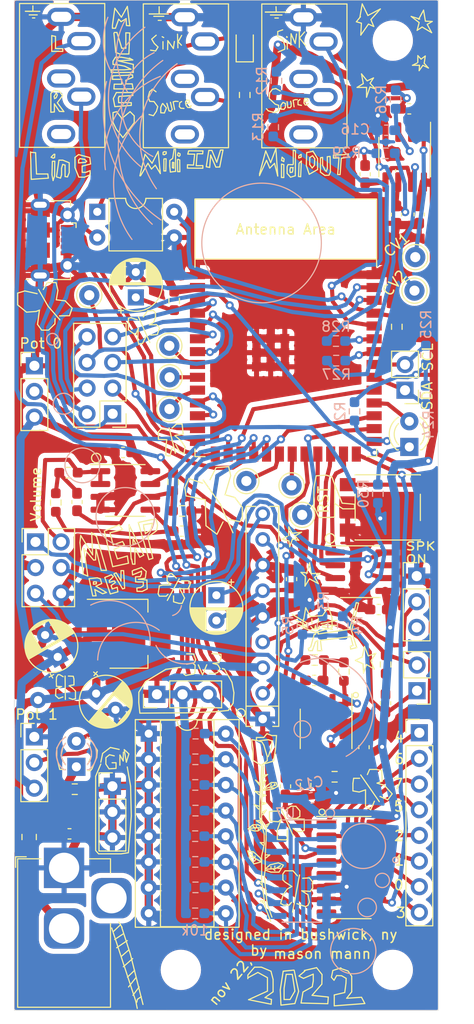
<source format=kicad_pcb>
(kicad_pcb (version 20221018) (generator pcbnew)
  (layers (0 "F.Cu" signal) (31 "B.Cu" signal) (34 "B.Paste" user) (35 "F.Paste" user) (36 "B.SilkS" user "B.Silkscreen") (37 "F.SilkS" user "F.Silkscreen") (38 "B.Mask" user) (39 "F.Mask" user) (44 "Edge.Cuts" user))
  (net 0 "")
  (net 1 "+9V")
  (net 2 "Earth")
  (net 3 "+3V3")
  (net 4 "Net-(U4A-A-)")
  (net 5 "Net-(U4B-B-)")
  (net 6 "Net-(J2-Pin_1)")
  (net 7 "Net-(C6-Pad2)")
  (net 8 "Net-(U3A--)")
  (net 9 "Net-(C7-Pad2)")
  (net 10 "Net-(U9B-+)")
  (net 11 "Net-(U3B--)")
  (net 12 "Net-(C9-Pad2)")
  (net 13 "Net-(U3B-+)")
  (net 14 "Net-(U8-EN)")
  (net 15 "Net-(D1-K)")
  (net 16 "Net-(D1-A)")
  (net 17 "Net-(D2-A)")
  (net 18 "Net-(D3-A)")
  (net 19 "Net-(FB1-Pad1)")
  (net 20 "Net-(J2-Pin_2)")
  (net 21 "A5")
  (net 22 "A7")
  (net 23 "A6")
  (net 24 "A4")
  (net 25 "A0")
  (net 26 "A1")
  (net 27 "A2")
  (net 28 "A3")
  (net 29 "L_TO_SP")
  (net 30 "R_TO_SP")
  (net 31 "Net-(J7-Pin_1)")
  (net 32 "Net-(J7-Pin_2)")
  (net 33 "Net-(J8-Pin_1)")
  (net 34 "Net-(J8-Pin_2)")
  (net 35 "Net-(J8-Pin_3)")
  (net 36 "Net-(J8-Pin_4)")
  (net 37 "Net-(J8-Pin_5)")
  (net 38 "Net-(J8-Pin_6)")
  (net 39 "Net-(J8-Pin_7)")
  (net 40 "Net-(J8-Pin_8)")
  (net 41 "Net-(J10-Pin_1)")
  (net 42 "Net-(J11-Pin_1)")
  (net 43 "Net-(J14-Pin_1)")
  (net 44 "Net-(J15-Pin_1)")
  (net 46 "D-")
  (net 47 "D+")
  (net 49 "Net-(J18-PadR)")
  (net 50 "Net-(J18-PadT)")
  (net 51 "Net-(J1-Pad4)")
  (net 52 "Net-(J22-Pin_1)")
  (net 53 "Net-(J23-Pin_1)")
  (net 54 "Net-(J24-Pin_1)")
  (net 55 "Net-(U8-GPIO0{slash}BOOT)")
  (net 56 "Net-(SW1-B)")
  (net 57 "Net-(U9A--)")
  (net 58 "Net-(U9B--)")
  (net 59 "MIDI_O")
  (net 60 "D7")
  (net 61 "D6")
  (net 62 "D5")
  (net 63 "D4")
  (net 64 "D3")
  (net 65 "D0")
  (net 66 "D1")
  (net 67 "D2")
  (net 68 "MIDI_I")
  (net 69 "CV1")
  (net 70 "CV2")
  (net 71 "Net-(U8-GPIO9{slash}TOUCH9{slash}ADC1_CH8{slash}FSPIHD{slash}SUBSPIHD)")
  (net 72 "Net-(U8-GPIO10{slash}TOUCH10{slash}ADC1_CH9{slash}FSPICS0{slash}FSPIIO4{slash}SUBSPICS0)")
  (net 73 "PT_L")
  (net 74 "PT_R")
  (net 76 "PT_BCK")
  (net 77 "PT_WS")
  (net 78 "PT_DIN")
  (net 80 "A_MUX")
  (net 81 "MUX_C")
  (net 82 "MUX_B")
  (net 83 "MUX_A")
  (net 84 "DIP_MUX")
  (net 85 "Net-(U1A-+)")
  (net 86 "Net-(C17-Pad1)")
  (net 87 "Net-(J19-Pin_1)")
  (net 88 "Net-(C18-Pad1)")
  (net 89 "Net-(J21-Pin_1)")
  (net 90 "Net-(U1B--)")
  (net 91 "Net-(D2-K)")
  (net 92 "Net-(D3-K)")
  (footprint "MountingHole:MountingHole_3.5mm" (layer "F.Cu") (at 27 115)
    (fp_text reference "REF**" hide)
    (fp_text value "MountingHole_3.5mm")
  )
  (footprint "MountingHole:MountingHole_3.5mm" (layer "F.Cu") (at 48 23)
    (fp_text reference "REF**" hide)
    (fp_text value "MountingHole_3.5mm")
  )
  (footprint "MountingHole:MountingHole_3.5mm" (layer "F.Cu") (at 48 115)
    (fp_text reference "REF**" hide)
    (fp_text value "MountingHole_3.5mm")
  )
  (footprint "Package_DIP:DIP-16_W7.62mm_Socket" (layer "F.Cu") (at 23.82 91.61)
    (fp_text reference "SW3" hide)
    (fp_text value "SW_DIP_x08")
  )
  (footprint "Capacitor_SMD:C_0603_1608Metric_Pad1.08x0.95mm_HandSolder" (layer "F.Cu") (at 27.092893 71.561839)
    (fp_text reference "C8" hide)
    (fp_text value "470p")
  )
  (footprint "Capacitor_SMD:C_0603_1608Metric_Pad1.08x0.95mm_HandSolder" (layer "F.Cu") (at 37.365003 96.822501 -90)
    (fp_text reference "C10" hide)
    (fp_text value "470p")
  )
  (footprint "Package_DIP:DIP-4_W7.62mm" (layer "F.Cu") (at 18.72 39.945)
    (fp_text reference "U11" hide)
    (fp_text value "PC817")
  )
  (footprint "Connector_Pin:Pin_D1.0mm_L10.0mm" (layer "F.Cu") (at 17.93 48.2)
    (fp_text reference "J22" hide)
    (fp_text value "GPIO_18")
  )
  (footprint "Package_SO:SOIC-8_3.9x4.9mm_P1.27mm" (layer "F.Cu") (at 41.390003 91.135002 -90)
    (fp_text reference "U3" hide)
    (fp_text value "NE5532")
  )
  (footprint "Capacitor_SMD:C_0603_1608Metric_Pad1.08x0.95mm_HandSolder" (layer "F.Cu") (at 15.9675 101.53 180)
    (fp_text reference "C15" hide)
    (fp_text value "100n")
  )
  (footprint "Connector_Pin:Pin_D1.0mm_L10.0mm" (layer "F.Cu") (at 50.23 44.43)
    (fp_text reference "J19" hide)
    (fp_text value "CV1")
  )
  (footprint "Capacitor_SMD:C_0603_1608Metric_Pad1.08x0.95mm_HandSolder" (layer "F.Cu") (at 16.715393 68.674339 90)
    (fp_text reference "C7" hide)
    (fp_text value "1000p")
  )
  (footprint "Connector_PinHeader_2.54mm:PinHeader_1x08_P2.54mm_Vertical" (layer "F.Cu") (at 50.63 91.525)
    (fp_text reference "J3" hide)
    (fp_text value "A_MUX_IN")
  )
  (footprint "Package_TO_SOT_SMD:SOT-223" (layer "F.Cu") (at 21.83 81.72)
    (fp_text reference "U2" hide)
    (fp_text value "LM1117-3.3")
  )
  (footprint "Package_SO:SOIC-8_3.9x4.9mm_P1.27mm" (layer "F.Cu") (at 49.18 34.53 -90)
    (fp_text reference "U1" hide)
    (fp_text value "MCP6002-xMC")
  )
  (footprint "Resistor_SMD:R_0603_1608Metric_Pad0.98x0.95mm_HandSolder" (layer "F.Cu") (at 27.125393 69.561839)
    (fp_text reference "R31" hide)
    (fp_text value "100k")
  )
  (footprint "Connector_Pin:Pin_D1.0mm_L10.0mm" (layer "F.Cu") (at 50.15 47.75)
    (fp_text reference "J21" hide)
    (fp_text value "CV2")
  )
  (footprint "Resistor_SMD:R_0603_1608Metric_Pad0.98x0.95mm_HandSolder" (layer "F.Cu") (at 26.245393 66.691839 90)
    (fp_text reference "R32" hide)
    (fp_text value "10k")
  )
  (footprint "Capacitor_THT:CP_Radial_D5.0mm_P2.50mm" (layer "F.Cu") (at 30.52 77.91 -90)
    (fp_text reference "C4" hide)
    (fp_text value "10u")
  )
  (footprint "Resistor_SMD:R_0603_1608Metric_Pad0.98x0.95mm_HandSolder" (layer "F.Cu") (at 48.4 51.33 90)
    (fp_text reference "R23" hide)
    (fp_text value "220")
  )
  (footprint "Connector_Pin:Pin_D1.0mm_L10.0mm" (layer "F.Cu") (at 25.87 59.47)
    (fp_text reference "J23" hide)
    (fp_text value "GPIO_14")
  )
  (footprint "Capacitor_SMD:C_0603_1608Metric_Pad1.08x0.95mm_HandSolder" (layer "F.Cu") (at 48.36 40.2225 -90)
    (fp_text reference "C19" hide)
    (fp_text value "100n")
  )
  (footprint "Package_SO:SOIC-8_3.9x4.9mm_P1.27mm" (layer "F.Cu") (at 21.505393 67.531839)
    (fp_text reference "U9" hide)
    (fp_text value "NE5532")
  )
  (footprint "mason_parts:Jack_3.5mm_CUI_SJ1-3535NG_Horizontal_NO_FRONT" (layer "F.Cu") (at 39.14 20.69)
    (fp_text reference "J18" hide)
    (fp_text value "MIDI_OUT_JACK")
  )
  (footprint "Package_SO:SOIC-8_3.9x4.9mm_P1.27mm" (layer "F.Cu") (at 44.775 75.575)
    (fp_text reference "U5" hide)
    (fp_text value "PT8211")
  )
  (footprint "Connector_PinHeader_2.54mm:PinHeader_1x02_P2.54mm_Vertical" (layer "F.Cu") (at 50.4 87.36 180)
    (fp_text reference "J2" hide)
    (fp_text value "SPK_CONN")
  )
  (footprint "Connector_Pin:Pin_D1.0mm_L10.0mm" (layer "F.Cu") (at 25.86 53.21)
    (fp_text reference "J10" hide)
    (fp_text value "A_AUX1")
  )
  (footprint "Resistor_SMD:R_0603_1608Metric_Pad0.98x0.95mm_HandSolder" (layer "F.Cu") (at 47.29 84.76 90)
    (fp_text reference "R6" hide)
    (fp_text value "16")
  )
  (footprint "Package_SIP:SIP-9_21.54x3mm_P2.54mm" (layer "F.Cu") (at 35.11 90.16 90)
    (fp_text reference "U4" hide)
    (fp_text value "NJM2073S")
  )
  (footprint "Resistor_SMD:R_0603_1608Metric_Pad0.98x0.95mm_HandSolder" (layer "F.Cu") (at 40.26 84.32 180)
    (fp_text reference "R10" hide)
    (fp_text value "7k5")
  )
  (footprint "Connector_PinHeader_2.54mm:PinHeader_1x03_P2.54mm_Vertical" (layer "F.Cu") (at 50.37 76.01)
    (fp_text reference "SW1" hide)
    (fp_text value "SP_MUTE")
  )
  (footprint "Connector_PinHeader_2.54mm:PinHeader_2x03_P2.54mm_Vertical" (layer "F.Cu") (at 12.6 72.63)
    (fp_text reference "RV5" hide)
    (fp_text value "100k")
  )
  (footprint "Capacitor_SMD:C_0603_1608Metric_Pad1.08x0.95mm_HandSolder" (layer "F.Cu") (at 46.6 79.32)
    (fp_text reference "C13" hide)
    (fp_text value "100n")
  )
  (footprint "Capacitor_SMD:C_0603_1608Metric_Pad1.08x0.95mm_HandSolder" (layer "F.Cu") (at 47.28 88.5875 90)
    (fp_text reference "C6" hide)
    (fp_text value "220n")
  )
  (footprint "PCM_Espressif:ESP32-S3-WROOM-1" (layer "F.Cu") (at 37.4 54.43)
    (fp_text reference "U8" hide)
    (fp_text value "ESP32-S3-WROOM-1")
  )
  (footprint "Resistor_SMD:R_0603_1608Metric_Pad0.98x0.95mm_HandSolder" (layer "F.Cu") (at 42.235002 95.88)
    (fp_text reference "R33" hide)
    (fp_text value "10k")
  )
  (footprint "Capacitor_SMD:C_0603_1608Metric_Pad1.08x0.95mm_HandSolder" (layer "F.Cu") (at 45.26 36.2225 -90)
    (fp_text reference "C18" hide)
    (fp_text value "100n")
  )
  (footprint "Connector_PinHeader_2.54mm:PinHeader_1x02_P2.54mm_Vertical" (layer "F.Cu") (at 49.21 57.61 180)
    (fp_text reference "J7" hide)
    (fp_text value "I2C_CONN")
  )
  (footprint "mason_parts:Jack_3.5mm_CUI_SJ1-3535NG_Horizontal_NO_FRONT" (layer "F.Cu") (at 15.14 20.645)
    (fp_text reference "J6" hide)
    (fp_text value "LINE_OUT")
  )
  (footprint "Connector_Pin:Pin_D1.0mm_L10.0mm" (layer "F.Cu") (at 39.02 69.95)
    (fp_text reference "J24" hide)
    (fp_text value "GPIO35")
  )
  (footprint "Resistor_SMD:R_0603_1608Metric_Pad0.98x0.95mm_HandSolder" (layer "F.Cu") (at 14.61 68.73 -90)
    (fp_text reference "R8" hide)
    (fp_text value "7k5")
  )
  (footprint "Package_SO:SOIC-16_3.9x9.9mm_P1.27mm" (layer "F.Cu") (at 43.9 104.87)
    (fp_text reference "U6" hide)
    (fp_text value "4051")
  )
  (footprint "LED_THT:LED_D3.0mm_Clear" (layer "F.Cu") (at 49.64 63.225 90)
    (fp_text reference "D3" hide)
    (fp_text value "LED")
  )
  (footprint "Connector_PinHeader_2.54mm:PinHeader_1x03_P2.54mm_Vertical" (layer "F.Cu") (at 20.22 96.82)
    (fp_text reference "J16" hide)
    (fp_text value "GND_Conn")
  )
  (footprint "Resistor_SMD:R_0603_1608Metric_Pad0.98x0.95mm_HandSolder" (layer "F.Cu") (at 39.365001 96.780002 -90)
    (fp_text reference "R34" hide)
    (fp_text value "100k")
  )
  (footprint "Capacitor_THT:CP_Radial_D5.0mm_P2.50mm" (layer "F.Cu") (at 18.604889 87.643031 -40)
    (fp_text reference "C1" hide)
    (fp_text value "10u")
  )
  (footprint "Capacitor_SMD:C_0603_1608Metric_Pad1.08x0.95mm_HandSolder" (layer "F.Cu") (at 50.62 40.21 -90)
    (fp_text reference "C21" hide)
    (fp_text value "100n")
  )
  (footprint "mason_parts:BarrelJack_Horizontal" (layer "F.Cu") (at 15.43 104.9 90)
    (fp_text reference "J13" hide)
    (fp_text value "Barrel_Jack")
  )
  (footprint "Connector_Pin:Pin_D1.0mm_L10.0mm" (layer "F.Cu") (at 25.89 56.33)
    (fp_text reference "J11" hide)
    (fp_text value "A_AUX2")
  )
  (footprint "Capacitor_SMD:C_0603_1608Metric_Pad1.08x0.95mm_HandSolder" (layer "F.Cu") (at 49.6325 29.75)
    (fp_text reference "C17" hide)
    (fp_text value "100n")
  )
  (footprint "Capacitor_THT:CP_Radial_D5.0mm_P2.50mm" (layer "F.Cu") (at 14.8 84.015063 120)
    (fp_text reference "C2" hide)
    (fp_text value "47u")
  )
  (footprint "Capacitor_SMD:C_0603_1608Metric_Pad1.08x0.95mm_HandSolder" (layer "F.Cu") (at 21.2725 63.77)
    (fp_text reference "C14" hide)
    (fp_text value "100n")
  )
  (footprint "Resistor_SMD:R_0603_1608Metric_Pad0.98x0.95mm_HandSolder" (layer "F.Cu") (at 33.33 28.38 90)
    (fp_text reference "R22" hide)
    (fp_text value "220")
  )
  (footprint "Resistor_SMD:R_0603_1608Metric_Pad0.98x0.95mm_HandSolder" (layer "F.Cu") (at 43.155001 85.470001 90)
    (fp_text reference "R9" hide)
    (fp_text value "7k5")
  )
  (footprint "Capacitor_THT:CP_Radial_D5.0mm_P2.50mm" (layer "F.Cu") (at 22.54 48.42 90)
    (fp_text reference "C11" hide)
    (fp_text value "1u")
  )
  (footprint "Button_Switch_SMD:SW_Push_1P1T_NO_6x6mm_H9.5mm" (layer "F.Cu") (at 47.5 69.21 180)
    (fp_text reference "SW4" hide)
    (fp_text value "RST")
  )
  (footprint "Connector_USB:USB_Micro-B_Molex-105017-0001" (layer "F.Cu") (at 14.3075 42.75 -90)
    (fp_text reference "J17" hide)
    (fp_text value "USB_B_Micro")
  )
  (footprint "Resistor_SMD:R_0603_1608Metric_Pad0.98x0.95mm_HandSolder" (layer "F.Cu") (at 15.865393 65.771839 180)
    (fp_text reference "R7" hide)
    (fp_text value "7k5")
  )
  (footprint "mason_parts:Jack_3.5mm_CUI_SJ1-3535NG_Horizontal_NO_FRONT" (layer "F.Cu") (at 27.4 20.68)
    (fp_text reference "J20" hide)
    (fp_text value "MIDI_IN_JACK")
  )
  (footprint "Connector_PinHeader_2.54mm:PinHeader_1x03_P2.54mm_Vertical" (layer "F.Cu") (at 12.49 55.19)
    (fp_text reference "RV3" hide)
    (fp_text value "100k")
  )
  (footprint "Connector_PinHeader_2.54mm:PinHeader_1x03_P2.54mm_Vertical" (layer "F.Cu") (at 24.63 87.72 90)
    (fp_text reference "J12" hide)
    (fp_text value "+3v3 Conn")
  )
  (footprint "Inductor_SMD:L_0805_2012Metric_Pad1.15x1.40mm_HandSolder" (layer "F.Cu") (at 11.969998 101.844999 90)
    (fp_text reference "FB1" hide)
    (fp_text value "FB")
  )
  (footprint "Connector_PinHeader_2.54mm:PinHeader_2x04_P2.54mm_Vertical" (layer "F.Cu") (at 20.245 59.94 180)
    (fp_text reference "J8" hide)
    (fp_text value "TOUCH_IN")
  )
  (footprint "Connector_PinHeader_2.54mm:PinHeader_1x03_P2.54mm_Vertical" (layer "F.Cu") (at 12.48 91.93)
    (fp_text reference "RV4" hide)
    (fp_text value "100k")
  )
  (footprint "Capacitor_SMD:C_0603_1608Metric_Pad1.08x0.95mm_HandSolder" (layer "F.Cu") (at 45.145001 92.95 90)
    (fp_text reference "C20" hide)
    (fp_text value "100n")
  )
  (footprint "Capacitor_SMD:C_0603_1608Metric_Pad1.08x0.95mm_HandSolder" (layer "F.Cu") (at 40.2225 86.340001)
    (fp_text reference "C9" hide)
    (fp_text value "1000p")
  )
  (footprint "Resistor_SMD:R_0603_1608Metric_Pad0.98x0.95mm_HandSolder" (layer "F.Cu") (at 26.34 48.77 -90)
    (fp_text reference "R11" hide)
    (fp_text value "10k")
  )
  (footprint "Capacitor_SMD:C_0603_1608Metric_Pad1.08x0.95mm_HandSolder" (layer "F.Cu") (at 37.97 76.31 90)
    (fp_text reference "C5" hide)
    (fp_text value "100n")
  )
  (footprint "Connector_Pin:Pin_D1.0mm_L10.0mm" (layer "F.Cu") (at 33.49 66.6)
    (fp_text reference "J14" hide)
    (fp_text value "GPIO_12")
  )
  (footprint "Resistor_SMD:R_0603_1608Metric_Pad0.98x0.95mm_HandSolder" (layer "F.Cu") (at 16.49 97.11)
    (fp_text reference "R1" hide)
    (fp_text value "330")
  )
  (footprint "Diode_SMD:D_SOD-323" (layer "F.Cu") (at 33.33 23.4875 90)
    (fp_text reference "D1" hide)
    (fp_text value "1N4148")
  )
  (footprint "Connector_Pin:Pin_D1.0mm_L10.0mm" (layer "F.Cu") (at 37.97 67.03)
    (fp_text reference "J15" hide)
    (fp_text value "GPIO_13")
  )
  (footprint "Resistor_SMD:R_0603_1608Metric_Pad0.98x0.95mm_HandSolder" (layer "B.Cu") (at 47.29 34.15)
    (fp_text reference "R29")
    (fp_text value "10k")
  )
  (footprint "Resistor_SMD:R_0603_1608Metric_Pad0.98x0.95mm_HandSolder" (layer "B.Cu") (at 42.37 52.74 180)
    (fp_text reference "R28")
    (fp_text value "10k")
  )
  (footprint "Resistor_SMD:R_0603_1608Metric_Pad0.98x0.95mm_HandSolder" (layer "B.Cu") (at 41.039996 80.890002 90)
    (fp_text reference "R3")
    (fp_text value "100k")
  )
  (footprint "Resistor_SMD:R_0603_1608Metric_Pad0.98x0.95mm_HandSolder" (layer "B.Cu") (at 36.15 31.57 90)
    (fp_text reference "R13")
    (fp_text value "47")
  )
  (footprint "Resistor_SMD:R_0603_1608Metric_Pad0.98x0.95mm_HandSolder" (layer "B.Cu") (at 28.43 96.69)
    (fp_text reference "R19" hide)
    (fp_text value "10k")
  )
  (footprint "Resistor_SMD:R_0603_1608Metric_Pad0.98x0.95mm_HandSolder" (layer "B.Cu") (at 44.21 59.7 -90)
    (fp_text reference "R2")
    (fp_text value "10k")
  )
  (footprint "Capacitor_SMD:C_0603_1608Metric_Pad1.08x0.95mm_HandSolder" (layer "B.Cu") (at 47.33 31.87 180)
    (fp_text reference "C16")
    (fp_text value "100n")
  )
  (footprint "Resistor_SMD:R_0603_1608Metric_Pad0.98x0.95mm_HandSolder" (layer "B.Cu") (at 36.47 26.98 -90)
    (fp_text reference "R12")
    (fp_text value "47")
  )
  (footprint "Resistor_SMD:R_0603_1608Metric_Pad0.98x0.95mm_HandSolder" (layer "B.Cu") (at 46.52 67.86 -90)
    (fp_text reference "R30")
    (fp_text value "330")
  )
  (footprint "Resistor_SMD:R_0603_1608Metric_Pad0.98x0.95mm_HandSolder" (layer "B.Cu") (at 28.45 99.23)
    (fp_text reference "R18" hide)
    (fp_text value "10k")
  )
  (footprint "LED_THT:LED_D3.0mm_Clear" (layer "B.Cu") (at 16.65 94.895 90)
    (fp_text reference "D2" hide)
    (fp_text value "LED")
  )
  (footprint "Resistor_SMD:R_0603_1608Metric_Pad0.98x0.95mm_HandSolder" (layer "B.Cu") (at 43.04 80.9 90)
    (fp_text reference "R4")
    (fp_text value "100k")
  )
  (footprint "Resistor_SMD:R_0603_1608Metric_Pad0.98x0.95mm_HandSolder" (layer "B.Cu") (at 28.44 94.15)
    (fp_text reference "R20" hide)
    (fp_text value "10k")
  )
  (footprint "Resistor_SMD:R_0603_1608Metric_Pad0.98x0.95mm_HandSolder" (layer "B.Cu") (at 51.25 58.07 90)
    (fp_text reference "R24")
    (fp_text value "1k")
  )
  (footprint "Resistor_SMD:R_0603_1608Metric_Pad0.98x0.95mm_HandSolder" (layer "B.Cu") (at 28.42 101.76)
    (fp_text reference "R17" hide)
    (fp_text value "10k")
  )
  (footprint "Resistor_SMD:R_0603_1608Metric_Pad0.98x0.95mm_HandSolder" (layer "B.Cu") (at 28.42 109.4)
    (fp_text reference "R14" hide)
    (fp_text value "10k")
  )
  (footprint "Resistor_SMD:R_0603_1608Metric_Pad0.98x0.95mm_HandSolder" (layer "B.Cu") (at 42.39 54.68 180)
    (fp_text reference "R27")
    (fp_text value "10k")
  )
  (footprint "Package_SO:SOIC-16_3.9x9.9mm_P1.27mm" (layer "B.Cu") (at 38.97 105.215 180)
    (fp_text reference "U7")
    (fp_text value "4051")
  )
  (footprint "Resistor_SMD:R_0603_1608Metric_Pad0.98x0.95mm_HandSolder" (layer "B.Cu") (at 51.28 54.11 -90)
    (fp_text reference "R25")
    (fp_text value "1k")
  )
  (footprint "Capacitor_SMD:C_0603_1608Metric_Pad1.08x0.95mm_HandSolder" (layer "B.Cu") (at 39.96 97.96 -170)
    (fp_text reference "C12")
    (fp_text value "100n")
  )
  (footprint "Resistor_SMD:R_0603_1608Metric_Pad0.98x0.95mm_HandSolder" (layer "B.Cu") (at 28.43 104.31)
    (fp_text reference "R16" hide)
    (fp_text value "10k")
  )
  (footprint "Resistor_SMD:R_0603_1608Metric_Pad0.98x0.95mm_HandSolder" (layer "B.Cu") (at 39.05 80.88 -90)
    (fp_text reference "R5")
    (fp_text value "20k")
  )
  (footprint "Resistor_SMD:R_0603_1608Metric_Pad0.98x0.95mm_HandSolder" (layer "B.Cu") (at 48.28 28.83 -90)
    (fp_text reference "R26")
    (fp_text value "10k")
  )
  (footprint "Resistor_SMD:R_0603_1608Metric_Pad0.98x0.95mm_HandSolder" (layer "B.Cu") (at 28.46 91.61)
    (fp_text reference "R21" hide)
    (fp_text value "10k")
  )
  (footprint "Resistor_SMD:R_0603_1608Metric_Pad0.98x0.95mm_HandSolder" (layer "B.Cu") (at 28.45 106.83)
    (fp_text reference "R15" hide)
    (fp_text value "10k")
  )
  (gr_arc (start 25.03 40.749999) (mid 20.234357 34.723817) (end 19.631681 27.045938) (stroke (width 0.12)) (layer "B.SilkS"))
  (gr_arc (start 38.84 84.580001) (mid 45.542664 87.049127) (end 43.377159 93.855953) (stroke (width 0.12)) (layer "B.SilkS"))
  (gr_arc (start 24.16742 41.173609) (mid 20.828082 32.818556) (end 25.21 24.96) (stroke (width 0.12)) (layer "B.SilkS"))
  (gr_arc (start 39.795511 83.795039) (mid 41.652185 84.693332) (end 43.05 86.21) (stroke (width 0.12)) (layer "B.SilkS"))
  (gr_circle (center 21.49 70.14) (end 24.08 68.85) (stroke (width 0.12)) (fill none) (layer "B.SilkS"))
  (gr_circle (center 15.39 58.95) (end 15.85 58.02) (stroke (width 0.12)) (fill none) (layer "B.SilkS"))
  (gr_arc (start 21.71 28.06) (mid 20.615613 24.535453) (end 21.497871 20.951917) (stroke (width 0.12)) (layer "B.SilkS"))
  (gr_arc (start 24.580001 37.66) (mid 23.046882 31.048709) (end 26.629526 25.284657) (stroke (width 0.12)) (layer "B.SilkS"))
  (gr_circle (center 45.46 108.82) (end 46.11 108.17) (stroke (width 0.12)) (fill none) (layer "B.SilkS"))
  (gr_arc (start 24.23 34.47) (mid 21.118765 29.289329) (end 24.356362 24.186672) (stroke (width 0.12)) (layer "B.SilkS"))
  (gr_arc (start 22.160001 42.679999) (mid 20.365759 36.417444) (end 23.073413 30.492285) (stroke (width 0.12)) (layer "B.SilkS"))
  (gr_arc (start 28.31 84.58) (mid 26.113496 84.414382) (end 24.534144 82.8789) (stroke (width 0.12)) (layer "B.SilkS"))
  (gr_circle (center 44.08 113.14) (end 45.46 111.37) (stroke (width 0.12)) (fill none) (layer "B.SilkS"))
  (gr_arc (start 23.060001 35.499999) (mid 19.829513 28.49482) (end 23.433716 21.674387) (stroke (width 0.12)) (layer "B.SilkS"))
  (gr_arc (start 18.764662 84.313788) (mid 20.909097 80.971679) (end 24.86 81.37) (stroke (width 0.12)) (layer "B.SilkS"))
  (gr_circle (center 45.06 102.74) (end 46.63 101.17) (stroke (width 0.12)) (fill none) (layer "B.SilkS"))
  (gr_circle (center 41.79 99.48) (end 42.1 99.17) (stroke (width 0.12)) (fill none) (layer "B.SilkS"))
  (gr_circle (center 46.96 106.14) (end 47.55 105.75) (stroke (width 0.12)) (fill none) (layer "B.SilkS"))
  (gr_circle (center 35 43.03) (end 37.87 37.85) (stroke (width 0.12)) (fill none) (layer "B.SilkS"))
  (gr_circle (center 14.28 52.56) (end 14.46 52.01) (stroke (width 0.12)) (fill none) (layer "B.SilkS"))
  (gr_arc (start 27.059999 78.93) (mid 26.767096 79.548254) (end 26.186577 79.910233) (stroke (width 0.12)) (layer "B.SilkS"))
  (gr_arc (start 18.068004 78.883682) (mid 22.173726 79.120817) (end 23.949999 82.83) (stroke (width 0.12)) (layer "B.SilkS"))
  (gr_circle (center 17.24 65.05) (end 18.9 64.59) (stroke (width 0.12)) (fill none) (layer "B.SilkS"))
  (gr_arc (start 19.52 35.77) (mid 20.65777 30.217924) (end 24.967243 26.537094) (stroke (width 0.12)) (layer "B.SilkS"))
  (gr_arc (start 20.01 25.9) (mid 19.329544 23.321083) (end 19.770466 20.690603) (stroke (width 0.12)) (layer "B.SilkS"))
  (gr_circle (center 39.05 91.17) (end 39.57 90.52) (stroke (width 0.12)) (fill none) (layer "B.SilkS"))
  (gr_circle (center 48.27 104.12) (end 48.46 103.92) (stroke (width 0.12)) (fill none) (layer "B.SilkS"))
  (gr_line (start 33.71 115.75) (end 34.63 115.25) (stroke (width 0.12)) (layer "F.SilkS"))
  (gr_line (start 34.63 115.25) (end 35.58 115.77) (stroke (width 0.12)) (layer "F.SilkS"))
  (gr_line (start 35.58 115.77) (end 35.58 117.1) (stroke (width 0.12)) (layer "F.SilkS"))
  (gr_line (start 35.58 117.1) (end 33.71 117.95) (stroke (width 0.12)) (layer "F.SilkS"))
  (gr_line (start 33.71 117.95) (end 35.95 118.4) (stroke (width 0.12)) (layer "F.SilkS"))
  (gr_line (start 35.95 118.4) (end 35.98 117.93) (stroke (width 0.12)) (layer "F.SilkS"))
  (gr_line (start 35.98 117.93) (end 35.34 117.74) (stroke (width 0.12)) (layer "F.SilkS"))
  (gr_line (start 35.34 117.74) (end 36.14 117.17) (stroke (width 0.12)) (layer "F.SilkS"))
  (gr_line (start 36.14 117.17) (end 36.14 115.94) (stroke (width 0.12)) (layer "F.SilkS"))
  (gr_line (start 36.14 115.94) (end 35.93 115.13) (stroke (width 0.12)) (layer "F.SilkS"))
  (gr_line (start 35.93 115.13) (end 34.98 114.73) (stroke (width 0.12)) (layer "F.SilkS"))
  (gr_line (start 34.98 114.73) (end 34.3 114.73) (stroke (width 0.12)) (layer "F.SilkS"))
  (gr_line (start 34.3 114.73) (end 33.64 115.51) (stroke (width 0.12)) (layer "F.SilkS"))
  (gr_line (start 33.64 115.51) (end 33.64 115.87) (stroke (width 0.12)) (layer "F.SilkS"))
  (gr_line (start 38.2 115.02) (end 37.14 115.13) (stroke (width 0.12)) (layer "F.SilkS"))
  (gr_line (start 37.14 115.13) (end 36.85 116.98) (stroke (width 0.12)) (layer "F.SilkS"))
  (gr_line (start 36.85 116.98) (end 36.92 118.49) (stroke (width 0.12)) (layer "F.SilkS"))
  (gr_line (start 36.92 118.49) (end 38.3 118.33) (stroke (width 0.12)) (layer "F.SilkS"))
  (gr_line (start 38.3 118.33) (end 38.67 117.12) (stroke (width 0.12)) (layer "F.SilkS"))
  (gr_line (start 38.67 117.12) (end 38.23 115.04) (stroke (width 0.12)) (layer "F.SilkS"))
  (gr_line (start 37.99 115.44) (end 37.44 115.44) (stroke (width 0.12)) (layer "F.SilkS"))
  (gr_line (start 37.44 115.44) (end 37.23 116.81) (stroke (width 0.12)) (layer "F.SilkS"))
  (gr_line (start 37.23 116.81) (end 37.23 117.93) (stroke (width 0.12)) (layer "F.SilkS"))
  (gr_line (start 37.23 117.93) (end 37.82 117.93) (stroke (width 0.12)) (layer "F.SilkS"))
  (gr_line (start 37.82 117.93) (end 38.3 117.1) (stroke (width 0.12)) (layer "F.SilkS"))
  (gr_line (start 38.3 117.1) (end 38.04 115.44) (stroke (width 0.12)) (layer "F.SilkS"))
  (gr_line (start 39.24 115.06) (end 40.45 114.78) (stroke (width 0.12)) (layer "F.SilkS"))
  (gr_line (start 40.45 114.78) (end 40.99 115.46) (stroke (width 0.12)) (layer "F.SilkS"))
  (gr_line (start 40.99 115.46) (end 40.97 116.41) (stroke (width 0.12)) (layer "F.SilkS"))
  (gr_line (start 40.97 116.41) (end 40 117.52) (stroke (width 0.12)) (layer "F.SilkS"))
  (gr_line (start 40 117.52) (end 41.61 117.69) (stroke (width 0.12)) (layer "F.SilkS"))
  (gr_line (start 41.61 117.69) (end 41.56 118.35) (stroke (width 0.12)) (layer "F.SilkS"))
  (gr_line (start 41.56 118.35) (end 38.91 118.28) (stroke (width 0.12)) (layer "F.SilkS"))
  (gr_line (start 38.91 118.28) (end 39.1 117.19) (stroke (width 0.12)) (layer "F.SilkS"))
  (gr_line (start 39.1 117.19) (end 40.02 116.67) (stroke (width 0.12)) (layer "F.SilkS"))
  (gr_line (start 40.02 116.67) (end 40.12 116.1) (stroke (width 0.12)) (layer "F.SilkS"))
  (gr_line (start 40.12 116.1) (end 40.12 115.42) (stroke (width 0.12)) (layer "F.SilkS"))
  (gr_line (start 40.12 115.42) (end 39.15 115.84) (stroke (width 0.12)) (layer "F.SilkS"))
  (gr_line (start 39.15 115.84) (end 38.7 115.61) (stroke (width 0.12)) (layer "F.SilkS"))
  (gr_line (start 38.7 115.61) (end 39.29 115.11) (stroke (width 0.12)) (layer "F.SilkS"))
  (gr_line (start 42.86 114.8) (end 42.06 115.06) (stroke (width 0.12)) (layer "F.SilkS"))
  (gr_line (start 42.06 115.06) (end 41.92 115.73) (stroke (width 0.12)) (layer "F.SilkS"))
  (gr_line (start 41.92 115.73) (end 42.18 116.03) (stroke (width 0.12)) (layer "F.SilkS"))
  (gr_line (start 42.18 116.03) (end 42.44 115.56) (stroke (width 0.12)) (layer "F.SilkS"))
  (gr_line (start 42.44 115.56) (end 42.93 115.58) (stroke (width 0.12)) (layer "F.SilkS"))
  (gr_line (start 42.93 115.58) (end 43.38 115.84) (stroke (width 0.12)) (layer "F.SilkS"))
  (gr_line (start 43.38 115.84) (end 43.36 116.32) (stroke (width 0.12)) (layer "F.SilkS"))
  (gr_line (start 43.36 116.32) (end 43.24 117.24) (stroke (width 0.12)) (layer "F.SilkS"))
  (gr_line (start 43.24 117.24) (end 42.2 117.48) (stroke (width 0.12)) (layer "F.SilkS"))
  (gr_line (start 42.2 117.48) (end 42.2 118.56) (stroke (width 0.12)) (layer "F.SilkS"))
  (gr_line (start 42.2 118.56) (end 45.23 118.33) (stroke (width 0.12)) (layer "F.SilkS"))
  (gr_line (start 45.23 118.33) (end 44.9 117.71) (stroke (width 0.12)) (layer "F.SilkS"))
  (gr_line (start 44.9 117.71) (end 43.43 117.81) (stroke (width 0.12)) (layer "F.SilkS"))
  (gr_line (start 43.43 117.81) (end 43.93 117.17) (stroke (width 0.12)) (layer "F.SilkS"))
  (gr_line (start 43.93 117.17) (end 43.93 116.48) (stroke (width 0.12)) (layer "F.SilkS"))
  (gr_line (start 43.93 116.48) (end 43.93 115.63) (stroke (width 0.12)) (layer "F.SilkS"))
  (gr_line (start 43.93 115.63) (end 43.57 115.11) (stroke (width 0.12)) (layer "F.SilkS"))
  (gr_line (start 43.57 115.11) (end 42.81 114.85) (stroke (width 0.12)) (layer "F.SilkS"))
  (gr_line (start 27.54 89.55) (end 30.37 89.45) (stroke (width 0.12)) (layer "F.SilkS"))
  (gr_line (start 23.64 76.72) (end 23.67 77.28) (stroke (width 0.12)) (layer "F.SilkS"))
  (gr_line (start 14.64 46.95) (end 14.82 47.73) (stroke (width 0.12)) (layer "F.SilkS"))
  (gr_line (start 22.25 117.52) (end 22.87 116.69) (stroke (width 0.12)) (layer "F.SilkS"))
  (gr_line (start 37.2 35.28) (end 36.99 35.22) (stroke (width 0.12)) (layer "F.SilkS"))
  (gr_line (start 34.18 103.31) (end 34.86 103.9) (stroke (width 0.12)) (layer "F.SilkS"))
  (gr_line (start 38.8 28.83) (end 38.61 28.99) (stroke (width 0.12)) (layer "F.SilkS"))
  (gr_line (start 22.05 50.43) (end 21.81 50.47) (stroke (width 0.12)) (layer "F.SilkS"))
  (gr_line (start 21.05 23.43) (end 20.67 22.19) (stroke (width 0.12)) (layer "F.SilkS"))
  (gr_line (start 44.98 84.02) (end 45.19 82.98) (stroke (width 0.12)) (layer "F.SilkS"))
  (gr_line (start 51.23 21.07) (end 51.91 21.1) (stroke (width 0.12)) (layer "F.SilkS"))
  (gr_line (start 37.1 29.13) (end 36.91 29.4) (stroke (width 0.12)) (layer "F.SilkS"))
  (gr_line (start 28.4 85.57) (end 28.31 85.69) (stroke (width 0.12)) (layer "F.SilkS"))
  (gr_line (start 36.89 108.42) (end 37.19 108.59) (stroke (width 0.12)) (layer "F.SilkS"))
  (gr_line (start 15.29 35.25) (end 15.18 35.64) (stroke (width 0.12)) (layer "F.SilkS"))
  (gr_line (start 15.08 36.61) (end 14.68 36.49) (stroke (width 0.12)) (layer "F.SilkS"))
  (gr_line (start 38.55 105.69) (end 38.11 105.19) (stroke (width 0.12)) (layer "F.SilkS"))
  (gr_line (start 38.14 33.83) (end 38.14 35.23) (stroke (width 0.12)) (layer "F.SilkS"))
  (gr_line (start 12.11 34.01) (end 12.18 36.73) (stroke (width 0.12)) (layer "F.SilkS"))
  (gr_line (start 51.41 21.39) (end 51.85 22.21) (stroke (width 0.12)) (layer "F.SilkS"))
  (gr_line (start 32.26 87.56) (end 32.06 86.52) (stroke (width 0.12)) (layer "F.SilkS"))
  (gr_line (start 20.64 112.81) (end 21.69 112.1) (stroke (width 0.12)) (layer "F.SilkS"))
  (gr_line (start 24.74 23.63) (end 24.5 24.02) (stroke (width 0.12)) (layer "F.SilkS"))
  (gr_line (start 12.99 49.68) (end 12.8 51.09) (stroke (width 0.12)) (layer "F.SilkS"))
  (gr_line (start 24.23 74.25) (end 23.73 72.15) (stroke (width 0.12)) (layer "F.SilkS"))
  (gr_line (start 43.83 82.01) (end 40.83 82.37) (stroke (width 0.12)) (layer "F.SilkS"))
  (gr_line (start 15.53 35.32) (end 15.29 35.25) (stroke (width 0.12)) (layer "F.SilkS"))
  (gr_line (start 25.64 76.48) (end 25.75 76.62) (stroke (width 0.12)) (layer "F.SilkS"))
  (gr_line (start 14.58 22.58) (end 14.23 22.51) (stroke (width 0.12)) (layer "F.SilkS"))
  (gr_line (start 40.01 35.61) (end 40.23 35.36) (stroke (width 0.12)) (layer "F.SilkS"))
  (gr_line (start 41.97 80.1) (end 41.99 81.1) (stroke (width 0.12)) (layer "F.SilkS"))
  (gr_line (start 20.31 28.73) (end 20.46 29.53) (stroke (width 0.12)) (layer "F.SilkS"))
  (gr_line (start 23.74 35.14) (end 23.01 36.38) (stroke (width 0.12)) (layer "F.SilkS"))
  (gr_line (start 51.91 21.1) (end 51.41 21.39) (stroke (width 0.12)) (layer "F.SilkS"))
  (gr_line (start 40.83 82.37) (end 40.96 83.4) (stroke (width 0.12)) (layer "F.SilkS"))
  (gr_line (start 30.85 35.51) (end 30.47 35.52) (stroke (width 0.12)) (layer "F.SilkS"))
  (gr_line (start 39.43 35.36) (end 39.72 36.23) (stroke (width 0.12)) (layer "F.SilkS"))
  (gr_line (start 26.67 34.35) (end 26.83 34.46) (stroke (width 0.12)) (layer "F.SilkS"))
  (gr_line (start 27.93 29.62) (end 28.01 29.43) (stroke (width 0.12)) (layer "F.SilkS"))
  (gr_line (start 40.56 82.4) (end 40.34 82.52) (stroke (width 0.12)) (layer "F.SilkS"))
  (gr_line (start 26.89 29.14) (end 26.85 29.53) (stroke (width 0.12)) (layer "F.SilkS"))
  (gr_line (start 40.07 33.96) (end 39.47 34.08) (stroke (width 0.12)) (layer "F.SilkS"))
  (gr_line (start 30.08 33.87) (end 30.56 35.04) (stroke (width 0.12)) (layer "F.SilkS"))
  (gr_line (start 37.34 99.22) (end 37.9 98.8) (stroke (width 0.12)) (layer "F.SilkS"))
  (gr_line (start 38.79 99.25) (end 38.79 99.8) (stroke (width 0.12)) (layer "F.SilkS"))
  (gr_line (start 14.49 28.74) (end 14.65 28.65) (stroke (width 0.12)) (layer "F.SilkS"))
  (gr_line (start 38.61 28.99) (end 38.61 29.34) (stroke (width 0.12)) (layer "F.SilkS"))
  (gr_line (start 17.44 36.52) (end 18.01 36.28) (stroke (width 0.12)) (layer "F.SilkS"))
  (gr_line (start 43.05 69.35) (end 42.23 68.81) (stroke (width 0.12)) (layer "F.SilkS"))
  (gr_line (start 41.41 35.95) (end 41.27 35.8) (stroke (width 0.12)) (layer "F.SilkS"))
  (gr_line (start 26.49 29) (end 26.73 29.02) (stroke (width 0.12)) (layer "F.SilkS"))
  (gr_line (start 17.46 34.75) (end 17.01 34.68) (stroke (width 0.12)) (layer "F.SilkS"))
  (gr_line (start 35.42 107.22) (end 35.55 108.45) (stroke (width 0.12)) (layer "F.SilkS"))
  (gr_line (start 39.37 79.14) (end 39.83 80.02) (stroke (width 0.12)) (layer "F.SilkS"))
  (gr_line (start 26.89 34.81) (end 26.72 34.75) (stroke (width 0.12)) (layer "F.SilkS"))
  (gr_line (start 26.4 62.1) (end 27.04 62.64) (stroke (width 0.12)) (layer "F.SilkS"))
  (gr_line (start 34.98 99.29) (end 35.01 100.2) (stroke (width 0.12)) (layer "F.SilkS"))
  (gr_line (start 35.9 35.07) (end 36.42 33.69) (stroke (width 0.12)) (layer "F.SilkS"))
  (gr_line (start 26.26 23.78) (end 26.36 23.08) (stroke (width 0.12)) (layer "F.SilkS"))
  (gr_line (start 47.17 96.73) (end 47.94 97.57) (stroke (width 0.12)) (layer "F.SilkS"))
  (gr_line (start 24.32 50.87) (end 23.88 51.14) (stroke (width 0.12)) (layer "F.SilkS"))
  (gr_line (start 22.27 27.78) (end 22.18 27.28) (stroke (width 0.12)) (layer "F.SilkS"))
  (gr_line (start 35.21 95.74) (end 35.6 95.65) (stroke (width 0.12)) (layer "F.SilkS"))
  (gr_line (start 37.48 22.66) (end 37.49 22.6) (stroke (width 0.12)) (layer "F.SilkS"))
  (gr_line (start 18.36 74.43) (end 17.39 73.29) (stroke (width 0.12)) (layer "F.SilkS"))
  (gr_line (start 32.34 68.22) (end 33.09 69.2) (stroke (width 0.12)) (layer "F.SilkS"))
  (gr_line (start 46.91 95.26) (end 46.95 96.32) (stroke (width 0.12)) (layer "F.SilkS"))
  (gr_line (start 36.6 22.1) (end 36.6 22.57) (stroke (width 0.12)) (layer "F.SilkS"))
  (gr_line (start 29.16 66.82) (end 27.8 66.36) (stroke (width 0.12)) (layer "F.SilkS"))
  (gr_line (start 20.22 21.5) (end 20.46 19.79) (stroke (width 0.12)) (layer "F.SilkS"))
  (gr_line (start 26.16 34.68) (end 25.91 34.86) (stroke (width 0.12)) (layer "F.SilkS"))
  (gr_line (start 34.96 104.31) (end 34.25 104.5) (stroke (width 0.12)) (layer "F.SilkS"))
  (gr_line (start 39.19 80.25) (end 39.37 79.14) (stroke (width 0.12)) (layer "F.SilkS"))
  (gr_line (start 27.42 63.23) (end 27.31 63.89) (stroke (width 0.12)) (layer "F.SilkS"))
  (gr_line (start 39.3 77) (end 39.34 76.05) (stroke (width 0.12)) (layer "F.SilkS"))
  (gr_line (start 36.78 99.28) (end 36.22 99.28) (stroke (width 0.12)) (layer "F.SilkS"))
  (gr_line (start 17.71 91.97) (end 18.21 92.43) (stroke (width 0.12)) (layer "F.SilkS"))
  (gr_line (start 19.42 71.55) (end 20.25 75.08) (stroke (width 0.12)) (layer "F.SilkS"))
  (gr_line (start 15.3 93) (end 15.13 93.77) (stroke (width 0.12)) (layer "F.SilkS"))
  (gr_line (start 32.87 70.63) (end 31.83 70.4) (stroke (width 0.12)) (layer "F.SilkS"))
  (gr_line (start 16.28 87.11) (end 16.56 87.39) (stroke (width 0.12)) (layer "F.SilkS"))
  (gr_line (start 39.49 81.07) (end 38.61 80.82) (stroke (width 0.12)) (layer "F.SilkS"))
  (gr_line (start 15.86 85.91) (end 16.34 85.93) (stroke (width 0.12)) (layer "F.SilkS"))
  (gr_line (start 39.86 83.05) (end 40.21 81.79) (stroke (width 0.12)) (layer "F.SilkS"))
  (gr_line (start 44.3 84.36) (end 45 84) (stroke (width 0.12)) (layer "F.SilkS"))
  (gr_line (start 18.13 93.85) (end 18.14 93.37) (stroke (width 0.12)) (layer "F.SilkS"))
  (gr_line (start 21.08 21.12) (end 20.84 20.88) (stroke (width 0.12)) (layer "F.SilkS"))
  (gr_line (start 24.85 19.64) (end 24.85 20.36) (stroke (width 0.12)) (layer "F.SilkS"))
  (gr_line (start 35.03 92.43) (end 35.22 92.74) (stroke (width 0.12)) (layer "F.SilkS"))
  (gr_line (start 14.51 34.25) (end 14.42 34.25) (stroke (width 0.12)) (layer "F.SilkS"))
  (gr_line (start 45.1 85.61) (end 45.05 84.7) (stroke (width 0.12)) (layer "F.SilkS"))
  (gr_line (start 26.24 29.06) (end 26.38 29.81) (stroke (width 0.12)) (layer "F.SilkS"))
  (gr_line (start 23.87 20.36) (end 25.76 20.36) (stroke (width 0.12)) (layer "F.SilkS"))
  (gr_line (start 35.05 99.41) (end 35.46 99.18) (stroke (width 0.12)) (layer "F.SilkS"))
  (gr_line (start 12.61 34.09) (end 12.16 34.06) (stroke (width 0.12)) (layer "F.SilkS"))
  (gr_line (start 37.49 22.6) (end 37.55 22.66) (stroke (width 0.12)) (layer "F.SilkS"))
  (gr_line (start 15.3 24.06) (end 15.3 23.8) (stroke (width 0.12)) (layer "F.SilkS"))
  (gr_line (start 14.71 93.04) (end 14.7 93.96) (stroke (width 0.12)) (layer "F.SilkS"))
  (gr_line (start 17.22 35.89) (end 17.22 35.4) (stroke (width 0.12)) (layer "F.SilkS"))
  (gr_line (start 24.78 61.72) (end 24.78 62.47) (stroke (width 0.12)) (layer "F.SilkS"))
  (gr_line (start 42.9 34.64) (end 43.61 34.54) (stroke (width 0.12)) (layer "F.SilkS"))
  (gr_line (start 27.99 76.62) (end 27.84 77.03) (stroke (width 0.12)) (layer "F.SilkS"))
  (gr_line (start 34.83 100.2) (end 34.48 100.23) (stroke (width 0.12)) (layer "F.SilkS"))
  (gr_line (start 25.9 35.4) (end 25.96 36.01) (stroke (width 0.12)) (layer "F.SilkS"))
  (gr_line (start 36.73 105.32) (end 35.93 105.32) (stroke (width 0.12)) (layer "F.SilkS"))
  (gr_line (start 35.41 96.24) (end 35.15 96.9) (stroke (width 0.12)) (layer "F.SilkS"))
  (gr_line (start 44.97 19.36) (end 45.53 20.51) (stroke (width 0.12)) (layer "F.SilkS"))
  (gr_line (start 20.52 24.64) (end 20.28 25.03) (stroke (width 0.12)) (layer "F.SilkS"))
  (gr_line (start 25.69 23.9) (end 25.71 23) (stroke (width 0.12)) (layer "F.SilkS"))
  (gr_line (start 40.21 81.79) (end 40.33 81.79) (stroke (width 0.12)) (layer "F.SilkS"))
  (gr_line (start 37.53 23.01) (end 37.55 23.83) (stroke (width 0.12)) (layer "F.SilkS"))
  (gr_line (start 26.14 29.81) (end 25.97 29.1) (stroke (width 0.12)) (layer "F.SilkS"))
  (gr_line (start 20.37 27.78) (end 22.27 27.78) (stroke (width 0.12)) (layer "F.SilkS"))
  (gr_line (start 40.17 69.09) (end 40.19 67.23) (stroke (width 0.12)) (layer "F.SilkS"))
  (gr_line (start 36.32 20.76) (end 36.66 20.76) (stroke (width 0.12)) (layer "F.SilkS"))
  (gr_line (start 44.05 97.28) (end 44.67 97.39) (stroke (width 0.12)) (layer "F.SilkS"))
  (gr_line (start 39.6 108.61) (end 39.34 108.73) (stroke (width 0.12)) (layer "F.SilkS"))
  (gr_line (start 20.51 76.65) (end 20.41 76.49) (stroke (width 0.12)) (layer "F.SilkS"))
  (gr_line (start 19.25 77.76) (end 18.47 77.34) (stroke (width 0.12)) (layer "F.SilkS"))
  (gr_line (start 51.53 25.71) (end 50.98 25.44) (stroke (width 0.12)) (layer "F.SilkS"))
  (gr_line (start 38.07 109.29) (end 38.76 105.6) (stroke (width 0.12)) (layer "F.SilkS"))
  (gr_line (start 27.66 35.29) (end 28.25 35.32) (stroke (width 0.12)) (layer "F.SilkS"))
  (gr_line (start 14.65 28.65) (end 14.76 28.39) (stroke (width 0.12)) (layer "F.SilkS"))
  (gr_line (start 22.79 76.32) (end 23.64 76.4) (stroke (width 0.12)) (layer "F.SilkS"))
  (gr_line (start 16.12 86.82) (end 15.93 86.87) (stroke (width 0.12)) (layer "F.SilkS"))
  (gr_line (start 21.81 50.47) (end 21.8 51.62) (stroke (width 0.12)) (layer "F.SilkS"))
  (gr_line (start 24.34 29.03) (end 24.71 29.53) (stroke (width 0.12)) (layer "F.SilkS"))
  (gr_line (start 24.19 70.78) (end 23.3 70.93) (stroke (width 0.12)) (layer "F.SilkS"))
  (gr_line (start 34.89 108.17) (end 35.29 108.45) (stroke (width 0.12)) (layer "F.SilkS"))
  (gr_line (start 22.26 72.28) (end 22.51 72.77) (stroke (width 0.12)) (layer "F.SilkS"))
  (gr_line (start 22.94 89.58) (end 25.33 89.56) (stroke (width 0.12)) (layer "F.SilkS"))
  (gr_line (start 19.57 94.62) (end 19.88 95.09) (stroke (width 0.12)) (layer "F.SilkS"))
  (gr_line (start 44.74 20.69) (end 44.97 19.36) (stroke (width 0.12)) (layer "F.SilkS"))
  (gr_line (start 37.9 23.44) (end 37.92 22.32) (stroke (width 0.12)) (layer "F.SilkS"))
  (gr_line (start 14.21 24.06) (end 15.3 24.06) (stroke (width 0.12)) (layer "F.SilkS"))
  (gr_line (start 12.77 20.45) (end 11.98 20.45) (stroke (width 0.12)) (layer "F.SilkS"))
  (gr_line (start 29.16 34.2) (end 28.61 34.2) (stroke (width 0.12)) (layer "F.SilkS"))
  (gr_line (start 20.2 77.28) (end 20.09 76.95) (stroke (width 0.12)) (layer "F.SilkS"))
  (gr_line (start 25.15 22.61) (end 25.3 22.69) (stroke (width 0.12)) (layer "F.SilkS"))
  (gr_line (start 44.89 21.27) (end 44.39 21.13) (stroke (width 0.12)) (layer "F.SilkS"))
  (gr_line (start 31.74 65.18) (end 31.94 66.07) (stroke (width 0.12)) (layer "F.SilkS"))
  (gr_line (start 27.65 35.62) (end 27.66 35.29) (stroke (width 0.12)) (layer "F.SilkS"))
  (gr_line (start 24.75 77.77) (end 24.87 78) (stroke (width 0.12)) (layer "F.SilkS"))
  (gr_line (start 22.09 29.14) (end 20.84 29.14) (stroke (width 0.12)) (layer "F.SilkS"))
  (gr_line (start 14.76 28.39) (end 14.69 28.24) (stroke (width 0.12)) (layer "F.SilkS"))
  (gr_line (start 39.2 29.18) (end 39.32 29.36) (stroke (width 0.12)) (layer "F.SilkS"))
  (gr_line (start 27.4 67.25) (end 27.51 68.07) (stroke (width 0.12)) (layer "F.SilkS"))
  (gr_line (start 26.12 61.36) (end 26.57 60.95) (stroke (width 0.12)) (layer "F.SilkS"))
  (gr_line (start 41.82 36) (end 41.79 34.46) (stroke (width 0.12)) (layer "F.SilkS"))
  (gr_line (start 35.77 100.5) (end 35.48 100.92) (stroke (width 0.12)) (layer "F.SilkS"))
  (gr_line (start 37.9 98.8) (end 38.4 98.8) (stroke (width 0.12)) (layer "F.SilkS"))
  (gr_line (start 14.62 87.19) (end 14.59 87.85) (stroke (width 0.12)) (layer "F.SilkS"))
  (gr_line (start 25.9 75.77) (end 25.64 76.06) (stroke (width 0.12)) (layer "F.SilkS"))
  (gr_line (start 35.25 101.49) (end 35.27 102.53) (stroke (width 0.12)) (layer "F.SilkS"))
  (gr_line (start 44.71 96.03) (end 44.12 96.03) (stroke (width 0.12)) (layer "F.SilkS"))
  (gr_line (start 45.7 95.15) (end 46.36 95.15) (stroke (width 0.12)) (layer "F.SilkS"))
  (gr_line (start 36.35 29.29) (end 36.69 29.4) (stroke (width 0.12)) (layer "F.SilkS"))
  (gr_line (start 28.31 85.69) (end 27.49 85.85) (stroke (width 0.12)) (layer "F.SilkS"))
  (gr_line (start 38.35 28.84) (end 38.55 28.84) (stroke (width 0.12)) (layer "F.SilkS"))
  (gr_line (start 42.23 66.91) (end 42.98 68.79) (stroke (width 0.12)) (layer "F.SilkS"))
  (gr_line (start 25.19 76.89) (end 24.87 76.98) (stroke (width 0.12)) (layer "F.SilkS"))
  (gr_line (start 20.41 76.49) (end 19.93 76.63) (stroke (width 0.12)) (layer "F.SilkS"))
  (gr_line (start 20.12 75.88) (end 19.46 76.15) (stroke (width 0.12)) (layer "F.SilkS"))
  (gr_line (start 34.32 100.93) (end 33.91 100.98) (stroke (width 0.12)) (layer "F.SilkS"))
  (gr_line (start 35.56 94.29) (end 34.97 94.76) (stroke (width 0.12)) (layer "F.SilkS"))
  (gr_line (start 24.47 35.33) (end 24.09 35.71) (stroke (width 0.12)) (layer "F.SilkS"))
  (gr_line (start 14.68 86.02) (end 14.66 86.45) (stroke (width 0.12)) (layer "F.SilkS"))
  (gr_line (start 41.43 66.02) (end 41.97 66.21) (stroke (width 0.12)) (layer "F.SilkS"))
  (gr_line (start 20.28 25.35) (end 20.87 25.41) (stroke (width 0.12)) (layer "F.SilkS"))
  (gr_line (start 35.45 102.09) (end 35.36 103.69) (stroke (width 0.12)) (layer "F.SilkS"))
  (gr_line (start 21.43 77.22) (end 21.33 75.47) (stroke (width 0.12)) (layer "F.SilkS"))
  (gr_line (start 39.74 105.89) (end 40.05 106.27) (stroke (width 0.12)) (layer "F.SilkS"))
  (gr_line (start 20.7 77.12) (end 20.2 77.28) (stroke (width 0.12)) (layer "F.SilkS"))
  (gr_line (start 37.87 36.52) (end 38.34 36.38) (stroke (width 0.12)) (layer "F.SilkS"))
  (gr_line (start 27.16 61.25) (end 27.23 61.95) (stroke (width 0.12)) (layer "F.SilkS"))
  (gr_line (start 14.66 86.45) (end 14.68 86.93) (stroke (width 0.12)) (layer "F.SilkS"))
  (gr_line (start 38.14 35.57) (end 37.85 35.57) (stroke (width 0.12)) (layer "F.SilkS"))
  (gr_line (start 35.8 28.17) (end 35.76 28.73) (stroke (width 0.12)) (layer "F.SilkS"))
  (gr_line (start 24.68 85.75) (end 23.5 86.46) (stroke (width 0.12)) (layer "F.SilkS"))
  (gr_line (start 44.38 78.64) (end 44.61 78.69) (stroke (width 0.12)) (layer "F.SilkS"))
  (gr_line (start 34.81 92.3) (end 35.66 92.21) (stroke (width 0.12)) (layer "F.SilkS"))
  (gr_line (start 39.43 80.87) (end 38.38 80.34) (stroke (width 0.12)) (layer "F.SilkS"))
  (gr_line (start 35.2 94.79) (end 35.05 97.24) (stroke (width 0.12)) (layer "F.SilkS"))
  (gr_line (start 23.48 76.22) (end 22.79 76.32) (stroke (width 0.12)) (layer "F.SilkS"))
  (gr_line (start 18.56 102.34) (end 18.56 103.18) (stroke (width 0.12)) (layer "F.SilkS"))
  (gr_line (start 40.66 81.23) (end 40.7 81.1) (stroke (width 0.12)) (layer "F.SilkS"))
  (gr_line (start 20.55 24.17) (end 20.96 24.32) (stroke (width 0.12)) (layer "F.SilkS"))
  (gr_line (start 39.23 101.2) (end 38.9 101.31) (stroke (width 0.12)) (layer "F.SilkS"))
  (gr_line (start 38.36 33.9) (end 38.14 33.83) (stroke (width 0.12)) (layer "F.SilkS"))
  (gr_line (start 19.58 93.98) (end 19.57 94.62) (stroke (width 0.12)) (layer "F.SilkS"))
  (gr_line (start 40.06 34.39) (end 39.77 34.58) (stroke (width 0.12)) (layer "F.SilkS"))
  (gr_line (start 22.93 74.14) (end 22.45 73.21) (stroke (width 0.12)) (layer "F.SilkS"))
  (gr_line (start 26.74 34.1) (end 26.67 34.35) (stroke (width 0.12)) (layer "F.SilkS"))
  (gr_line (start 14.68 86.93) (end 15.18 86.95) (stroke (width 0.12)) (layer "F.SilkS"))
  (gr_line (start 35.93 104.92) (end 35.93 104.77) (stroke (width 0.12)) (layer "F.SilkS"))
  (gr_line (start 38.03 71.77) (end 38.96 71.67) (stroke (width 0.12)) (layer "F.SilkS"))
  (gr_line (start 47.94 97.57) (end 47.5 98.16) (stroke (width 0.12)) (layer "F.SilkS"))
  (gr_line (start 19.91 76.47) (end 20.31 76.07) (stroke (width 0.12)) (layer "F.SilkS"))
  (gr_line (start 40.63 80.2) (end 40.63 80.59) (stroke (width 0.12)) (layer "F.SilkS"))
  (gr_line (start 27.69 29.62) (end 27.93 29.62) (stroke (width 0.12)) (layer "F.SilkS"))
  (gr_line (start 15.56 92.55) (end 15.3 93) (stroke (width 0.12)) (layer "F.SilkS"))
  (gr_line (start 38.05 36.02) (end 38.1 35.82) (stroke (width 0.12)) (layer "F.SilkS"))
  (gr_line (start 35.11 97.63) (end 35.45 97.72) (stroke (width 0.12)) (layer "F.SilkS"))
  (gr_line (start 37.01 72.36) (end 37.54 72.08) (stroke (width 0.12)) (layer "F.SilkS"))
  (gr_line (start 35.78 99.97) (end 35.89 100.28) (stroke (width 0.12)) (layer "F.SilkS"))
  (gr_line (start 20.67 22.19) (end 20.4 22.19) (stroke (width 0.12)) (layer "F.SilkS"))
  (gr_line (start 36.56 102.09) (end 37 102.12) (stroke (width 0.12)) (layer "F.SilkS"))
  (gr_line (start 25.32 34.73) (end 25.32 35.9) (stroke (width 0.12)) (layer "F.SilkS"))
  (gr_line (start 44.46 27.63) (end 45.08 27.25) (stroke (width 0.12)) (layer "F.SilkS"))
  (gr_circle (center 41.79 72.28) (end 42.09 71.91) (stroke (width 0.12)) (fill none) (layer "F.SilkS"))
  (gr_line (start 36.28 35.15) (end 35.81 35.62) (stroke (width 0.12)) (layer "F.SilkS"))
  (gr_line (start 19.93 76.63) (end 19.91 76.47) (stroke (width 0.12)) (layer "F.SilkS"))
  (gr_line (start 16.87 34.28) (end 16.51 34.56) (stroke (width 0.12)) (layer "F.SilkS"))
  (gr_line (start 16.56 88.15) (end 16.28 88.22) (stroke (width 0.12)) (layer "F.SilkS"))
  (gr_line (start 35.66 29.95) (end 35.48 29.74) (stroke (width 0.12)) (layer "F.SilkS"))
  (gr_line (start 37.79 73.11) (end 37.71 72.53) (stroke (width 0.12)) (layer "F.SilkS"))
  (gr_line (start 15.41 30.02) (end 14.76 29.15) (stroke (width 0.12)) (layer "F.SilkS"))
  (gr_line (start 35.59 97.18) (end 35.2 97.21) (stroke (width 0.12)) (layer "F.SilkS"))
  (gr_line (start 35.22 92.74) (end 35.56 93.88) (stroke (width 0.12)) (layer "F.SilkS"))
  (gr_line (start 22.38 75.41) (end 23.1 75.16) (stroke (width 0.12)) (layer "F.SilkS"))
  (gr_line (start 23.57 75.55) (end 23.48 76.22) (stroke (width 0.12)) (layer "F.SilkS"))
  (gr_line (start 36.98 99.14) (end 38.12 101.7) (stroke (width 0.12)) (layer "F.SilkS"))
  (gr_line (start 45.74 27.58) (end 45.4 28.6) (stroke (width 0.12)) (layer "F.SilkS"))
  (gr_line (start 39.47 34.08) (end 39.43 35.36) (stroke (width 0.12)) (layer "F.SilkS"))
  (gr_line (start 41.05 81.06) (end 42.01 81.29) (stroke (width 0.12)) (layer "F.SilkS"))
  (gr_line (start 18.2 95.09) (end 18.06 95.27) (stroke (width 0.12)) (layer "F.SilkS"))
  (gr_line (start 21.07 76.5) (end 20.59 75.69) (stroke (width 0.12)) (layer "F.SilkS"))
  (gr_line (start 30.38 85.65) (end 29.83 85.64) (stroke (width 0.12)) (layer "F.SilkS"))
  (gr_line (start 44.43 83.09) (end 43.82 83.24) (stroke (width 0.12)) (layer "F.SilkS"))
  (gr_line (start 21.11 24.64) (end 20.52 24.64) (stroke (width 0.12)) (layer "F.SilkS"))
  (gr_line (start 25.66 78.42) (end 26.84 76.27) (stroke (width 0.12)) (layer "F.SilkS"))
  (gr_line (start 20.64 30.03) (end 21.14 30.68) (stroke (width 0.12)) (layer "F.SilkS"))
  (gr_line (start 30.18 84.65) (end 30.66 84.79) (stroke (width 0.12)) (layer "F.SilkS"))
  (gr_line (start 25.54 34.7) (end 25.35 34.7) (stroke (width 0.12)) (layer "F.SilkS"))
  (gr_line (start 40.55 34.68) (end 40.08 33.92) (stroke (width 0.12)) (layer "F.SilkS"))
  (gr_line (start 51.22 24.52) (end 51.11 25.24) (stroke (width 0.12)) (layer "F.SilkS"))
  (gr_line (start 41.97 66.21) (end 42.23 66.91) (stroke (width 0.12)) (layer "F.SilkS"))
  (gr_line (start 25.64 76.06) (end 25.64 76.48) (stroke (width 0.12)) (layer "F.SilkS"))
  (gr_line (start 38.87 36.47) (end 38.94 34.92) (stroke (width 0.12)) (layer "F.SilkS"))
  (gr_line (start 35.56 93.88) (end 35.56 94.29) (stroke (width 0.12)) (layer "F.SilkS"))
  (gr_line (start 22.45 73.21) (end 22.45 74.83) (stroke (width 0.12)) (layer "F.SilkS"))
  (gr_line (start 14.45 28.52) (end 14.49 28.74) (stroke (width 0.12)) (layer "F.SilkS"))
  (gr_line (start 38.9 101.31) (end 38.54 101.31) (stroke (width 0.12)) (layer "F.SilkS"))
  (gr_line (start 14.45 27.93) (end 14.15 28.19) (stroke (width 0.12)) (layer "F.SilkS"))
  (gr_line (start 21.39 93.19) (end 21.6 94.44) (stroke (width 0.12)) (layer "F.SilkS"))
  (gr_line (start 38.92 34.26) (end 38.71 34.39) (stroke (width 0.12)) (layer "F.SilkS"))
  (gr_line (start 40.8 75.74) (end 40.25 76.13) (stroke (width 0.12)) (layer "F.SilkS"))
  (gr_line (start 25.52 64.07) (end 25.91 64.13) (stroke (width 0.12)) (layer "F.SilkS"))
  (gr_line (start 30.93 33.83) (end 31.18 33.82) (stroke (width 0.12)) (layer "F.SilkS"))
  (gr_line (start 22.68 50.63) (end 22.05 50.43) (stroke (width 0.12)) (layer "F.SilkS"))
  (gr_line (start 45.46 26.98) (end 46.09 26.69) (stroke (width 0.12)) (layer "F.SilkS"))
  (gr_line (start 14.47 30.06) (end 14.47 29.26) (stroke (width 0.12)) (layer "F.SilkS"))
  (gr_line (start 35.53 96.77) (end 35.96 96.45) (stroke (width 0.12)) (layer "F.SilkS"))
  (gr_line (start 28.73 84.8) (end 29.15 85.78) (stroke (width 0.12)) (layer "F.SilkS"))
  (gr_line (start 36.14 104.99) (end 36.32 105.16) (stroke (width 0.12)) (layer "F.SilkS"))
  (gr_line (start 12.34 20.09) (end 11.6 20.09) (stroke (width 0.12)) (layer "F.SilkS"))
  (gr_line (start 24.97 36.16) (end 24.47 35.33) (stroke (width 0.12)) (layer "F.SilkS"))
  (gr_line (start 18.56 95.83) (end 18.56 97.03) (stroke (width 0.12)) (layer "F.SilkS"))
  (gr_line (start 26.69 23.06) (end 27.06 23.45) (stroke (width 0.12)) (layer "F.SilkS"))
  (gr_line (start 27.79 33.91) (end 29.19 33.92) (stroke (width 0.12)) (layer "F.SilkS"))
  (gr_line (start 26.47 33.76) (end 26.33 33.76) (stroke (width 0.12)) (layer "F.SilkS"))
  (gr_line (start 37.31 23.51) (end 37.29 23.85) (stroke (width 0.12)) (layer "F.SilkS"))
  (gr_line (start 20.25 75.08) (end 21.81 74.74) (stroke (width 0.12)) (layer "F.SilkS"))
  (gr_line (start 34.81 98.28) (end 34.81 99.92) (stroke (width 0.12)) (layer "F.SilkS"))
  (gr_line (start 20.96 93.73) (end 21.29 94.32) (stroke (width 0.12)) (layer "F.SilkS"))
  (gr_line (start 39.34 76.05) (end 38.9 75.64) (stroke (width 0.12)) (layer "F.SilkS"))
  (gr_line (start 30.49 65.27) (end 31.74 65.18) (stroke (width 0.12)) (layer "F.SilkS"))
  (gr_line (start 20.84 29.14) (end 20.81 28.7) (stroke (width 0.12)) (layer "F.SilkS"))
  (gr_line (start 22.45 74.83) (end 22.22 74.83) (stroke (width 0.12)) (layer "F.SilkS"))
  (gr_line (start 27.48 29.26) (end 27.86 29.14) (stroke (width 0.12)) (layer "F.SilkS"))
  (gr_line (start 36.19 94.32) (end 36.38 93.15) (stroke (width 0.12)) (layer "F.SilkS"))
  (gr_line (start 40.83 36.02) (end 41.27 36.34) (stroke (width 0.12)) (layer "F.SilkS"))
  (gr_line (start 22.09 29.41) (end 22.09 29.14) (stroke (width 0.12)) (layer "F.SilkS"))
  (gr_line (start 19.25 93.57) (end 19.07 94.44) (stroke (width 0.12)) (layer "F.SilkS"))
  (gr_line (start 44.06 82.88) (end 43.83 82.01) (stroke (width 0.12)) (layer "F.SilkS"))
  (gr_line (start 20.29 72.92) (end 19.98 71.72) (stroke (width 0.12)) (layer "F.SilkS"))
  (gr_line (start 44.39 21.13) (end 44.8 20.63) (stroke (width 0.12)) (layer "F.SilkS"))
  (gr_line (start 15.02 50.64) (end 13.85 49.3) (stroke (width 0.12)) (layer "F.SilkS"))
  (gr_line (start 38.68 34.42) (end 38.68 34.62) (stroke (width 0.12)) (layer "F.SilkS"))
  (gr_line (start 24.49 49.95) (end 24.49 50.34) (stroke (width 0.12)) (layer "F.SilkS"))
  (gr_line (start 25.52 63.13) (end 25.52 64.07) (stroke (width 0.12)) (layer "F.SilkS"))
  (gr_line (start 17.78 76.01) (end 17.37 75.84) (stroke (width 0.12)) (layer "F.SilkS"))
  (gr_line (start 50.48 25.15) (end 50.48 24.48) (stroke (width 0.12)) (layer "F.SilkS"))
  (gr_line (start 13.85 49.3) (end 12.9 47.64) (stroke (width 0.12)) (layer "F.SilkS"))
  (gr_line (start 16.41 86.78) (end 16.12 86.82) (stroke (width 0.12)) (layer "F.SilkS"))
  (gr_line (start 40.27 34.69) (end 40.08 34.43) (stroke (width 0.12)) (layer "F.SilkS"))
  (gr_line (start 39.83 107.23) (end 38.98 107.17) (stroke (width 0.12)) (layer "F.SilkS"))
  (gr_line (start 36.6 22.57) (end 37.1 22.88) (stroke (width 0.12)) (layer "F.SilkS"))
  (gr_line (start 40.89 80.72) (end 42.47 80.38) (stroke (width 0.12)) (layer "F.SilkS"))
  (gr_line (start 19.93 93.7) (end 19.58 93.98) (stroke (width 0.12)) (layer "F.SilkS"))
  (gr_line (start 34.4 104.06) (end 34.3 104.23) (stroke (width 0.12)) (layer "F.SilkS"))
  (gr_line (start 34.81 99.92) (end 35.25 101.49) (stroke (width 0.12)) (layer "F.SilkS"))
  (gr_line (start 24.09 35.71) (end 23.74 35.14) (stroke (width 0.12)) (layer "F.SilkS"))
  (gr_line (start 23.88 51.14) (end 24.59 51.11) (stroke (width 0.12)) (layer "F.SilkS"))
  (gr_line (start 23.36 71.24) (end 23.49 71.8) (stroke (width 0.12)) (layer "F.SilkS"))
  (gr_line (start 35.52 105.03) (end 36.39 104.97) (stroke (width 0.12)) (layer "F.SilkS"))
  (gr_line (start 36.31 104.87) (end 36.31 104.72) (stroke (width 0.12)) (layer "F.SilkS"))
  (gr_line (start 21.14 26.83) (end 21.14 27.31) (stroke (width 0.12)) (layer "F.SilkS"))
  (gr_line (start 40.41 66.08) (end 41.43 66.02) (stroke (width 0.12)) (layer "F.SilkS"))
  (gr_line (start 24.54 28.06) (end 24.19 27.8) (stroke (width 0.12)) (layer "F.SilkS"))
  (gr_line (start 20.1 25.89) (end 20.1 26.15) (stroke (width 0.12)) (layer "F.SilkS"))
  (gr_line (start 20.22 21.77) (end 20.22 21.53) (stroke (width 0.12)) (layer "F.SilkS"))
  (gr_line (start 27.31 63.89) (end 26.87 63.66) (stroke (width 0.12)) (layer "F.SilkS"))
  (gr_line (start 51.11 25.24) (end 51.53 25.71) (stroke (width 0.12)) (layer "F.SilkS"))
  (gr_line (start 20.96 24.32) (end 21.85 24.32) (stroke (width 0.12)) (layer "F.SilkS"))
  (gr_line (start 21.11 30.74) (end 21.97 30.03) (stroke (width 0.12)) (layer "F.SilkS"))
  (gr_line (start 34.09 103.58) (end 34.09 103.43) (stroke (width 0.12)) (layer "F.SilkS"))
  (gr_line (start 15.94 35.09) (end 15.94 36.06) (stroke (width 0.12)) (layer "F.SilkS"))
  (gr_line (start 40.25 76.13) (end 40.63 76.76) (stroke (width 0.12)) (layer "F.SilkS"))
  (gr_line (start 27.8 28.89) (end 27.58 28.89) (stroke (width 0.12)) (layer "F.SilkS"))
  (gr_line (start 18.14 93.37) (end 17.99 92.86) (stroke (width 0.12)) (layer "F.SilkS"))
  (gr_line (start 50.41 21.98) (end 50.61 21.21) (stroke (width 0.12)) (layer "F.SilkS"))
  (gr_line (start 23.28 76.97) (end 23.28 76.59) (stroke (width 0.12)) (layer "F.SilkS"))
  (gr_line (start 13.77 46.95) (end 14.64 46.95) (stroke (width 0.12)) (layer "F.SilkS"))
  (gr_line (start 21.32 26.15) (end 22.29 26.15) (stroke (width 0.12)) (layer "F.SilkS"))
  (gr_line (start 44.21 69.35) (end 43.05 69.35) (stroke (width 0.12)) (layer "F.SilkS"))
  (gr_line (start 39.74 108.28) (end 39.6 108.61) (stroke (width 0.12)) (layer "F.SilkS"))
  (gr_line (start 18.06 35.21) (end 17.98 34.58) (stroke (width 0.12)) (layer "F.SilkS"))
  (gr_line (start 40.61 81.51) (end 40.61 81.74) (stroke (width 0.12)) (layer "F.SilkS"))
  (gr_line (start 35.11 97.25) (end 35.53 96.77) (stroke (width 0.12)) (layer "F.SilkS"))
  (gr_line (start 26.83 34.46) (end 26.92 34.36) (stroke (width 0.12)) (layer "F.SilkS"))
  (gr_line (start 22.97 76.07) (end 23.1 75.81) (stroke (width 0.12)) (layer "F.SilkS"))
  (gr_line (start 43.61 34.54) (end 43.59 34.21) (stroke (width 0.12)) (layer "F.SilkS"))
  (gr_line (start 20.09 76.95) (end 20.51 76.65) (stroke (width 0.12)) (layer "F.SilkS"))
  (gr_line (start 37.2 36.55) (end 37.2 35.28) (stroke (width 0.12)) (layer "F.SilkS"))
  (gr_line (start 33.89 104.04) (end 33.63 103.22) (stroke (width 0.12)) (layer "F.SilkS"))
  (gr_line (start 14.51 34.94) (end 14.28 34.94) (stroke (width 0.12)) (layer "F.SilkS"))
  (gr_line (start 24.9 51.43) (end 24.67 52.09) (stroke (width 0.12)) (layer "F.SilkS"))
  (gr_line (start 28.36 84.57) (end 27.57 84.73) (stroke (width 0.12)) (layer "F.SilkS"))
  (gr_line (start 18.56 103.18) (end 18.85 103.51) (stroke (width 0.12)) (layer "F.SilkS"))
  (gr_line (start 35.36 108.82) (end 35.9 110.18) (stroke (width 0.12)) (layer "F.SilkS"))
  (gr_line (start 14.99 85.77) (end 14.83 85.77) (stroke (width 0.12)) (layer "F.SilkS"))
  (gr_line (start 22.79 50.32) (end 23.93 52.89) (stroke (width 0.12)) (layer "F.SilkS"))
  (gr_line (start 34.48 100.91) (end 34.48 100.75) (stroke (width 0.12)) (layer "F.SilkS"))
  (gr_line (start 21.13 110.75) (end 21.99 113.41) (stroke (width 0.12)) (layer "F.SilkS"))
  (gr_line (start 21.26 32.6) (end 20.61 31.78) (stroke (width 0.12)) (layer "F.SilkS"))
  (gr_line (start 37.62 35.27) (end 37.53 35.48) (stroke (width 0.12)) (layer "F.SilkS"))
  (gr_line (start 26.46 63.85) (end 25.84 61.34) (stroke (width 0.12)) (layer "F.SilkS"))
  (gr_line (start 20.31 76.07) (end 20.12 75.88) (stroke (width 0.12)) (layer "F.SilkS"))
  (gr_line (start 22.06 25.83) (end 21.38 25.89) (stroke (width 0.12)) (layer "F.SilkS"))
  (gr_line (start 22.64 77.19) (end 23.02 77.14) (stroke (width 0.12)) (layer "F.SilkS"))
  (gr_line (start 46.28 27.78) (end 45.74 27.58) (stroke (width 0.12)) (layer "F.SilkS"))
  (gr_line (start 23.17 77.53) (end 22.66 77.52) (stroke (width 0.12)) (layer "F.SilkS"))
  (gr_line (start 36.38 93.15) (end 36.48 91.8) (stroke (width 0.12)) (layer "F.SilkS"))
  (gr_line (start 37.53 29.04) (end 37.6 29.63) (stroke (width 0.12)) (layer "F.SilkS"))
  (gr_line (start 25.51 85.24) (end 24.68 85.75) (stroke (width 0.12)) (layer "F.SilkS"))
  (gr_line (start 16.28 88.22) (end 15.93 88.09) (stroke (width 0.12)) (layer "F.SilkS"))
  (gr_line (start 30.98 83.75) (end 30.98 84.18) (stroke (width 0.12)) (layer "F.SilkS"))
  (gr_line (start 33.66 101.04) (end 34.27 101.24) (stroke (width 0.12)) (layer "F.SilkS"))
  (gr_line (start 36.66 104.4) (end 37.16 104.63) (stroke (width 0.12)) (layer "F.SilkS"))
  (gr_line (start 20.46 19.79) (end 21.11 20.68) (stroke (width 0.12)) (layer "F.SilkS"))
  (gr_line (start 37.11 106.1) (end 37.33 106.31) (stroke (width 0.12)) (layer "F.SilkS"))
  (gr_line (start 26.17 35.05) (end 26.16 35.58) (stroke (width 0.12)) (layer "F.SilkS"))
  (gr_line (start 26.33 33.76) (end 26.19 34.66) (stroke (width 0.12)) (layer "F.SilkS"))
  (gr_line (start 49.95 25.44) (end 50.4 25.22) (stroke (width 0.12)) (layer "F.SilkS"))
  (gr_line (start 44.83 22.45) (end 44.89 21.27) (stroke (width 0.12)) (layer "F.SilkS"))
  (gr_line (start 22.24 28.43) (end 22.24 28.31) (stroke (width 0.12)) (layer "F.SilkS"))
  (gr_line (start 22.18 28.14) (end 20.61 28.14) (stroke (width 0.12)) (layer "F.SilkS"))
  (gr_line (start 23.92 29.01) (end 24.34 29.03) (stroke (width 0.12)) (layer "F.SilkS"))
  (gr_line (start 18.34 76.58) (end 18.34 76.82) (stroke (width 0.12)) (layer "F.SilkS"))
  (gr_line (start 17.91 76.27) (end 18.72 76.18) (stroke (width 0.12)) (layer "F.SilkS"))
  (gr_line (start 40.19 67.23) (end 40.41 66.08) (stroke (width 0.12)) (layer "F.SilkS"))
  (gr_line (start 24.78 62.47) (end 25.24 62.49) (stroke (width 0.12)) (layer "F.SilkS"))
  (gr_line (start 21.8 103.4) (end 22.09 99.76) (stroke (width 0.12)) (layer "F.SilkS"))
  (gr_line (start 11.54 47.78) (end 10.83 47.99) (stroke (width 0.12)) (layer "F.SilkS"))
  (gr_line (start 28.19 84.64) (end 28.41 84.82) (stroke (width 0.12)) (layer "F.SilkS"))
  (gr_line (start 35.22 108.16) (end 34.89 108.17) (stroke (width 0.12)) (layer "F.SilkS"))
  (gr_line (start 12.76 48.05) (end 11.54 47.78) (stroke (width 0.12)) (layer "F.SilkS"))
  (gr_line (start 37.81 35.83) (end 37.84 36.06) (stroke (width 0.12)) (layer "F.SilkS"))
  (gr_line (start 41.99 81.1) (end 40.35 81.59) (stroke (width 0.12)) (layer "F.SilkS"))
  (gr_line (start 44.67 97.39) (end 45.3 97.17) (stroke (width 0.12)) (layer "F.SilkS"))
  (gr_line (start 35.76 28.73) (end 36.35 29.29) (stroke (width 0.12)) (layer "F.SilkS"))
  (gr_line (start 14.47 29.26) (end 14.97 30) (stroke (width 0.12)) (layer "F.SilkS"))
  (gr_line (start 27.69 34.23) (end 27.77 33.92) (stroke (width 0.12)) (layer "F.SilkS"))
  (gr_line (start 39.98 80.25) (end 39.99 80.69) (stroke (width 0.12)) (layer "F.SilkS"))
  (gr_line (start 35.93 105.32) (end 35.4 105.13) (stroke (width 0.12)) (layer "F.SilkS"))
  (gr_line (start 21.94 21.53) (end 21.61 21.5) (stroke (width 0.12)) (layer "F.SilkS"))
  (gr_line (start 36.6 104.94) (end 36.87 104.94) (stroke (width 0.12)) (layer "F.SilkS"))
  (gr_line (start 20.22 26.83) (end 21.14 26.83) (stroke (width 0.12)) (layer "F.SilkS"))
  (gr_line (start 21.94 22.24) (end 21.55 22.22) (stroke (width 0.12)) (layer "F.SilkS"))
  (gr_line (start 30.78 84.58) (end 30.48 84.62) (stroke (width 0.12)) (layer "F.SilkS"))
  (gr_line (start 48.28 35.76) (end 48.28 35.93) (stroke (width 0.12)) (layer "F.SilkS"))
  (gr_line (start 34.66 100.63) (end 34.15 100.63) (stroke (width 0.12)) (layer "F.SilkS"))
  (gr_line (start 39.91 75.77) (end 40.8 75.74) (stroke (width 0.12)) (layer "F.SilkS"))
  (gr_line (start 44.12 96.03) (end 44.05 96.54) (stroke (width 0.12)) (layer "F.SilkS"))
  (gr_line (start 18.55 74.41) (end 18.36 74.43) (stroke (width 0.12)) (layer "F.SilkS"))
  (gr_line (start 20.89 93.17) (end 20.02 92.98) (stroke (width 0.12)) (layer "F.SilkS"))
  (gr_line (start 13.37 47.64) (end 13.77 46.95) (stroke (width 0.12)) (layer "F.SilkS"))
  (gr_line (start 15.2 94.03) (end 15.57 94.7) (stroke (width 0.12)) (layer "F.SilkS"))
  (gr_circle (center 32.95 89.56) (end 33.07 89.16) (stroke (width 0.12)) (fill none) (layer "F.SilkS"))
  (gr_line (start 39.89 81.01) (end 40.05 81.21) (stroke (width 0.12)) (layer "F.SilkS"))
  (gr_line (start 30.37 89.45) (end 31.71 89.31) (stroke (width 0.12)) (layer "F.SilkS"))
  (gr_line (start 24.58 70.43) (end 24.15 70.41) (stroke (width 0.12)) (layer "F.SilkS"))
  (gr_line (start 36.42 27.74) (end 36.07 27.81) (stroke (width 0.12)) (layer "F.SilkS"))
  (gr_line (start 22.53 118.08) (end 22.68 118.81) (stroke (width 0.12)) (layer "F.SilkS"))
  (gr_line (start 25.51 35.9) (end 25.54 34.7) (stroke (width 0.12)) (layer "F.SilkS"))
  (gr_line (start 14.12 28.24) (end 14.12 30.09) (stroke (width 0.12)) (layer "F.SilkS"))
  (gr_line (start 19.63 75.45) (end 19.11 75.45) (stroke (width 0.12)) (layer "F.SilkS"))
  (gr_line (start 14.76 29.15) (end 15.28 28.45) (stroke (width 0.12)) (layer "F.SilkS"))
  (gr_line (start 39.6 107.56) (end 39.74 108.28) (stroke (width 0.12)) (layer "F.SilkS"))
  (gr_line (start 24.6 71.51) (end 24.69 70.99) (stroke (width 0.12)) (layer "F.SilkS"))
  (gr_line (start 18.26 73.91) (end 18.16 71.7) (stroke (width 0.12)) (layer "F.SilkS"))
  (gr_line (start 35.45 103.62) (end 35.81 103.62) (stroke (width 0.12)) (layer "F.SilkS"))
  (gr_line (start 45.84 84.41) (end 46.16 85.22) (stroke (width 0.12)) (layer "F.SilkS"))
  (gr_line (start 38.94 34.92) (end 38.73 35.12) (stroke (width 0.12)) (layer "F.SilkS"))
  (gr_line (start 26.9 35.97) (end 26.89 34.81) (stroke (width 0.12)) (layer "F.SilkS"))
  (gr_line (start 24.67 52.09) (end 24.2 52.14) (stroke (width 0.12)) (layer "F.SilkS"))
  (gr_line (start 15.93 86.87) (end 16.28 87.11) (stroke (width 0.12)) (layer "F.SilkS"))
  (gr_line (start 24.75 33.97) (end 24.97 36.16) (stroke (width 0.12)) (layer "F.SilkS"))
  (gr_line (start 16.34 85.93) (end 16.41 86.21) (stroke (width 0.12)) (layer "F.SilkS"))
  (gr_line (start 10.83 49.16) (end 11.71 49.88) (stroke (width 0.12)) (layer "F.SilkS"))
  (gr_line (start 20.28 30.12) (end 20.64 30.03) (stroke (width 0.12)) (layer "F.SilkS"))
  (gr_line (start 11.6 20.09) (end 13.03 20.1) (stroke (width 0.12)) (layer "F.SilkS"))
  (gr_line (start 19.98 71.72) (end 21.23 71.41) (stroke (width 0.12)) (layer "F.SilkS"))
  (gr_line (start 24.87 78) (end 25.55 78) (stroke (width 0.12)) (layer "F.SilkS"))
  (gr_line (start 25.16 29.26) (end 25.01 29.61) (stroke (width 0.12)) (layer "F.SilkS"))
  (gr_line (start 13.89 51.66) (end 14.52 51.04) (stroke (width 0.12)) (layer "F.SilkS"))
  (gr_line (start 21.55 26.92) (end 22.24 26.63) (stroke (width 0.12)) (layer "F.SilkS"))
  (gr_line (start 12.7 36.2) (end 12.61 34.09) (stroke (width 0.12)) (layer "F.SilkS"))
  (gr_line (start 26.26 29.05) (end 26.49 29) (stroke (width 0.12)) (layer "F.SilkS"))
  (gr_line (start 37.11 105.5) (end 37.11 106.1) (stroke (width 0.12)) (layer "F.SilkS"))
  (gr_line (start 43.25 34.29) (end 42.12 34.33) (stroke (width 0.12)) (layer "F.SilkS"))
  (gr_line (start 34.15 93.12) (end 34.02 92.24) (stroke (width 0.12)) (layer "F.SilkS"))
  (gr_line (start 23.5 86.46) (end 22.84 87.5) (stroke (width 0.12)) (layer "F.SilkS"))
  (gr_line (start 37.03 34.54) (end 36.98 34.86) (stroke (width 0.12)) (layer "F.SilkS"))
  (gr_line (start 14.12 30.09) (end 14.47 30.06) (stroke (width 0.12)) (layer "F.SilkS"))
  (gr_line (start 23.21 52.97) (end 23.53 52.33) (stroke (width 0.12)) (layer "F.SilkS"))
  (gr_line (start 29.77 33.87) (end 30.08 33.87) (stroke (width 0.12)) (layer "F.SilkS"))
  (gr_line (start 35.01 100.2) (end 35.45 101.11) (stroke (width 0.12)) (layer "F.SilkS"))
  (gr_line (start 36.67 100.33) (end 36.95 100.08) (stroke (width 0.12)) (layer "F.SilkS"))
  (gr_line (start 36.01 91.8) (end 35.53 91.61) (stroke (width 0.12)) (layer "F.SilkS"))
  (gr_line (start 37.71 72.53) (end 37.01 72.36) (stroke (width 0.12)) (layer "F.SilkS"))
  (gr_line (start 45.05 84.7) (end 44.3 84.36) (stroke (width 0.12)) (layer "F.SilkS"))
  (gr_line (start 25.83 29.95) (end 26.02 29.99) (stroke (width 0.12)) (layer "F.SilkS"))
  (gr_line (start 14.83 85.77) (end 14.68 86.02) (stroke (width 0.12)) (layer "F.SilkS"))
  (gr_line (start 10.83 47.99) (end 10.83 49.16) (stroke (width 0.12)) (layer "F.SilkS"))
  (gr_line (start 24.76 20.99) (end 25.06 20.99) (stroke (width 0.12)) (layer "F.SilkS"))
  (gr_line (start 15.34 85.97) (end 14.99 85.77) (stroke (width 0.12)) (layer "F.SilkS"))
  (gr_line (start 39.77 35.27) (end 40.01 35.61) (stroke (width 0.12)) (layer "F.SilkS"))
  (gr_line (start 35.97 93) (end 35.66 93.88) (stroke (width 0.12)) (layer "F.SilkS"))
  (gr_line (start 14.68 36.47) (end 14.92 34.83) (stroke (width 0.12)) (layer "F.SilkS"))
  (gr_line (start 40.07 106.89) (end 39.83 107.23) (stroke (width 0.12)) (layer "F.SilkS"))
  (gr_line (start 26.3 35.62) (end 26.31 35.07) (stroke (width 0.12)) (layer "F.SilkS"))
  (gr_line (start 37.29 23.85) (end 36.64 24.13) (stroke (width 0.12)) (layer "F.SilkS"))
  (gr_line (start 39.03 81.07) (end 39.16 80.25) (stroke (width 0.12)) (layer "F.SilkS"))
  (gr_line (start 22.29 26.15) (end 22.29 25.35) (stroke (width 0.12)) (layer "F.SilkS"))
  (gr_line (start 24.19 27.8) (end 23.91 28.05) (stroke (width 0.12)) (layer "F.SilkS"))
  (gr_line (start 19.18 64.96) (end 18.81 64.96) (stroke (width 0.12)) (layer "F.SilkS"))
  (gr_line (start 27.47 29.23) (end 27.53 29.43) (stroke (width 0.12)) (layer "F.SilkS"))
  (gr_line (start 19.47 76.16) (end 20.01 77.78) (stroke (width 0.12)) (layer "F.SilkS"))
  (gr_line (start 50.61 25.97) (end 50.65 25.44) (stroke (width 0.12)) (layer "F.SilkS"))
  (gr_line (start 22.51 76.09) (end 22.97 76.07) (stroke (width 0.12)) (layer "F.SilkS"))
  (gr_line (start 41.52 35.66) (end 41.41 35.95) (stroke (width 0.12)) (layer "F.SilkS"))
  (gr_line (start 36.91 29.4) (end 36.91 29.78) (stroke (width 0.12)) (layer "F.SilkS"))
  (gr_line (start 21.85 26.42) (end 20.25 26.48) (stroke (width 0.12)) (layer "F.SilkS"))
  (gr_line (start 22.22 74.83) (end 22.12 74.33) (stroke (width 0.12)) (layer "F.SilkS"))
  (gr_line (start 21.55 23.75) (end 21.14 23.75) (stroke (width 0.12)) (layer "F.SilkS"))
  (gr_line (start 44.21 68.9) (end 44.21 69.35) (stroke (width 0.12)) (layer "F.SilkS"))
  (gr_line (start 14.34 36.85) (end 14.49 36.39) (stroke (width 0.12)) (layer "F.SilkS"))
  (gr_line (start 37.2 34.97) (end 37.23 34.72) (stroke (width 0.12)) (layer "F.SilkS"))
  (gr_line (start 35.37 20.17) (end 37.49 20.17) (stroke (width 0.12)) (layer "F.SilkS"))
  (gr_line (start 27.13 78.71) (end 26.81 78.71) (stroke (width 0.12)) (layer "F.SilkS"))
  (gr_line (start 20.87 25.41) (end 21.44 25.53) (stroke (width 0.12)) (layer "F.SilkS"))
  (gr_line (start 23.32 73.94) (end 22.93 74.14) (stroke (width 0.12)) (layer "F.SilkS"))
  (gr_line (start 51.05 19.98) (end 51.23 21.07) (stroke (width 0.12)) (layer "F.SilkS"))
  (gr_line (start 17.23 36.04) (end 17.22 35.89) (stroke (width 0.12)) (layer "F.SilkS"))
  (gr_line (start 40.33 81.79) (end 40.36 81.62) (stroke (width 0.12)) (layer "F.SilkS"))
  (gr_line (start 35.45 97.72) (end 35.08 97.84) (stroke (width 0.12)) (layer "F.SilkS"))
  (gr_line (start 39.83 80.02) (end 41.04 79.92) (stroke (width 0.12)) (layer "F.SilkS"))
  (gr_line (start 15.3 34.83) (end 15.94 35.09) (stroke (width 0.12)) (layer "F.SilkS"))
  (gr_line (start 27.1 77.27) (end 26.87 77.21) (stroke (width 0.12)) (layer "F.SilkS"))
  (gr_line (start 23.3 70.93) (end 23.34 71.36) (stroke (width 0.12)) (layer "F.SilkS"))
  (gr_line (start 38.96 71.67) (end 38.32 72.04) (stroke (width 0.12)) (layer "F.SilkS"))
  (gr_line (start 46.36 95.15) (end 46.91 95.26) (stroke (width 0.12)) (layer "F.SilkS"))
  (gr_line (start 36.95 100.08) (end 36.56 101.14) (stroke (width 0.12)) (layer "F.SilkS"))
  (gr_line (start 23.67 77.28) (end 23.17 77.53) (stroke (width 0.12)) (layer "F.SilkS"))
  (gr_line (start 30.07 83.69) (end 30.98 83.75) (stroke (width 0.12)) (layer "F.SilkS"))
  (gr_line (start 34.25 104.5) (end 33.89 104.04) (stroke (width 0.12)) (layer "F.SilkS"))
  (gr_line (start 30.91 68.89) (end 32.16 71.72) (stroke (width 0.12)) (layer "F.SilkS"))
  (gr_line (start 14.15 34.54) (end 14.35 34.63) (stroke (width 0.12)) (layer "F.SilkS"))
  (gr_line (start 13.21 51.66) (end 13.89 51.66) (stroke (width 0.12)) (layer "F.SilkS"))
  (gr_line (start 20.28 25.03) (end 20.28 25.35) (stroke (width 0.12)) (layer "F.SilkS"))
  (gr_line (start 14.82 47.73) (end 14.66 48.66) (stroke (width 0.12)) (layer "F.SilkS"))
  (gr_line (start 35.53 91.61) (end 35.22 91.99) (stroke (width 0.12)) (layer "F.SilkS"))
  (gr_line (start 20.34 111.18) (end 21.02 110.53) (stroke (width 0.12)) (layer "F.SilkS"))
  (gr_line (start 27.57 83.71) (end 28.26 83.72) (stroke (width 0.12)) (layer "F.SilkS"))
  (gr_line (start 30.66 84.79) (end 30.88 85.17) (stroke (width 0.12)) (layer "F.SilkS"))
  (gr_line (start 35.36 105.08) (end 35.27 105.68) (stroke (width 0.12)) (layer "F.SilkS"))
  (gr_line (start 22.51 72.77) (end 22.28 72.9) (stroke (width 0.12)) (layer "F.SilkS"))
  (gr_line (start 45.3 97.17) (end 45.3 97.83) (stroke (width 0.12)) (layer "F.SilkS"))
  (gr_line (start 16.89 36.51) (end 17.44 36.52) (stroke (width 0.12)) (layer "F.SilkS"))
  (gr_line (start 14.58 23.78) (end 14.58 22.58) (stroke (width 0.12)) (layer "F.SilkS"))
  (gr_line (start 24.56 22.46) (end 24.11 22.85) (stroke (width 0.12)) (layer "F.SilkS"))
  (gr_line (start 18.6 77.96) (end 18.34 77.97) (stroke (width 0.12)) (layer "F.SilkS"))
  (gr_line (start 24.71 29.53) (end 24.58 29.99) (stroke (width 0.12)) (layer "F.SilkS"))
  (gr_line (start 17.98 34.58) (end 16.87 34.28) (stroke (width 0.12)) (layer "F.SilkS"))
  (gr_line (start 40.05 81.21) (end 40.27 81.29) (stroke (width 0.12)) (layer "F.SilkS"))
  (gr_line (start 46.77 19.86) (end 45.83 20.92) (stroke (width 0.12)) (layer "F.SilkS"))
  (gr_line (start 38.76 22.73) (end 39.26 22.14) (stroke (width 0.12)) (layer "F.SilkS"))
  (gr_line (start 40.4 81.23) (end 40.66 81.23) (stroke (width 0.12)) (layer "F.SilkS"))
  (gr_line (start 22.26 72.9) (end 22.26 72.28) (stroke (width 0.12)) (layer "F.SilkS"))
  (gr_line (start 22.18 75.51) (end 22.38 75.39) (stroke (width 0.12)) (layer "F.SilkS"))
  (gr_line (start 34.15 103.85) (end 34.03 103.87) (stroke (width 0.12)) (layer "F.SilkS"))
  (gr_line (start 45.75 27.22) (end 46.28 27.78) (stroke (width 0.12)) (layer "F.SilkS"))
  (gr_line (start 42.98 68.79) (end 44.21 68.9) (stroke (width 0.12)) (layer "F.SilkS"))
  (gr_line (start 35.49 34.85) (end 34.79 36.36) (stroke (width 0.12)) (layer "F.SilkS"))
  (gr_line (start 18.62 76.78) (end 18.64 76.59) (stroke (width 0.12)) (layer "F.SilkS"))
  (gr_line (start 37.13 107.58) (end 36.89 108.42) (stroke (width 0.12)) (layer "F.SilkS"))
  (gr_line (start 16.51 35.56) (end 16.89 36.51) (stroke (width 0.12)) (layer "F.SilkS"))
  (gr_line (start 40.23 35.36) (end 40.27 34.69) (stroke (width 0.12)) (layer "F.SilkS"))
  (gr_line (start 24.59 51.11) (end 24.9 51.43) (stroke (width 0.12)) (layer "F.SilkS"))
  (gr_line (start 42.67 34.62) (end 42.54 36.25) (stroke (width 0.12)) (layer "F.SilkS"))
  (gr_line (start 27.49 85.85) (end 27.31 85.72) (stroke (width 0.12)) (layer "F.SilkS"))
  (gr_line (start 45.59 21.36) (end 44.83 22.45) (stroke (width 0.12)) (layer "F.SilkS"))
  (gr_line (start 15.77 36.49) (end 15.53 36.46) (stroke (width 0.12)) (layer "F.SilkS"))
  (gr_line (start 38.68 34.62) (end 38.92 34.54) (stroke (width 0.12)) (layer "F.SilkS"))
  (gr_line (start 35.01 106.12) (end 35.36 108.82) (stroke (width 0.12)) (layer "F.SilkS"))
  (gr_line (start 45.53 20.51) (end 46.77 19.86) (stroke (width 0.12)) (layer "F.SilkS"))
  (gr_line (start 36.98 34.86) (end 37.2 34.97) (stroke (width 0.12)) (layer "F.SilkS"))
  (gr_line (start 21.99 113.41) (end 23.25 118.42) (stroke (width 0.12)) (layer "F.SilkS"))
  (gr_line (start 26.55 76.21) (end 26.11 75.77) (stroke (width 0.12)) (layer "F.SilkS"))
  (gr_line (start 21.23 72.59) (end 20.29 72.92) (stroke (width 0.12)) (layer "F.SilkS"))
  (gr_line (start 20.38 103.51) (end 21.08 103.51) (stroke (width 0.12)) (layer "F.SilkS"))
  (gr_line (start 21.55 27.28) (end 21.55 26.92) (stroke (width 0.12)) (layer "F.SilkS"))
  (gr_line (start 14.21 22.49) (end 14.21 24.06) (stroke (width 0.12)) (layer "F.SilkS"))
  (gr_line (start 38.79 99.8) (end 38.45 100) (stroke (width 0.12)) (layer "F.SilkS"))
  (gr_line (start 24.11 22.85) (end 24.37 23.28) (stroke (width 0.12)) (layer "F.SilkS"))
  (gr_line (start 38.98 107.17) (end 39.6 107.56) (stroke (width 0.12)) (layer "F.SilkS"))
  (gr_line (start 14.23 36.28) (end 14.34 36.85) (stroke (width 0.12)) (layer "F.SilkS"))
  (gr_line (start 23.76 28.6) (end 23.92 29.01) (stroke (width 0.12)) (layer "F.SilkS"))
  (gr_line (start 47.5 98.16) (end 46.73 97.83) (stroke (width 0.12)) (layer "F.SilkS"))
  (gr_line (start 35.81 35.62) (end 35.49 34.85) (stroke (width 0.12)) (layer "F.SilkS"))
  (gr_line (start 26.85 29.53) (end 26.99 29.69) (stroke (width 0.12)) (layer "F.SilkS"))
  (gr_line (start 28.41 84.82) (end 28.4 85.57) (stroke (width 0.12)) (layer "F.SilkS"))
  (gr_line (start 25.31 20.59) (end 24.32 20.59) (stroke (width 0.12)) (layer "F.SilkS"))
  (gr_line (start 50.91 21.65) (end 50.41 21.98) (stroke (width 0.12)) (layer "F.SilkS"))
  (gr_line (start 17.08 71.99) (end 18.26 73.91) (stroke (width 0.12)) (layer "F.SilkS"))
  (gr_line (start 25.36 33.99) (end 25.24 34.06) (stroke (width 0.12)) (layer "F.SilkS"))
  (gr_line (start 37.36 29.6) (end 37.36 29.22) (stroke (width 0.12)) (layer "F.SilkS"))
  (gr_line (start 14.9 88.13) (end 15.31 87.98) (stroke (width 0.12)) (layer "F.SilkS"))
  (gr_line (start 38.92 34.54) (end 38.92 34.26) (stroke (width 0.12)) (layer "F.SilkS"))
  (gr_line (start 35.36 103.69) (end 35.36 105.08) (stroke (width 0.12)) (layer "F.SilkS"))
  (gr_line (start 26.69 35.97) (end 26.9 35.97) (stroke (width 0.12)) (layer "F.SilkS"))
  (gr_line (start 26.99 29.69) (end 27.31 29.71) (stroke (width 0.12)) (layer "F.SilkS"))
  (gr_line (start 23.1 75.81) (end 23.1 75.53) (stroke (width 0.12)) (layer "F.SilkS"))
  (gr_line (start 12.8 51.09) (end 13.21 51.66) (stroke (width 0.12)) (layer "F.SilkS"))
  (gr_line (start 25.24 34.06) (end 25.24 34.27) (stroke (width 0.12)) (layer "F.SilkS"))
  (gr_line (start 24.5 24.02) (end 24 23.94) (stroke (width 0.12)) (layer "F.SilkS"))
  (gr_line (start 22.38 31.12) (end 21.26 32.6) (stroke (width 0.12)) (layer "F.SilkS"))
  (gr_line (start 17.75 94.68) (end 18.13 93.85) (stroke (width 0.12)) (layer "F.SilkS"))
  (gr_line (start 44.05 96.54) (end 44.05 97.28) (stroke (width 0.12)) (layer "F.SilkS"))
  (gr_line (start 20.84 20.88) (end 20.52 21.77) (stroke (width 0.12)) (layer "F.SilkS"))
  (gr_line (start 37.1 22.88) (end 37.31 23.51) (stroke (width 0.12)) (layer "F.SilkS"))
  (gr_line (start 18.67 93.96) (end 18.2 95.09) (stroke (width 0.12)) (layer "F.SilkS"))
  (gr_line (start 38.66 36.45) (end 38.87 36.47) (stroke (width 0.12)) (layer "F.SilkS"))
  (gr_line (start 35.03 94.82) (end 34.81 98.28) (stroke (width 0.12)) (layer "F.SilkS"))
  (gr_line (start 29.22 66.51) (end 30.91 68.89) (stroke (width 0.12)) (layer "F.SilkS"))
  (gr_line (start 35.42 104.96) (end 35.83 104.6) (stroke (width 0.12)) (layer "F.SilkS"))
  (gr_line (start 22.24 26.63) (end 22.21 26.39) (stroke (width 0.12)) (layer "F.SilkS"))
  (gr_line (start 12.18 36.73) (end 13.87 36.61) (stroke (width 0.12)) (layer "F.SilkS"))
  (gr_line (start 37.53 35.48) (end 37.53 36.14) (stroke (width 0.12)) (layer "F.SilkS"))
  (gr_line (start 45.57 83.91) (end 46.32 83.66) (stroke (width 0.12)) (layer "F.SilkS"))
  (gr_line (start 35.27 97.09) (end 36.38 96.71) (stroke (width 0.12)) (layer "F.SilkS"))
  (gr_line (start 45.48 95.66) (end 45.7 95.15) (stroke (width 0.12)) (layer "F.SilkS"))
  (gr_line (start 24.2 52.14) (end 24.01 52.14) (stroke (width 0.12)) (layer "F.SilkS"))
  (gr_line (start 25.71 23) (end 26.26 23.78) (stroke (width 0.12)) (layer "F.SilkS"))
  (gr_line (start 15 95.15) (end 15.57 95.15) (stroke (width 0.12)) (layer "F.SilkS"))
  (gr_line (start 30.56 35.04) (end 30.93 33.83) (stroke (width 0.12)) (layer "F.SilkS"))
  (gr_line (start 20.58 94.49) (end 20.19 94.49) (stroke (width 0.12)) (layer "F.SilkS"))
  (gr_line (start 21.85 93.62) (end 21.42 93.21) (stroke (width 0.12)) (layer "F.SilkS"))
  (gr_line (start 27.53 29.43) (end 27.69 29.62) (stroke (width 0.12)) (layer "F.SilkS"))
  (gr_line (start 22.66 77.52) (end 22.64 77.19) (stroke (width 0.12)) (layer "F.SilkS"))
  (gr_line (start 27.08 29.03) (end 26.89 29.14) (stroke (width 0.12)) (layer "F.SilkS"))
  (gr_line (start 22.7 117.91) (end 23.08 117.65) (stroke (width 0.12)) (layer "F.SilkS"))
  (gr_line (start 27.86 29.14) (end 27.8 28.89) (stroke (width 0.12)) (layer "F.SilkS"))
  (gr_line (start 35.66 92.21) (end 36.04 92.33) (stroke (width 0.12)) (layer "F.SilkS"))
  (gr_circle (center 40.98 99.37) (end 41.07 99.09) (stroke (width 0.12)) (fill none) (layer "F.SilkS"))
  (gr_line (start 14.27 34.97) (end 14.23 36.28) (stroke (width 0.12)) (layer "F.SilkS"))
  (gr_line (start 27.58 28.89) (end 27.48 29.04) (stroke (width 0.12)) (layer "F.SilkS"))
  (gr_line (start 24.28 30.43) (end 23.85 30.31) (stroke (width 0.12)) (layer "F.SilkS"))
  (gr_line (start 19.11 75.45) (end 18.59 73.29) (stroke (width 0.12)) (layer "F.SilkS"))
  (gr_line (start 45.4 27.63) (end 44.46 27.63) (stroke (width 0.12)) (layer "F.SilkS"))
  (gr_line (start 19.88 95.09) (end 20.58 95.05) (stroke (width 0.12)) (layer "F.SilkS"))
  (gr_circle (center 18.62 64.32) (end 18.93 63.97) (stroke (width 0.12)) (fill none) (layer "F.SilkS"))
  (gr_line (start 23.49 71.8) (end 24.02 71.43) (stroke (width 0.12)) (layer "F.SilkS"))
  (gr_line (start 35.96 96.45) (end 36.44 96.45) (stroke (width 0.12)) (layer "F.SilkS"))
  (gr_line (start 34.4 96.2) (end 34.81 96.72) (stroke (width 0.12)) (layer "F.SilkS"))
  (gr_line (start 22.18 27.28) (end 21.55 27.28) (stroke (width 0.12)) (layer "F.SilkS"))
  (gr_line (start 20.1 26.15) (end 20.49 26.15) (stroke (width 0.12)) (layer "F.SilkS"))
  (gr_line (start 29.95 34.33) (end 29.86 35.55) (stroke (width 0.12)) (layer "F.SilkS"))
  (gr_line (start 35.05 97.24) (end 34.98 99.29) (stroke (width 0.12)) (layer "F.SilkS"))
  (gr_line (start 26.48 35.94) (end 26.47 33.76) (stroke (width 0.12)) (layer "F.SilkS"))
  (gr_line (start 21.8 51.62) (end 22.5 52.14) (stroke (width 0.12)) (layer "F.SilkS"))
  (gr_line (start 24.27 49.71) (end 24.49 49.95) (stroke (width 0.12)) (layer "F.SilkS"))
  (gr_line (start 17.39 73.29) (end 17.78 76.01) (stroke (width 0.12)) (layer "F.SilkS"))
  (gr_line (start 41.05 35.35) (end 41.04 34.56) (stroke (width 0.12)) (layer "F.SilkS"))
  (gr_line (start 18.01 35.87) (end 17.58 36.04) (stroke (width 0.12)) (layer "F.SilkS"))
  (gr_line (start 39.52 80.68) (end 38.04 79.8) (stroke (width 0.12)) (layer "F.SilkS"))
  (gr_line (start 37.23 34.72) (end 37.03 34.54) (stroke (width 0.12)) (layer "F.SilkS"))
  (gr_line (start 18.56 97.03) (end 18.56 99.03) (stroke (width 0.12)) (layer "F.SilkS"))
  (gr_line (start 29.49 71.03) (end 30.58 71.87) (stroke (width 0.12)) (layer "F.SilkS"))
  (gr_line (start 31.38 67.96) (end 32.34 68.22) (stroke (width 0.12)) (layer "F.SilkS"))
  (gr_line (start 35.03 100.87) (end 34.66 100.63) (stroke (width 0.12)) (layer "F.SilkS"))
  (gr_line (start 14.35 34.32) (end 14.15 34.54) (stroke (width 0.12)) (layer "F.SilkS"))
  (gr_line (start 26.92 34.36) (end 26.92 34.2) (stroke (width 0.12)) (layer "F.SilkS"))
  (gr_line (start 20.76 77.57) (end 20.7 77.12) (stroke (width 0.12)) (layer "F.SilkS"))
  (gr_line (start 35.46 99.18) (end 35.11 99.65) (stroke (width 0.12)) (layer "F.SilkS"))
  (gr_line (start 37.53 102.12) (end 37.56 101.2) (stroke (width 0.12)) (layer "F.SilkS"))
  (gr_line (start 46.95 96.32) (end 46.44 96.51) (stroke (width 0.12)) (layer "F.SilkS"))
  (gr_line (start 34.68 101.04) (end 34.68 101.16) (stroke (width 0.12)) (layer "F.SilkS"))
  (gr_line (start 34.36 101) (end 34.36 101.08) (stroke (width 0.12)) (layer "F.SilkS"))
  (gr_line (start 36.56 101.14) (end 36.56 102.09) (stroke (width 0.12)) (layer "F.SilkS"))
  (gr_line (start 27.57 84.73) (end 28.19 84.64) (stroke (width 0.12)) (layer "F.SilkS"))
  (gr_line (start 21.6 94.44) (end 21.85 93.62) (stroke (width 0.12)) (layer "F.SilkS"))
  (gr_line (start 34.86 102.39) (end 35.14 102.65) (stroke (width 0.12)) (layer "F.SilkS"))
  (gr_line (start 35.27 105.68) (end 35.42 107.22) (stroke (width 0.12)) (layer "F.SilkS"))
  (gr_line (start 21.18 110.795) (end 20.86 110.265) (stroke (width 0.12)) (layer "F.SilkS"))
  (gr_line (start 24.58 29.99) (end 24.28 30.43) (stroke (width 0.12)) (layer "F.SilkS"))
  (gr_line (start 39.63 83.18) (end 39.86 83.05) (stroke (width 0.12)) (layer "F.SilkS"))
  (gr_line (start 35.78 99.33) (end 35.78 99.97) (stroke (width 0.12)) (layer "F.SilkS"))
  (gr_line (start 38.34 36.38) (end 38.36 33.9) (stroke (width 0.12)) (layer "F.SilkS"))
  (gr_line (start 37.87 100) (end 39.23 100.08) (stroke (width 0.12)) (layer "F.SilkS"))
  (gr_line (start 40.83 34.64) (end 40.83 36.02) (stroke (width 0.12)) (layer "F.SilkS"))
  (gr_line (start 19.07 94.62) (end 18.56 95.83) (stroke (width 0.12)) (layer "F.SilkS"))
  (gr_line (start 35.21 102.41) (end 34.86 102.39) (stroke (width 0.12)) (layer "F.SilkS"))
  (gr_line (start 38.11 105.19) (end 37.33 105.19) (stroke (width 0.12)) (layer "F.SilkS"))
  (gr_line (start 26.02 29.99) (end 26.14 29.81) (stroke (width 0.12)) (layer "F.SilkS"))
  (gr_line (start 37.69 71.14) (end 38.03 71.77) (stroke (width 0.12)) (layer "F.SilkS"))
  (gr_line (start 39.37 23.51) (end 38.76 22.73) (stroke (width 0.12)) (layer "F.SilkS"))
  (gr_line (start 21.33 75.47) (end 21.07 75.47) (stroke (width 0.12)) (layer "F.SilkS"))
  (gr_line (start 36.27 96.67) (end 36.31 96.58) (stroke (width 0.12)) (layer "F.SilkS"))
  (gr_line (start 15.18 35.64) (end 15.18 36.28) (stroke (width 0.12)) (layer "F.SilkS"))
  (gr_line (start 50.65 25.44) (end 49.95 25.44) (stroke (width 0.12)) (layer "F.SilkS"))
  (gr_line (start 38.33 23.27) (end 38.46 22.34) (stroke (width 0.12)) (layer "F.SilkS"))
  (gr_line (start 20.4 93.81) (end 19.93 93.7) (stroke (width 0.12)) (layer "F.SilkS"))
  (gr_line (start 21.38 25.89) (end 20.1 25.89) (stroke (width 0.12)) (layer "F.SilkS"))
  (gr_line (start 34.79 36.22) (end 35.41 33.92) (stroke (width 0.12)) (layer "F.SilkS"))
  (gr_line (start 42.12 34.62) (end 42.67 34.62) (stroke (width 0.12)) (layer "F.SilkS"))
  (gr_line (start 25.01 29.61) (end 25.01 30.14) (stroke (width 0.12)) (layer "F.SilkS"))
  (gr_line (start 19.16 76.75) (end 18.58 77.01) (stroke (width 0.12)) (layer "F.SilkS"))
  (gr_line (start 34.27 101.24) (end 34.64 101.24) (stroke (width 0.12)) (layer "F.SilkS"))
  (gr_line (start 30.48 84.62) (end 30.18 84.65) (stroke (width 0.12)) (layer "F.SilkS"))
  (gr_line (start 29.89 66.47) (end 30.49 65.27) (stroke (width 0.12)) (layer "F.SilkS"))
  (gr_line (start 21.82 116.69) (end 22.57 115.74) (stroke (width 0.12)) (layer "F.SilkS"))
  (gr_line (start 23.02 77.14) (end 23.28 76.97) (stroke (width 0.12)) (layer "F.SilkS"))
  (gr_line (start 14.35 34.63) (end 14.49 34.58) (stroke (width 0.12)) (layer "F.SilkS"))
  (gr_line (start 24.15 70.41) (end 22.8 70.7) (stroke (width 0.12)) (layer "F.SilkS"))
  (gr_line (start 40.33 80.9) (end 40.4 81.23) (stroke (width 0.12)) (layer "F.SilkS"))
  (gr_line (start 37.09 21.93) (end 36.6 22.1) (stroke (width 0.12)) (layer "F.SilkS"))
  (gr_line (start 36.48 91.8) (end 36.01 91.8) (stroke (width 0.12)) (layer "F.SilkS"))
  (gr_line (start 40.34 82.52) (end 40.03 83.39) (stroke (width 0.12)) (layer "F.SilkS"))
  (gr_line (start 39.46 75.77) (end 39.76 74.69) (stroke (width 0.12)) (layer "F.SilkS"))
  (gr_line (start 34.86 96.6) (end 34.4 96.2) (stroke (width 0.12)) (layer "F.SilkS"))
  (gr_line (start 30.58 71.87) (end 31.18 70.65) (stroke (width 0.12)) (layer "F.SilkS"))
  (gr_line (start 35.83 104.6) (end 36.66 104.4) (stroke (width 0.12)) (layer "F.SilkS"))
  (gr_line (start 18.27 77.98) (end 17.91 76.27) (stroke (width 0.12)) (layer "F.SilkS"))
  (gr_line (start 50.98 25.44) (end 50.61 25.97) (stroke (width 0.12)) (layer "F.SilkS"))
  (gr_line (start 22.5 52.14) (end 22.79 51.48) (stroke (width 0.12)) (layer "F.SilkS"))
  (gr_line (start 18.56 99.03) (end 18.56 101) (stroke (width 0.12)) (layer "F.SilkS"))
  (gr_line (start 35.09 96.56) (end 35.41 96.24) (stroke (width 0.12)) (layer "F.SilkS"))
  (gr_line (start 22.09 99.76) (end 22.02 96.81) (stroke (width 0.12)) (layer "F.SilkS"))
  (gr_line (start 12.66 49.81) (end 12.99 49.68) (stroke (width 0.12)) (layer "F.SilkS"))
  (gr_line (start 42.78 36.26) (end 42.9 34.64) (stroke (width 0.12)) (layer "F.SilkS"))
  (gr_line (start 39.45 29.36) (end 39.63 29.22) (stroke (width 0.12)) (layer "F.SilkS"))
  (gr_line (start 39.76 74.69) (end 39.91 75.77) (stroke (width 0.12)) (layer "F.SilkS"))
  (gr_line (start 28.25 35.32) (end 28.37 34.24) (stroke (width 0.12)) (layer "F.SilkS"))
  (gr_line (start 25.75 76.62) (end 25.99 76.89) (stroke (width 0.12)) (layer "F.SilkS"))
  (gr_line (start 22.63 118.21) (end 22.7 117.91) (stroke (width 0.12)) (layer "F.SilkS"))
  (gr_line (start 35.81 103.62) (end 35.43 103.92) (stroke (width 0.12)) (layer "F.SilkS"))
  (gr_line (start 22.84 53.07) (end 22.71 52.59) (stroke (width 0.12)) (layer "F.SilkS"))
  (gr_line (start 36.44 96.45) (end 36.6 96.83) (stroke (width 0.12)) (layer "F.SilkS"))
  (gr_line (start 26.98 85.04) (end 25.51 85.24) (stroke (width 0.12)) (layer "F.SilkS"))
  (gr_line (start 33.63 103.22) (end 34.18 103.31) (stroke (width 0.12)) (layer "F.SilkS"))
  (gr_line (start 36.85 27.98) (end 36.42 27.74) (stroke (width 0.12)) (layer "F.SilkS"))
  (gr_line (start 22.83 88.52) (end 22.94 89.58) (stroke (width 0.12)) (layer "F.SilkS"))
  (gr_line (start 20.81 25) (end 22.24 24.91) (stroke (width 0.12)) (layer "F.SilkS"))
  (gr_line (start 18.56 101) (end 18.56 102.34) (stroke (width 0.12)) (layer "F.SilkS"))
  (gr_line (start 26.67 22.36) (end 26.71 23.71) (stroke (width 0.12)) (layer "F.SilkS"))
  (gr_line (start 21.11 113.66) (end 21.82 113.04) (stroke (width 0.12)) (layer "F.SilkS"))
  (gr_line (start 17.58 36.04) (end 17.23 36.04) (stroke (width 0.12)) (layer "F.SilkS"))
  (gr_line (start 42.12 34.33) (end 42.12 34.62) (stroke (width 0.12)) (layer "F.SilkS"))
  (gr_line (start 27.12 60.95) (end 27.16 61.25) (stroke (width 0.12)) (layer "F.SilkS"))
  (gr_line (start 34.15 100.63) (end 33.66 101.04) (stroke (width 0.12)) (layer "F.SilkS"))
  (gr_line (start 44.82 95.7) (end 46.66 98.34) (stroke (width 0.12)) (layer "F.SilkS"))
  (gr_line (start 46.16 85.22) (end 45.39 84.77) (stroke (width 0.12)) (layer "F.SilkS"))
  (gr_line (start 22.22 75.89) (end 22.18 75.51) (stroke (width 0.12)) (layer "F.SilkS"))
  (gr_line (start 34.28 98.63) (end 34.7 99.08) (stroke (width 0.12)) (layer "F.SilkS"))
  (gr_line (start 12.34 19.56) (end 12.34 20.09) (stroke (width 0.12)) (layer "F.SilkS"))
  (gr_line (start 25.57 29.66) (end 25.21 29.22) (stroke (width 0.12)) (layer "F.SilkS"))
  (gr_line (start 19.55 64.96) (end 19.18 64.96) (stroke (width 0.12)) (layer "F.SilkS"))
  (gr_line (start 40.61 81.74) (end 43.74 81.28) (stroke (width 0.12)) (layer "F.SilkS"))
  (gr_line (start 39.23 100.08) (end 39.23 100.78) (stroke (width 0.12)) (layer "F.SilkS"))
  (gr_line (start 37.22 29.8) (end 37.36 29.6) (stroke (width 0.12)) (layer "F.SilkS"))
  (gr_line (start 35.45 101.11) (end 35.45 102.09) (stroke (width 0.12)) (layer "F.SilkS"))
  (gr_line (start 22.08 74.33) (end 21.87 70.93) (stroke (width 0.12)) (layer "F.SilkS"))
  (gr_line (start 35.6 95.65) (end 35.19 95.99) (stroke (width 0.12)) (layer "F.SilkS"))
  (gr_line (start 27.04 62.64) (end 27.42 63.23) (stroke (width 0.12)) (layer "F.SilkS"))
  (gr_line (start 23.29 50.35) (end 23.69 49.76) (stroke (width 0.12)) (layer "F.SilkS"))
  (gr_line (start 34.99 100.93) (end 34.32 100.93) (stroke (width 0.12)) (layer "F.SilkS"))
  (gr_line (start 27.8 66.36) (end 27.4 67.25) (stroke (width 0.12)) (layer "F.SilkS"))
  (gr_line (start 18.59 73.29) (end 18.55 74.41) (stroke (width 0.12)) (layer "F.SilkS"))
  (gr_line (start 22.84 87.5) (end 22.83 88.52) (stroke (width 0.12)) (layer "F.SilkS"))
  (gr_line (start 29.19 33.92) (end 29.16 34.2) (stroke (width 0.12)) (layer "F.SilkS"))
  (gr_line (start 14.66 48.66) (end 15.54 48.76) (stroke (width 0.12)) (layer "F.SilkS"))
  (gr_line (start 36.39 104.97) (end 36.87 104.69) (stroke (width 0.12)) (layer "F.SilkS"))
  (gr_line (start 15.94 36.06) (end 15.77 36.49) (stroke (width 0.12)) (layer "F.SilkS"))
  (gr_line (start 39.74 76.28) (end 39.3 77) (stroke (width 0.12)) (layer "F.SilkS"))
  (gr_line (start 41.51 34.49) (end 41.52 35.66) (stroke (width 0.12)) (layer "F.SilkS"))
  (gr_line (start 21.23 71.41) (end 20.89 70.93) (stroke (width 0.12)) (layer "F.SilkS"))
  (gr_line (start 33.09 70.32) (end 32.87 70.63) (stroke (width 0.12)) (layer "F.SilkS"))
  (gr_line (start 17.56 35.04) (end 17.67 34.94) (stroke (width 0.12)) (layer "F.SilkS"))
  (gr_line (start 25.05 61.44) (end 24.78 61.72) (stroke (width 0.12)) (layer "F.SilkS"))
  (gr_line (start 25.24 62.49) (end 25.61 62.51) (stroke (width 0.12)) (layer "F.SilkS"))
  (gr_line (start 23.1 75.53) (end 22.22 75.89) (stroke (width 0.12)) (layer "F.SilkS"))
  (gr_line (start 23.28 76.59) (end 22.52 76.59) (stroke (width 0.12)) (layer "F.SilkS"))
  (gr_line (start 21.97 30.03) (end 22.38 30.44) (stroke (width 0.12)) (layer "F.SilkS"))
  (gr_line (start 36.42 33.69) (end 36.6 36.4) (stroke (width 0.12)) (layer "F.SilkS"))
  (gr_line (start 18.65 72.09) (end 19.63 75.45) (stroke (width 0.12)) (layer "F.SilkS"))
  (gr_line (start 35.3 100.75) (end 35.77 100.5) (stroke (width 0.12)) (layer "F.SilkS"))
  (gr_line (start 26.87 63.66) (end 26.5 63) (stroke (width 0.12)) (layer "F.SilkS"))
  (gr_line (start 42.25 66.93) (end 42.23 70.17) (stroke (width 0.12)) (layer "F.SilkS"))
  (gr_line (start 20.4 27.31) (end 20.37 27.78) (stroke (width 0.12)) (layer "F.SilkS"))
  (gr_line (start 31.71 89.31) (end 32.18 88.6) (stroke (width 0.12)) (layer "F.SilkS"))
  (gr_line (start 25.99 76.89) (end 25.19 76.89) (stroke (width 0.12)) (layer "F.SilkS"))
  (gr_line (start 18.47 77.34) (end 18.6 77.96) (stroke (width 0.12)) (layer "F.SilkS"))
  (gr_line (start 25.33 89.56) (end 27.54 89.55) (stroke (width 0.12)) (layer "F.SilkS"))
  (gr_line (start 14.92 34.83) (end 15.3 34.83) (stroke (width 0.12)) (layer "F.SilkS"))
  (gr_line (start 23.73 72.15) (end 24.6 71.51) (stroke (width 0.12)) (layer "F.SilkS"))
  (gr_line (start 21.71 115.72) (end 22.42 115.04) (stroke (width 0.12)) (layer "F.SilkS"))
  (gr_line (start 29.15 85.78) (end 29.57 84.79) (stroke (width 0.12)) (layer "F.SilkS"))
  (gr_line (start 18.21 92.43) (end 18.73 93.27) (stroke (width 0.12)) (layer "F.SilkS"))
  (gr_line (start 34.49 91.99) (end 34.49 92.21) (stroke (width 0.12)) (layer "F.SilkS"))
  (gr_line (start 37.19 108.59) (end 37.73 108.59) (stroke (width 0.12)) (layer "F.SilkS"))
  (gr_line (start 29.42 68.45) (end 29.49 71.03) (stroke (width 0.12)) (layer "F.SilkS"))
  (gr_line (start 45.08 27.25) (end 44.9 26.29) (stroke (width 0.12)) (layer "F.SilkS"))
  (gr_line (start 30.88 85.17) (end 30.66 85.55) (stroke (width 0.12)) (layer "F.SilkS"))
  (gr_line (start 25.55 34.01) (end 25.4 34.01) (stroke (width 0.12)) (layer "F.SilkS"))
  (gr_line (start 34.15 94.25) (end 34.15 93.12) (stroke (width 0.12)) (layer "F.SilkS"))
  (gr_line (start 29.18 35.63) (end 27.65 35.62) (stroke (width 0.12)) (layer "F.SilkS"))
  (gr_line (start 21.87 70.93) (end 23.32 73.94) (stroke (width 0.12)) (layer "F.SilkS"))
  (gr_line (start 24.87 76.98) (end 24.75 77.77) (stroke (width 0.12)) (layer "F.SilkS"))
  (gr_line (start 26.66 34.77) (end 26.69 35.97) (stroke (width 0.12)) (layer "F.SilkS"))
  (gr_line (start 27.72 77.27) (end 27.1 77.27) (stroke (width 0.12)) (layer "F.SilkS"))
  (gr_line (start 25.01 30.14) (end 25.37 30.16) (stroke (width 0.12)) (layer "F.SilkS"))
  (gr_line (start 27.51 68.07) (end 29.42 68.45) (stroke (width 0.12)) (layer "F.SilkS"))
  (gr_line (start 31.32 85.23) (end 31.11 85.16) (stroke (width 0.12)) (layer "F.SilkS"))
  (gr_line (start 18.73 93.27) (end 18.67 93.96) (stroke (width 0.12)) (layer "F.SilkS"))
  (gr_line (start 34.59 92.3) (end 35.03 92.43) (stroke (width 0.12)) (layer "F.SilkS"))
  (gr_line (start 41.63 79.07) (end 41.97 80.1) (stroke (width 0.12)) (layer "F.SilkS"))
  (gr_line (start 42.23 70.17) (end 41.58 70.21) (stroke (width 0.12)) (layer "F.SilkS"))
  (gr_line (start 21.11 20.68) (end 21.7 19.61) (stroke (width 0.12)) (layer "F.SilkS"))
  (gr_line (start 46.12 21.6) (end 45.59 21.36) (stroke (width 0.12)) (layer "F.SilkS"))
  (gr_line (start 21.7 74.02) (end 20.71 74.31) (stroke (width 0.12)) (layer "F.SilkS"))
  (gr_line (start 21.81 74.74) (end 21.7 74.02) (stroke (width 0.12)) (layer "F.SilkS"))
  (gr_line (start 20.28 31.1) (end 20.28 30.12) (stroke (width 0.12)) (layer "F.SilkS"))
  (gr_line (start 38.1 35.82) (end 38.1 35.58) (stroke (width 0.12)) (layer "F.SilkS"))
  (gr_line (start 16.51 34.56) (end 16.51 35.56) (stroke (width 0.12)) (layer "F.SilkS"))
  (gr_line (start 26.16 35.58) (end 26.3 35.62) (stroke (width 0.12)) (layer "F.SilkS"))
  (gr_line (start 25.61 62.51) (end 25.52 63.13) (stroke (width 0.12)) (layer "F.SilkS"))
  (gr_line (start 34.26 103.9) (end 33.94 103.55) (stroke (width 0.12)) (layer "F.SilkS"))
  (gr_line (start 21.7 19.61) (end 21.94 21.53) (stroke (width 0.12)) (layer "F.SilkS"))
  (gr_line (start 18.72 76.18) (end 19.02 76.28) (stroke (width 0.12)) (layer "F.SilkS"))
  (gr_line (start 23.69 49.76) (end 24.27 49.71) (stroke (width 0.12)) (layer "F.SilkS"))
  (gr_line (start 41.04 79.92) (end 41.63 79.07) (stroke (width 0.12)) (layer "F.SilkS"))
  (gr_line (start 18.16 71.7) (end 18.65 72.09) (stroke (width 0.12)) (layer "F.SilkS"))
  (gr_line (start 39.32 29.36) (end 39.45 29.36) (stroke (width 0.12)) (layer "F.SilkS"))
  (gr_line (start 22.38 30.44) (end 22.38 31.12) (stroke (width 0.12)) (layer "F.SilkS"))
  (gr_line (start 15.53 36.46) (end 15.53 35.32) (stroke (width 0.12)) (layer "F.SilkS"))
  (gr_line (start 15.54 48.76) (end 16.23 49.47) (stroke (width 0.12)) (layer "F.SilkS"))
  (gr_line (start 34.97 94.76) (end 34.15 94.25) (stroke (width 0.12)) (layer "F.SilkS"))
  (gr_line (start 36.6 96.83) (end 36.16 97.08) (stroke (width 0.12)) (layer "F.SilkS"))
  (gr_line (start 24.85 20.36) (end 23.87 20.36) (stroke (width 0.12)) (layer "F.SilkS"))
  (gr_line (start 29.86 35.55) (end 29.52 35.49) (stroke (width 0.12)) (layer "F.SilkS"))
  (gr_line (start 40.69 70.21) (end 40.17 69.09) (stroke (width 0.12)) (layer "F.SilkS"))
  (gr_line (start 45.4 28.6) (end 45.4 27.63) (stroke (width 0.12)) (layer "F.SilkS"))
  (gr_line (start 44.9 26.29) (end 45.46 26.98) (stroke (width 0.12)) (layer "F.SilkS"))
  (gr_line (start 37.6 29.63) (end 37.83 29.63) (stroke (width 0.12)) (layer "F.SilkS"))
  (gr_line (start 39.2 29.03) (end 39.57 28.96) (stroke (width 0.12)) (layer "F.SilkS"))
  (gr_line (start 25.55 78) (end 25.72 77.83) (stroke (width 0.12)) (layer "F.SilkS"))
  (gr_line (start 35 104.31) (end 34.26 103.9) (stroke (width 0.12)) (layer "F.SilkS"))
  (gr_line (start 41.27 36.34) (end 41.68 36.32) (stroke (width 0.12)) (layer "F.SilkS"))
  (gr_line (start 38.13 28.92) (end 38.22 29.55) (stroke (width 0.12)) (layer "F.SilkS"))
  (gr_line (start 38.69 72.47) (end 38.06 72.33) (stroke (width 0.12)) (layer "F.SilkS"))
  (gr_line (start 35.41 33.92) (end 35.9 35.07) (stroke (width 0.12)) (layer "F.SilkS"))
  (gr_line (start 34.73 98.8) (end 34.28 98.63) (stroke (width 0.12)) (layer "F.SilkS"))
  (gr_line (start 21.3 114.69) (end 22.23 113.88) (stroke (width 0.12)) (layer "F.SilkS"))
  (gr_line (start 27.84 77.03) (end 27.72 77.27) (stroke (width 0.12)) (layer "F.SilkS"))
  (gr_line (start 43.91 81.45) (end 44.43 83.09) (stroke (width 0.12)) (layer "F.SilkS"))
  (gr_line (start 37.02 20.46) (end 35.88 20.46) (stroke (width 0.12)) (layer "F.SilkS"))
  (gr_line (start 41.58 70.21) (end 40.69 70.21) (stroke (width 0.12)) (layer "F.SilkS"))
  (gr_line (start 35.91 96.74) (end 35.97 96.61) (stroke (width 0.12)) (layer "F.SilkS"))
  (gr_line (start 25.24 34.27) (end 25.36 34.3) (stroke (width 0.12)) (layer "F.SilkS"))
  (gr_line (start 14.65 28.21) (end 14.45 28.52) (stroke (width 0.12)) (layer "F.SilkS"))
  (gr_line (start 25.62 29.21) (end 25.83 29.95) (stroke (width 0.12)) (layer "F.SilkS"))
  (gr_line (start 36.6 36.4) (end 36.28 35.15) (stroke (width 0.12)) (layer "F.SilkS"))
  (gr_line (start 21.94 24.79) (end 21.11 24.64) (stroke (width 0.12)) (layer "F.SilkS"))
  (gr_line (start 36.43 19.64) (end 36.45 20.17) (stroke (width 0.12)) (layer "F.SilkS"))
  (gr_line (start 25.96 36.01) (end 26.48 35.94) (stroke (width 0.12)) (layer "F.SilkS"))
  (gr_line (start 44.61 78.69) (end 43.91 81.45) (stroke (width 0.12)) (layer "F.SilkS"))
  (gr_line (start 20.58 95.05) (end 20.58 94.49) (stroke (width 0.12)) (layer "F.SilkS"))
  (gr_line (start 38.1 35.28) (end 37.62 35.27) (stroke (width 0.12)) (layer "F.SilkS"))
  (gr_line (start 49.82 20.6) (end 50.67 20.86) (stroke (width 0.12)) (layer "F.SilkS"))
  (gr_line (start 37.53 36.14) (end 37.87 36.52) (stroke (width 0.12)) (layer "F.SilkS"))
  (gr_line (start 20.25 26.48) (end 20.22 26.83) (stroke (width 0.12)) (layer "F.SilkS"))
  (gr_line (start 20.81 28.7) (end 20.87 28.52) (stroke (width 0.12)) (layer "F.SilkS"))
  (gr_line (start 50.56 20.89) (end 51.05 19.98) (stroke (width 0.12)) (layer "F.SilkS"))
  (gr_line (start 28.61 34.2) (end 28.52 35.38) (stroke (width 0.12)) (layer "F.SilkS"))
  (gr_line (start 21.07 75.47) (end 21.07 76.5) (stroke (width 0.12)) (layer "F.SilkS"))
  (gr_line (start 15.3 23.8) (end 14.58 23.78) (stroke (width 0.12)) (layer "F.SilkS"))
  (gr_line (start 35.27 102.53) (end 35.01 103.72) (stroke (width 0.12)) (layer "F.SilkS"))
  (gr_line (start 36.07 27.81) (end 35.8 28.17) (stroke (width 0.12)) (layer "F.SilkS"))
  (gr_line (start 25.37 30.16) (end 25.57 29.66) (stroke (width 0.12)) (layer "F.SilkS"))
  (gr_line (start 46.44 96.51) (end 47.17 96.73) (stroke (width 0.12)) (layer "F.SilkS"))
  (gr_line (start 16.56 87.39) (end 16.56 88.15) (stroke (width 0.12)) (layer "F.SilkS"))
  (gr_line (start 40.05 106.27) (end 40.07 106.89) (stroke (width 0.12)) (layer "F.SilkS"))
  (gr_line (start 22.24 24.91) (end 21.91 24.73) (stroke (width 0.12)) (layer "F.SilkS"))
  (gr_line (start 36.31 30.12) (end 35.66 29.95) (stroke (width 0.12)) (layer "F.SilkS"))
  (gr_line (start 17 72.69) (end 17.08 71.99) (stroke (width 0.12)) (layer "F.SilkS"))
  (gr_line (start 42.54 36.25) (end 42.78 36.26) (stroke (width 0.12)) (layer "F.SilkS"))
  (gr_line (start 35.46 98.51) (end 34.99 98.65) (stroke (width 0.12)) (layer "F.SilkS"))
  (gr_line (start 18.58 77.01) (end 19.63 77.64) (stroke (width 0.12)) (layer "F.SilkS"))
  (gr_line (start 37.33 105.19) (end 37.11 105.5) (stroke (width 0.12)) (layer "F.SilkS"))
  (gr_line (start 41.79 34.46) (end 41.51 34.49) (stroke (width 0.12)) (layer "F.SilkS"))
  (gr_line (start 14.95 28) (end 14.45 27.93) (stroke (width 0.12)) (layer "F.SilkS"))
  (gr_line (start 20.87 28.52) (end 22.24 28.43) (stroke (width 0.12)) (layer "F.SilkS"))
  (gr_line (start 34.32 97.31) (end 34.77 97.67) (stroke (width 0.12)) (layer "F.SilkS"))
  (gr_line (start 43.8 82.96) (end 44.06 82.88) (stroke (width 0.12)) (layer "F.SilkS"))
  (gr_line (start 22.02 96.81) (end 21.69 94.91) (stroke (width 0.12)) (layer "F.SilkS"))
  (gr_line (start 12.53 20.75) (end 12.3 20.75) (stroke (width 0.12)) (layer "F.SilkS"))
  (gr_line (start 21.58 20.82) (end 21.08 21.12) (stroke (width 0.12)) (layer "F.SilkS"))
  (gr_line (start 23.1 75.16) (end 23.57 75.55) (stroke (width 0.12)) (layer "F.SilkS"))
  (gr_line (start 37.73 108.59) (end 37.95 108.32) (stroke (width 0.12)) (layer "F.SilkS"))
  (gr_line (start 39.34 108.73) (end 38.5 108.44) (stroke (width 0.12)) (layer "F.SilkS"))
  (gr_line (start 31.94 66.07) (end 31.38 67.96) (stroke (width 0.12)) (layer "F.SilkS"))
  (gr_line (start 45.83 20.92) (end 46.12 21.6) (stroke (width 0.12)) (layer "F.SilkS"))
  (gr_line (start 29.52 35.47) (end 29.77 33.87) (stroke (width 0.12)) (layer "F.SilkS"))
  (gr_line (start 36.97 35.22) (end 36.97 36.55) (stroke (width 0.12)) (layer "F.SilkS"))
  (gr_line (start 17.23 35.42) (end 18.06 35.21) (stroke (width 0.12)) (layer "F.SilkS"))
  (gr_line (start 13.87 36.61) (end 13.82 36.2) (stroke (width 0.12)) (layer "F.SilkS"))
  (gr_line (start 37.33 106.31) (end 38 106.74) (stroke (width 0.12)) (layer "F.SilkS"))
  (gr_line (start 40.96 83.4) (end 40.54 83.4) (stroke (width 0.12)) (layer "F.SilkS"))
  (gr_line (start 50.8 24.83) (end 51.22 24.52) (stroke (width 0.12)) (layer "F.SilkS"))
  (gr_line (start 34.15 100.75) (end 34.3 100.91) (stroke (width 0.12)) (layer "F.SilkS"))
  (gr_line (start 40.55 35.76) (end 40.55 34.68) (stroke (width 0.12)) (layer "F.SilkS"))
  (gr_line (start 30.47 35.52) (end 29.95 34.33) (stroke (width 0.12)) (layer "F.SilkS"))
  (gr_line (start 24.69 70.99) (end 24.58 70.43) (stroke (width 0.12)) (layer "F.SilkS"))
  (gr_line (start 20.89 70.93) (end 19.53 71.51) (stroke (width 0.12)) (layer "F.SilkS"))
  (gr_line (start 17.67 34.94) (end 17.46 34.75) (stroke (width 0.12)) (layer "F.SilkS"))
  (gr_line (start 14.52 51.04) (end 14.54 50.52) (stroke (width 0.12)) (layer "F.SilkS"))
  (gr_line (start 26.87 77.21) (end 27.37 78.18) (stroke (width 0.12)) (layer "F.SilkS"))
  (gr_line (start 40.7 81.1) (end 40.72 80.94) (stroke (width 0.12)) (layer "F.SilkS"))
  (gr_line (start 38.32 72.04) (end 38.69 72.47) (stroke (width 0.12)) (layer "F.SilkS"))
  (gr_line (start 36.16 97.08) (end 35.59 97.18) (stroke (width 0.12)) (layer "F.SilkS"))
  (gr_line (start 26.31 35.07) (end 26.19 35.05) (stroke (width 0.12)) (layer "F.SilkS"))
  (gr_line (start 27.08 76.48) (end 27.69 76.48) (stroke (width 0.12)) (layer "F.SilkS"))
  (gr_line (start 37.85 35.57) (end 37.81 35.83) (stroke (width 0.12)) (layer "F.SilkS"))
  (gr_line (start 39.72 36.23) (end 40.55 35.76) (stroke (width 0.12)) (layer "F.SilkS"))
  (gr_line (start 35.89 100.28) (end 36.67 100.33) (stroke (width 0.12)) (layer "F.SilkS"))
  (gr_line (start 31.18 33.82) (end 30.85 35.51) (stroke (width 0.12)) (layer "F.SilkS"))
  (gr_line (start 38.71 35.16) (end 38.66 36.45) (stroke (width 0.12)) (layer "F.SilkS"))
  (gr_line (start 38.06 72.33) (end 37.79 73.11) (stroke (width 0.12)) (layer "F.SilkS"))
  (gr_line (start 14.59 87.85) (end 14.9 88.13) (stroke (width 0.12)) (layer "F.SilkS"))
  (gr_line (start 24.37 23.28) (end 24.74 23.63) (stroke (width 0.12)) (layer "F.SilkS"))
  (gr_line (start 40.54 83.4) (end 40.56 82.4) (stroke (width 0.12)) (layer "F.SilkS"))
  (gr_line (start 21.85 24.32) (end 21.94 22.24) (stroke (width 0.12)) (layer "F.SilkS"))
  (gr_line (start 39.56 28.72) (end 39.28 28.72) (stroke (width 0.12)) (layer "F.SilkS"))
  (gr_line (start 20.4 73.35) (end 21.41 72.92) (stroke (width 0.12)) (layer "F.SilkS"))
  (gr_line (start 26.11 75.77) (end 25.9 75.77) (stroke (width 0.12)) (layer "F.SilkS"))
  (gr_line (start 34.48 100.23) (end 34.86 100.47) (stroke (width 0.12)) (layer "F.SilkS"))
  (gr_line (start 20.37 75.81) (end 21.23 77.28) (stroke (width 0.12)) (layer "F.SilkS"))
  (gr_line (start 40.63 76.76) (end 39.74 76.28) (stroke (width 0.12)) (layer "F.SilkS"))
  (gr_line (start 34.85 97.41) (end 34.32 97.31) (stroke (width 0.12)) (layer "F.SilkS"))
  (gr_line (start 11.71 49.88) (end 12.66 49.81) (stroke (width 0.12)) (layer "F.SilkS"))
  (gr_line (start 36.97 36.55) (end 37.2 36.55) (stroke (width 0.12)) (layer "F.SilkS"))
  (gr_line (start 35.01 106.3) (end 34.64 106.17) (stroke (width 0.12)) (layer "F.SilkS"))
  (gr_line (start 22.82 53.03) (end 23.21 52.97) (stroke (width 0.12)) (layer "F.SilkS"))
  (gr_line (start 24.02 71.43) (end 24.19 70.78) (stroke (width 0.12)) (layer "F.SilkS"))
  (gr_line (start 39.23 100.78) (end 39.23 101.2) (stroke (width 0.12)) (layer "F.SilkS"))
  (gr_line (start 23.64 76.4) (end 23.64 76.72) (stroke (width 0.12)) (layer "F.SilkS"))
  (gr_line (start 50.61 21.21) (end 49.82 20.6) (stroke (width 0.12)) (layer "F.SilkS"))
  (gr_line (start 28.37 34.24) (end 27.69 34.23) (stroke (width 0.12)) (layer "F.SilkS"))
  (gr_line (start 37 102.12) (end 37.53 102.12) (stroke (width 0.12)) (layer "F.SilkS"))
  (gr_line (start 27.48 29.04) (end 27.47 29.23) (stroke (width 0.12)) (layer "F.SilkS"))
  (gr_line (start 43.59 34.21) (end 43.25 34.28) (stroke (width 0.12)) (layer "F.SilkS"))
  (gr_line (start 37.84 36.06) (end 38.05 36.02) (stroke (width 0.12)) (layer "F.SilkS"))
  (gr_line (start 19.63 77.64) (end 19.25 77.76) (stroke (width 0.12)) (layer "F.SilkS"))
  (gr_line (start 38.4 98.8) (end 38.79 99.25) (stroke (width 0.12)) (layer "F.SilkS"))
  (gr_line (start 45.39 84.77) (end 45.1 85.61) (stroke (width 0.12)) (layer "F.SilkS"))
  (gr_line (start 18.01 36.28) (end 18.01 35.87) (stroke (width 0.12)) (layer "F.SilkS"))
  (gr_line (start 26.28 78.56) (end 26.28 77.97) (stroke (width 0.12)) (layer "F.SilkS"))
  (gr_line (start 24.15 35.14) (end 24.75 33.97) (stroke (width 0.12)) (layer "F.SilkS"))
  (gr_line (start 20.45 111.99) (end 21.3 111.43) (stroke (width 0.12)) (layer "F.SilkS"))
  (gr_line (start 45.3 98.78) (end 45.81 99.15) (stroke (width 0.12)) (layer "F.SilkS"))
  (gr_line (start 16.87 34.83) (end 16.87 35.11) (stroke (width 0.12)) (layer "F.SilkS"))
  (gr_line (start 17.33 75.84) (end 17 72.69) (stroke (width 0.12)) (layer "F.SilkS"))
  (gr_line (start 36.45 20.17) (end 35.37 20.17) (stroke (width 0.12)) (layer "F.SilkS"))
  (gr_line (start 38.45 100) (end 37.87 100) (stroke (width 0.12)) (layer "F.SilkS"))
  (gr_line (start 25.23 23.1) (end 25.23 23.82) (stroke (width 0.12)) (layer "F.SilkS"))
  (gr_line (start 28.26 83.72) (end 28.47 84.28) (stroke (width 0.12)) (layer "F.SilkS"))
  (gr_line (start 13.82 36.2) (end 12.7 36.2) (stroke (width 0.12)) (layer "F.SilkS"))
  (gr_line (start 37.93 29.24) (end 37.88 29) (stroke (width 0.12)) (layer "F.SilkS"))
  (gr_line (start 27.23 61.95) (end 26.4 62.1) (stroke (width 0.12)) (layer "F.SilkS"))
  (gr_line (start 26.75 23.08) (end 27.08 22.48) (stroke (width 0.12)) (layer "F.SilkS"))
  (gr_line (start 26.92 34.2) (end 26.78 34.12) (stroke (width 0.12)) (layer "F.SilkS"))
  (gr_line (start 20.46 29.53) (end 22.09 29.41) (stroke (width 0.12)) (layer "F.SilkS"))
  (gr_line (start 29.18 35.37) (end 29.18 35.63) (stroke (width 0.12)) (layer "F.SilkS"))
  (gr_line (start 46.32 83.66) (end 45.84 84.41) (stroke (width 0.12)) (layer "F.SilkS"))
  (gr_line (start 25.59 61.49) (end 25.05 61.44) (stroke (width 0.12)) (layer "F.SilkS"))
  (gr_line (start 28.47 84.28) (end 28.36 84.57) (stroke (width 0.12)) (layer "F.SilkS"))
  (gr_line (start 15.97 50.23) (end 14.97 50.25) (stroke (width 0.12)) (layer "F.SilkS"))
  (gr_line (start 36.69 29.4) (end 36.68 29.92) (stroke (width 0.12)) (layer "F.SilkS"))
  (gr_line (start 34.64 101.24) (end 35.08 100.93) (stroke (width 0.12)) (layer "F.SilkS"))
  (gr_line (start 22.79 51.48) (end 22.71 52.68) (stroke (width 0.12)) (layer "F.SilkS"))
  (gr_line (start 38.61 29.34) (end 38.95 29.41) (stroke (width 0.12)) (layer "F.SilkS"))
  (gr_line (start 51.85 22.21) (end 50.91 21.65) (stroke (width 0.12)) (layer "F.SilkS"))
  (gr_line (start 14.49 36.39) (end 14.51 34.94) (stroke (width 0.12)) (layer "F.SilkS"))
  (gr_line (start 39.77 34.58) (end 39.77 35.27) (stroke (width 0.12)) (layer "F.SilkS"))
  (gr_line (start 23.45 34.25) (end 24.15 35.14) (stroke (width 0.12)) (layer "F.SilkS"))
  (gr_line (start 21.44 25.53) (end 22.06 25.83) (stroke (width 0.12)) (layer "F.SilkS"))
  (gr_line (start 32.18 88.6) (end 32.26 87.56) (stroke (width 0.12)) (layer "F.SilkS"))
  (gr_line (start 37.92 22.32) (end 38.33 23.27) (stroke (width 0.12)) (layer "F.SilkS"))
  (gr_line (start 14.49 34.58) (end 14.51 34.25) (stroke (width 0.12)) (layer "F.SilkS"))
  (gr_line (start 38.54 101.31) (end 38.12 101) (stroke (width 0.12)) (layer "F.SilkS"))
  (gr_line (start 27.37 78.18) (end 27.13 78.71) (stroke (width 0.12)) (layer "F.SilkS"))
  (gr_line (start 35.01 103.72) (end 35.01 106.12) (stroke (width 0.12)) (layer "F.SilkS"))
  (gr_line (start 32.06 86.52) (end 31.32 85.23) (stroke (width 0.12)) (layer "F.SilkS"))
  (gr_line (start 15.56 88.22) (end 15.53 85.91) (stroke (width 0.12)) (layer "F.SilkS"))
  (gr_line (start 39.28 28.72) (end 39.23 28.85) (stroke (width 0.12)) (layer "F.SilkS"))
  (gr_line (start 30.66 85.55) (end 30.38 85.65) (stroke (width 0.12)) (layer "F.SilkS"))
  (gr_line (start 20.59 75.69) (end 20.4 75.77) (stroke (width 0.12)) (layer "F.SilkS"))
  (gr_line (start 34.35 103.85) (end 34.35 103.72) (stroke (width 0.12)) (layer "F.SilkS"))
  (gr_line (start 16.23 49.47) (end 15.97 50.23) (stroke (width 0.12)) (layer "F.SilkS"))
  (gr_line (start 37.36 29.22) (end 37.14 29.12) (stroke (width 0.12)) (layer "F.SilkS"))
  (gr_line (start 35.01 98.41) (end 35.46 98.51) (stroke (width 0.12)) (layer "F.SilkS"))
  (gr_line (start 39.7 83.41) (end 39.63 83.18) (stroke (width 0.12)) (layer "F.SilkS"))
  (gr_line (start 18.64 76.59) (end 18.4 76.58) (stroke (width 0.12)) (layer "F.SilkS"))
  (gr_line (start 21.41 72.92) (end 21.23 72.59) (stroke (width 0.12)) (layer "F.SilkS"))
  (gr_line (start 34.64 106.17) (end 35.01 106.59) (stroke (width 0.12)) (layer "F.SilkS"))
  (gr_line (start 40.27 81.29) (end 40.33 80.9) (stroke (width 0.12)) (layer "F.SilkS"))
  (gr_line (start 21.14 23.75) (end 21.05 23.43) (stroke (width 0.12)) (layer "F.SilkS"))
  (gr_line (start 37.69 72.01) (end 37.69 71.14) (stroke (width 0.12)) (layer "F.SilkS"))
  (gr_line (start 15.18 86.95) (end 14.62 87.19) (stroke (width 0.12)) (layer "F.SilkS"))
  (gr_line (start 36.04 92.33) (end 35.97 93) (stroke (width 0.12)) (layer "F.SilkS"))
  (gr_line (start 45.19 82.98) (end 45.57 83.91) (stroke (width 0.12)) (layer "F.SilkS"))
  (gr_line (start 45.3 97.83) (end 45.3 98.78) (stroke (width 0.12)) (layer "F.SilkS"))
  (gr_line (start 23.84 74.37) (end 24.23 74.25) (stroke (width 0.12)) (layer "F.SilkS"))
  (gr_line (start 21.23 77.28) (end 21.43 77.22) (stroke (width 0.12)) (layer "F.SilkS"))
  (gr_line (start 37.83 29.63) (end 37.93 29.5) (stroke (width 0.12)) (layer "F.SilkS"))
  (gr_line (start 40.35 81.59) (end 39.03 81.07) (stroke (width 0.12)) (layer "F.SilkS"))
  (gr_line (start 15.57 91.92) (end 15.07 92.38) (stroke (width 0.12)) (layer "F.SilkS"))
  (gr_line (start 15.18 36.28) (end 15.08 36.61) (stroke (width 0.12)) (layer "F.SilkS"))
  (gr_line (start 21.29 94.32) (end 21.31 93.45) (stroke (width 0.12)) (layer "F.SilkS"))
  (gr_line (start 41.68 36.32) (end 41.82 36) (stroke (width 0.12)) (layer "F.SilkS"))
  (gr_line (start 25.55 34.19) (end 25.55 34.01) (stroke (width 0.12)) (layer "F.SilkS"))
  (gr_line (start 39.57 28.96) (end 39.56 28.72) (stroke (width 0.12)) (layer "F.SilkS"))
  (gr_line (start 25.91 64.13) (end 25.95 63.98) (stroke (width 0.12)) (layer "F.SilkS"))
  (gr_line (start 38.9 75.64) (end 39.54 75.69) (stroke (width 0.12)) (layer "F.SilkS"))
  (gr_line (start 15.28 28.45) (end 14.95 28) (stroke (width 0.12)) (layer "F.SilkS"))
  (gr_line (start 26.81 78.71) (end 26.28 78.56) (stroke (width 0.12)) (layer "F.SilkS"))
  (gr_line (start 36.91 29.78) (end 37.22 29.8) (stroke (width 0.12)) (layer "F.SilkS"))
  (gr_line (start 38.74 22.05) (end 38.74 23.66) (stroke (width 0.12)) (layer "F.SilkS"))
  (gr_line (start 24.49 50.34) (end 24.32 50.87) (stroke (width 0.12)) (layer "F.SilkS"))
  (gr_line (start 36.22 99.28) (end 35.78 99.33) (stroke (width 0.12)) (layer "F.SilkS"))
  (gr_line (start 41.02 80.89) (end 42.53 80.89) (stroke (width 0.12)) (layer "F.SilkS"))
  (gr_line (start 43.82 83.24) (end 43.8 82.96) (stroke (width 0.12)) (layer "F.SilkS"))
  (gr_line (start 20.96 94.73) (end 20.96 93.73) (stroke (width 0.12)) (layer "F.SilkS"))
  (gr_line (start 35.22 91.99) (end 34.84 91.99) (stroke (width 0.12)) (layer "F.SilkS"))
  (gr_line (start 22.78 70.7) (end 23.84 74.37) (stroke (width 0.12)) (layer "F.SilkS"))
  (gr_line (start 20.37 22.27) (end 20.55 24.17) (stroke (width 0.12)) (layer "F.SilkS"))
  (gr_line (start 26.57 60.95) (end 27.12 60.95) (stroke (width 0.12)) (layer "F.SilkS"))
  (gr_line (start 22.21 26.39) (end 21.85 26.39) (stroke (width 0.12)) (layer "F.SilkS"))
  (gr_line (start 20.61 31.78) (end 20.28 31.1) (stroke (width 0.12)) (layer "F.SilkS"))
  (gr_line (start 21.55 22.22) (end 21.55 23.75) (stroke (width 0.12)) (layer "F.SilkS"))
  (gr_line (start 41.27 35.8) (end 41.05 35.35) (stroke (width 0.12)) (layer "F.SilkS"))
  (gr_line (start 50.48 24.48) (end 50.8 24.83) (stroke (width 0.12)) (layer "F.SilkS"))
  (gr_line (start 38 106.74) (end 37.56 106.98) (stroke (width 0.12)) (layer "F.SilkS"))
  (gr_line (start 34.86 103.9) (end 34.98 104.21) (stroke (width 0.12)) (layer "F.SilkS"))
  (gr_line (start 21.08 103.51) (end 21.8 103.4) (stroke (width 0.12)) (layer "F.SilkS"))
  (gr_line (start 41.04 34.56) (end 40.84 34.59) (stroke (width 0.12)) (layer "F.SilkS"))
  (gr_line (start 38.14 28.9) (end 38.35 28.84) (stroke (width 0.12)) (layer "F.SilkS"))
  (gr_line (start 18.85 103.51) (end 20.38 103.51) (stroke (width 0.12)) (layer "F.SilkS"))
  (gr_line (start 20.01 77.78) (end 20.76 77.57) (stroke (width 0.12)) (layer "F.SilkS"))
  (gr_line (start 35.16 94.63) (end 36.19 94.32) (stroke (width 0.12)) (layer "F.SilkS"))
  (gr_line (start 27.69 76.48) (end 27.99 76.62) (stroke (width 0.12)) (layer "F.SilkS"))
  (gr_line (start 35.55 108.45) (end 36.02 109.77) (stroke (width 0.12)) (layer "F.SilkS"))
  (gr_line (start 20.52 21.77) (end 20.22 21.77) (stroke (width 0.12)) (layer "F.SilkS"))
  (gr_line (start 22.52 76.59) (end 22.51 76.09) (stroke (width 0.12)) (layer "F.SilkS"))
  (gr_line (start 37.16 104.63) (end 36.73 105.32) (stroke (width 0.12)) (layer "F.SilkS"))
  (gr_line (start 16.87 35.11) (end 17.56 35.04) (stroke (width 0.12)) (layer "F.SilkS"))
  (gr_line (start 20.49 26.15) (end 21.32 26.15) (stroke (width 0.12)) (layer "F.SilkS"))
  (gr_line (start 45.81 99.15) (end 46.18 98.3) (stroke (width 0.12)) (layer "F.SilkS"))
  (gr_line (start 18.34 76.82) (end 18.62 76.78) (stroke (width 0.12)) (layer "F.SilkS"))
  (gr_line (start 17.01 34.68) (end 16.87 34.83) (stroke (width 0.12)) (layer "F.SilkS"))
  (gr_line (start 43.74 81.28) (end 44.38 78.64) (stroke (width 0.12)) (layer "F.SilkS"))
  (gr_line (start 35.96 96.96) (end 36.18 96.99) (stroke (width 0.12)) (layer "F.SilkS"))
  (gr_line (start 14.97 30) (end 15.41 30.02) (stroke (width 0.12)) (layer "F.SilkS"))
  (gr_line (start 15.13 93.77) (end 15.2 94.03) (stroke (width 0.12)) (layer "F.SilkS"))
  (gr_line (start 46.09 26.69) (end 45.75 27.22) (stroke (width 0.12)) (layer "F.SilkS"))
  (gr_line (start 16.41 86.21) (end 16.41 86.78) (stroke (width 0.12)) (layer "F.SilkS"))
  (gr_line (start 39.07 105.93) (end 39.74 105.89) (stroke (width 0.12)) (layer "F.SilkS"))
  (gr_line (start 20.15 110.85) (end 22.53 118.08) (stroke (width 0.12)) (layer "F.SilkS"))
  (gr_line (start 22.94 36.38) (end 23.45 34.25) (stroke (width 0.12)) (layer "F.SilkS"))
  (gr_line (start 21.14 27.31) (end 20.4 27.31) (stroke (width 0.12)) (layer "F.SilkS"))
  (gr_line (start 14.7 93.96) (end 15 95.15) (stroke (width 0.12)) (layer "F.SilkS"))
  (gr_line (start 25.91 34.86) (end 25.9 35.4) (stroke (width 0.12)) (layer "F.SilkS"))
  (gr_line (start 30.98 84.18) (end 30.78 84.58) (stroke (width 0.12)) (layer "F.SilkS"))
  (gr_line (start 37.56 106.98) (end 37.13 107.58) (stroke (width 0.12)) (layer "F.SilkS"))
  (gr_line (start 34.84 91.99) (end 34.49 91.99) (stroke (width 0.12)) (layer "F.SilkS"))
  (gr_line (start 25.36 34.3) (end 25.55 34.19) (stroke (width 0.12)) (layer "F.SilkS"))
  (gr_line (start 23.91 28.05) (end 23.76 28.6) (stroke (width 0.12)) (layer "F.SilkS"))
  (gr_line (start 19.02 76.28) (end 19.16 76.75) (stroke (width 0.12)) (layer "F.SilkS"))
  (gr_line (start 34.02 92.21) (end 34.59 92.3) (stroke (width 0.12)) (layer "F.SilkS"))
  (gr_line (start 37.93 29.5) (end 37.93 29.24) (stroke (width 0.12)) (layer "F.SilkS"))
  (gr_line (start 40.03 83.39) (end 39.7 83.41) (stroke (width 0.12)) (layer "F.SilkS"))
  (gr_line (start 15.07 92.38) (end 14.71 93.04) (stroke (width 0.12)) (layer "F.SilkS"))
  (gr_line (start 17.99 92.86) (end 17.76 92.59) (stroke (width 0.12)) (layer "F.SilkS"))
  (gr_line (start 25.95 63.98) (end 26.14 63.3) (stroke (width 0.12)) (layer "F.SilkS"))
  (gr_line (start 33.09 69.2) (end 33.09 70.32) (stroke (width 0.12)) (layer "F.SilkS"))
  (gr_line (start 28.52 35.38) (end 29.18 35.37) (stroke (width 0.12)) (layer "F.SilkS"))
  (gr_line (start 18.06 95.27) (end 17.74 95.27) (stroke (width 0.12)) (layer "F.SilkS"))
  (gr_line (start 20.02 92.98) (end 19.25 93.57) (stroke (width 0.12)) (layer "F.SilkS"))
  (gr_line (start 21.61 21.5) (end 21.58 20.82) (stroke (width 0.12)) (layer "F.SilkS"))
  (gr_line (start 20.61 28.14) (end 20.31 28.73) (stroke (width 0.12)) (layer "F.SilkS"))
  (gr_line (start 20.71 74.31) (end 20.4 73.35) (stroke (width 0.12)) (layer "F.SilkS"))
  (gr_line (start 25.32 35.9) (end 25.51 35.9) (stroke (width 0.12)) (layer "F.SilkS"))
  (gr_circle (center 44.33 87.79) (end 44.45 87.56) (stroke (width 0.12)) (fill none) (layer "F.SilkS"))
  (gr_line (start 22.29 25.35) (end 20.81 25) (stroke (width 0.12)) (layer "F.SilkS"))
  (gr_line (start 36.68 29.92) (end 36.31 30.12) (stroke (width 0.12)) (layer "F.SilkS"))
  (gr_line (start 39.23 28.85) (end 39.2 29.18) (stroke (width 0.12)) (layer "F.SilkS"))
  (gr_line (start 10.5 19) (end 22.5 19) (stroke (width 0.05)) (layer "Edge.Cuts"))
  (gr_line (start 52.5 119) (end 22.5 119) (stroke (width 0.05)) (layer "Edge.Cuts"))
  (gr_line (start 10.5 119) (end 10.5 19) (stroke (width 0.05)) (layer "Edge.Cuts"))
  (gr_line (start 22.5 19) (end 52.5 19) (stroke (width 0.05)) (layer "Edge.Cuts"))
  (gr_line (start 52.5 19) (end 52.5 119) (stroke (width 0.05)) (layer "Edge.Cuts"))
  (gr_line (start 22.5 119) (end 10.5 119) (stroke (width 0.05)) (layer "Edge.Cuts"))
  (gr_text "10k" (at 29.85 111.67) (layer "B.SilkS") (effects (font (size 1 1)) (justify left bottom mirror)))
  (gr_text "nov 22, " (at 32.14 115.81 50) (layer "F.SilkS") (effects (font (size 1 1))))
  (gr_text "0" (at 48.01 107.19) (layer "F.SilkS") (effects (font (size 1 1)) (justify left bottom)))
  (gr_text "3" (at 48.22 109.93) (layer "F.SilkS") (effects (font (size 1 1)) (justify left bottom)))
  (gr_text "SCL" (at 52.05 55.82 90) (layer "F.SilkS") (effects (font (size 1 1)) (justify left bottom)))
  (gr_text "6" (at 48.07 94.71) (layer "F.SilkS") (effects (font (size 1 1)) (justify left bottom)))
  (gr_text "CV2" (at 47.67 48.54 50) (layer "F.SilkS") (effects (font (size 1 1)) (justify left bottom)))
  (gr_text "Pot 0" (at 10.93 53.56) (layer "F.SilkS") (effects (font (size 1 1)) (justify left bottom)))
  (gr_text "RST" (at 41.71 66.99 90) (layer "F.SilkS") (effects (font (size 1 1)) (justify right bottom)))
  (gr_text "Volume" (at 13.24 70.69 90) (layer "F.SilkS") (effects (font (size 1 1)) (justify left bottom)))
  (gr_text "5" (at 48.01 99.4) (layer "F.SilkS") (effects (font (size 1 1)) (justify left bottom)))
  (gr_text "mason mann" (at 41 113.4) (layer "F.SilkS") (effects (font (size 1 1))))
  (gr_text "SPK\nON" (at 49.19 74.81) (layer "F.SilkS") (effects (font (size 0.8 1)) (justify left bottom)))
  (gr_text "designed in bushwick, ny" (at 38.88 111.5) (layer "F.SilkS") (effects (font (size 1 1))))
  (gr_text "CV1" (at 47.61 44.64 40) (layer "F.SilkS") (effects (font (size 1 1)) (justify left bottom)))
  (gr_text "SDA" (at 52 59.69 90) (layer "F.SilkS") (effects (font (size 1 1)) (justify left bottom)))
  (gr_text "7" (at 47.95 97.18) (layer "F.SilkS") (effects (font (size 1 1)) (justify left bottom)))
  (gr_text "2" (at 48.04 102.32) (layer "F.SilkS") (effects (font (size 1 1)) (justify left bottom)))
  (gr_text "4" (at 48.04 92.57) (layer "F.SilkS") (effects (font (size 1 1)) (justify left bottom)))
  (gr_text "by" (at 34.72 113.07) (layer "F.SilkS") (effects (font (size 1 1))))
  (gr_text "Pot 1" (at 10.52 90.3) (layer "F.SilkS") (effects (font (size 1 1)) (justify left bottom)))
  (gr_text "1" (at 48.07 104.75) (layer "F.SilkS") (effects (font (size 1 1)) (justify left bottom)))
  (segment (start 10.97 90.99) (end 10.940412 89.25) (width 0.8128) (layer "F.Cu") (net 1))
  (segment (start 18.604889 87.643031) (end 18.68 84.02) (width 0.8128) (layer "F.Cu") (net 1))
  (segment (start 11.7 88.543734) (end 12.85 88.28) (width 0.8128) (layer "F.Cu") (net 1))
  (segment (start 11.969998 100.819999) (end 10.97 97.94) (width 0.8128) (layer "F.Cu") (net 1))
  (segment (start 11.969998 100.819999) (end 14.93 101.53) (width 0.8128) (layer "F.Cu") (net 1))
  (segment (start 10.97 97.94) (end 10.97 90.99) (width 0.8128) (layer "F.Cu") (net 1))
  (segment (start 10.940412 89.25) (end 11.7 88.543734) (width 0.8128) (layer "F.Cu") (net 1))
  (via (at 12.85 88.28) (size 1.6) (drill 0.8) (layers "F.Cu" "B.Cu") (net 1))
  (segment (start 35.11 85.08) (end 26.28 84.72) (width 0.8128) (layer "B.Cu") (net 1))
  (segment (start 12.85 88.28) (end 18.604889 87.643031) (width 0.8128) (layer "B.Cu") (net 1))
  (segment (start 26.28 84.72) (end 18.604889 87.643031) (width 0.8128) (layer "B.Cu") (net 1))
  (segment (start 40.98 90.13) (end 42.45 91.22) (width 0.8128) (layer "F.Cu") (net 2))
  (segment (start 43.365 71.47) (end 46.7 71.47) (width 0.8128) (layer "F.Cu") (net 2))
  (segment (start 52 79.09) (end 51.973582 77.6) (width 0.8128) (layer "F.Cu") (net 2))
  (segment (start 17.39 63.42) (end 14.7 63.2) (width 0.8128) (layer "F.Cu") (net 2))
  (segment (start 13.55 81.849999) (end 11.08 78.78) (width 0.8128) (layer "F.Cu") (net 2))
  (segment (start 12.77 22.75) (end 15.14 20.645) (width 0.8128) (layer "F.Cu") (net 2))
  (segment (start 46.52 30.41) (end 47.275 32.055) (width 0.4064) (layer "F.Cu") (net 2))
  (segment (start 46.76 70.3) (end 46.7 71.47) (width 0.4064) (layer "F.Cu") (net 2))
  (segment (start 25.04 72.897802) (end 27.996223 72.81) (width 0.8128) (layer "F.Cu") (net 2))
  (segment (start 12.39 85.16) (end 13.55 81.849999) (width 0.8128) (layer "F.Cu") (net 2))
  (segment (start 47.55 91.33) (end 48.59 90.62) (width 0.8128) (layer "F.Cu") (net 2))
  (segment (start 35.9 55.29) (end 34.5 55.29) (width 0.8128) (layer "F.Cu") (net 2))
  (segment (start 23.82 96.69) (end 23.82 94.15) (width 0.8128) (layer "F.Cu") (net 2))
  (segment (start 35.11 74.92) (end 33.97 73.18) (width 0.8128) (layer "F.Cu") (net 2))
  (segment (start 46.15 46.17) (end 47.51 45.39) (width 0.8128) (layer "F.Cu") (net 2))
  (segment (start 36.03 46.17) (end 28.65 46.17) (width 0.8128) (layer "F.Cu") (net 2))
  (segment (start 34.28931 89.16069) (end 33.694459 88.01) (width 0.8128) (layer "F.Cu") (net 2))
  (segment (start 35.9 52.49) (end 36.03 46.17) (width 0.8128) (layer "F.Cu") (net 2))
  (segment (start 15.77 45.25) (end 15.77 44.2064) (width 0.8128) (layer "F.Cu") (net 2))
  (segment (start 48.59 90.62) (end 49.24 89.54) (width 0.8128) (layer "F.Cu") (net 2))
  (segment (start 10.9314 55.68) (end 12.55 55.13) (width 0.8128) (layer "F.Cu") (net 2))
  (segment (start 34.5 53.89) (end 35.9 53.89) (width 0.8128) (layer "F.Cu") (net 2))
  (segment (start 23.82 94.15) (end 23.82 91.61) (width 0.8128) (layer "F.Cu") (net 2))
  (segment (start 51.87 89.11) (end 51.88 87.13) (width 0.8128) (layer "F.Cu") (net 2))
  (segment (start 40.2 77.43) (end 39.3 76.01) (width 0.8128) (layer "F.Cu") (net 2))
  (segment (start 16.787916 73.29) (end 16.787284 72.189317) (width 0.8128) (layer "F.Cu") (net 2))
  (segment (start 46.15 46.17) (end 36.03 46.17) (width 0.8128) (layer "F.Cu") (net 2))
  (segment (start 15.7 88.43) (end 13.48 86.56) (width 0.8128) (layer "F.Cu") (net 2))
  (segment (start 19.030393 68.166839) (end 21.42 68.03) (width 0.8128) (layer "F.Cu") (net 2))
  (segment (start 35.11 74.92) (end 37.97 75.2725) (width 0.8128) (layer "F.Cu") (net 2))
  (segment (start 28.130393 71.561839) (end 28.125393 69.561839) (width 0.8128) (layer "F.Cu") (net 2))
  (segment (start 35.11 80) (end 33.65 81.09) (width 0.8128) (layer "F.Cu") (net 2))
  (segment (start 20.52 89.25) (end 18.63 89.72) (width 0.8128) (layer "F.Cu") (net 2))
  (segment (start 13.07 39.25) (end 11.88 34.17) (width 0.8128) (layer "F.Cu") (net 2))
  (segment (start 45.5625 79.32) (end 44.077511 78.482489) (width 0.8128) (layer "F.Cu") (net 2))
  (segment (start 44.077511 78.482489) (end 44.69 72.48) (width 0.8128) (layer "F.Cu") (net 2))
  (segment (start 18.63 89.72) (end 15.7 88.43) (width 0.8128) (layer "F.Cu") (net 2))
  (segment (start 28.04567 72.35) (end 27.996223 72.81) (width 0.8128) (layer "F.Cu") (net 2))
  (segment (start 39.365001 97.780002) (end 42.38 97.48) (width 0.8128) (layer "F.Cu") (net 2))
  (segment (start 16.5 79.64) (end 15.02 77.72) (width 0.8128) (layer "F.Cu") (net 2))
  (segment (start 13.48 86.56) (end 12.39 85.16) (width 0.8128) (layer "F.Cu") (net 2))
  (segment (start 12.48 91.93) (end 15.7 88.43) (width 0.8128) (layer "F.Cu") (net 2))
  (segment (start 16.5 79.64) (end 18.68 79.42) (width 0.8128) (layer "F.Cu") (net 2))
  (segment (start 34.5 52.49) (end 34.5 53.89) (width 0.8128) (layer "F.Cu") (net 2))
  (segment (start 13.07 46.25) (end 13.07 45.65) (width 0.8128) (layer "F.Cu") (net 2))
  (segment (start 23.82 109.39) (end 23.82 106.85) (width 0.8128) (layer "F.Cu") (net 2))
  (segment (start 41.425 106.775) (end 41.425 108.045) (width 0.8128) (layer "F.Cu") (net 2))
  (segment (start 51.88 87.13) (end 52 79.09) (width 0.8128) (layer "F.Cu") (net 2))
  (segment (start 15.77 45.25) (end 13.07 45.65) (width 0.8128) (layer "F.Cu") (net 2))
  (segment (start 20.235 63.77) (end 17.39 63.42) (width 0.8128) (layer "F.Cu") (net 2))
  (segment (start 45.145001 91.9125) (end 47.55 91.33) (width 0.8128) (layer "F.Cu") (net 2))
  (segment (start 25.04 72.897802) (end 20.63 72.6603) (width 0.8128) (layer "F.Cu") (net 2))
  (segment (start 40.07 78.19) (end 40.2 77.43) (width 0.8128) (layer "F.Cu") (net 2))
  (segment (start 47.51 45.39) (end 48.36 41.26) (width 0.8128) (layer "F.Cu") (net 2))
  (segment (start 38.76 78.92) (end 39.761765 78.361765) (width 0.8128) (layer "F.Cu") (net 2))
  (segment (start 16.421549 75.821549) (end 16.787916 73.29) (width 0.8128) (layer "F.Cu") (net 2))
  (segment (start 44.69 72.48) (end 43.365 71.47) (width 0.8128) (layer "F.Cu") (net 2))
  (segment (start 23.82 106.85) (end 23.82 104.31) (width 0.8128) (layer "F.Cu") (net 2))
  (segment (start 13.07 45.65) (end 13.07 43.75) (width 0.8128) (layer "F.Cu") (net 2))
  (segment (start 35.9 53.89) (end 35.9 52.49) (width 0.8128) (layer "F.Cu") (net 2))
  (segment (start 16.787284 72.189317) (end 20.63 72.6603) (width 0.8128) (layer "F.Cu") (net 2))
  (segment (start 11.03 74.67) (end 12.48 75.18) (width 0.8128) (layer "F.Cu") (net 2))
  (segment (start 35.9 53.89) (end 37.3 53.89) (width 0.8128) (layer "F.Cu") (net 2))
  (segment (start 37.3 53.89) (end 37.3 55.29) (width 0.8128) (layer "F.Cu") (net 2))
  (segment (start 23.82 99.23) (end 23.82 96.69) (width 0.8128) (layer "F.Cu") (net 2))
  (segment (start 13.07 41.75) (end 13.07 39.85) (width 0.8128) (layer "F.Cu") (net 2))
  (segment (start 51.973582 77.6) (end 51.571029 76.748971) (width 0.8128) (layer "F.Cu") (net 2))
  (segment (start 14.7 63.2) (end 10.972146 63.34) (width 0.8128) (layer "F.Cu") (net 2))
  (segment (start 35.9 53.89) (end 35.9 55.29) (width 0.8128) (layer "F.Cu") (net 2))
  (segment (start 49.24 89.54) (end 51.87 89.11) (width 0.8128) (layer "F.Cu") (net 2))
  (segment (start 35.9 52.49) (end 34.5 52.49) (width 0.8128) (layer "F.Cu") (net 2))
  (segment (start 50.62 41.2475) (end 48.36 41.26) (width 0.8128) (layer "F.Cu") (net 2))
  (segment (start 11.88 34.17) (end 11.900982 29.54) (width 0.8128) (layer "F.Cu") (net 2))
  (segment (start 11.0236 73.38) (end 11.03 74.67) (width 0.8128) (layer "F.Cu") (net 2))
  (segment (start 10.96 60.97) (end 10.9314 55.68) (width 0.8128) (layer "F.Cu") (net 2))
  (segment (start 40.755003 88.660002) (end 40.98 90.13) (width 0.8128) (layer "F.Cu") (net 2))
  (segment (start 37.3 55.29) (end 35.9 55.29) (width 0.8128) (layer "F.Cu") (net 2))
  (segment (start 13.07 39.25) (end 15.77 40.25) (width 0.8128) (layer "F.Cu") (net 2))
  (segment (start 20.235 63.77) (end 21.22 65.66) (width 0.8128) (layer "F.Cu") (net 2))
  (segment (start 15.14 77.71) (end 16.421549 75.821549) (width 0.8128) (layer "F.Cu") (net 2))
  (segment (start 21.22 65.66) (end 21.42 68.03) (width 0.8128) (layer "F.Cu") (net 2))
  (segment (start 20.22 96.82) (end 23.82 96.69) (width 0.8128) (layer "F.Cu") (net 2))
  (segment (start 51.315 71.47) (end 50.37 76.01) (width 0.8128) (layer "F.Cu") (net 2))
  (segment (start 23.82 101.77) (end 23.82 99.23) (width 0.8128) (layer "F.Cu") (net 2))
  (segment (start 17.49 97.11) (end 20.22 96.82) (width 0.8128) (layer "F.Cu") (net 2))
  (segment (start 20.22 99.36) (end 20.22 96.82) (width 0.8128) (layer "F.Cu") (net 2))
  (segment (start 11.09 76.18) (end 11.03 74.67) (width 0.8128) (layer "F.Cu") (net 2))
  (segment (start 33.97 73.18) (end 30.46 72.44) (width 0.8128) (layer "F.Cu") (net 2))
  (segment (start 11.900982 29.54) (end 12.77 22.75) (width 0.8128) (layer "F.Cu") (net 2))
  (segment (start 41.425 106.775) (end 43.43 106.77) (width 0.8128) (layer "F.Cu") (net 2))
  (segment (start 37.365003 97.860001) (end 39.365001 97.780002) (width 0.8128) (layer "F.Cu") (net 2))
  (segment (start 35.11 80) (end 38.76 78.92) (width 0.8128) (layer "F.Cu") (net 2))
  (segment (start 41.425 108.045) (end 41.425 109.315) (width 0.8128) (layer "F.Cu") (net 2))
  (segment (start 12.49 55.19) (end 13.07 46.25) (width 0.8128) (layer "F.Cu") (net 2))
  (segment (start 28.130393 71.561839) (end 28.04567 72.35) (width 0.8128) (layer "F.Cu") (net 2))
  (segment (start 42.3 77.48) (end 40.2 77.43) (width 0.8128) (layer "F.Cu") (net 2))
  (segment (start 13.55 81.849999) (end 16.5 79.64) (width 0.8128) (layer "F.Cu") (net 2))
  (segment (start 40.755003 88.660002) (end 39.50789 88.659525) (width 0.8128) (layer "F.Cu") (net 2))
  (segment (start 19.030393 69.436839) (end 19.030393 68.166839) (width 0.8128) (layer "F.Cu") (net 2))
  (segment (start 23.82 104.31) (end 23.82 101.77) (width 0.8128) (layer "F.Cu") (net 2))
  (segment (start 34.5 55.29) (end 34.5 53.89) (width 0.8128) (layer "F.Cu") (net 2))
  (segment (start 28.04567 72.35) (end 30.46 72.44) (width 0.8128) (layer "F.Cu") (net 2))
  (segment (start 13.07 43.75) (end 13.07 41.75) (width 0.8128) (layer "F.Cu") (net 2))
  (segment (start 39.761765 78.361765) (end 40.07 78.19) (width 0.8128) (layer "F.Cu") (net 2))
  (segment (start 37.3 52.49) (end 35.9 52.49) (width 0.8128) (layer "F.Cu") (net 2))
  (segment (start 11.08 78.78) (end 11.09 76.18) (width 0.8128) (layer "F.Cu") (net 2))
  (segment (start 42.45 91.22) (end 45.145001 91.9125) (width 0.8128) (layer "F.Cu") (net 2))
  (segment (start 37.3 52.49) (end 37.3 53.89) (width 0.8128) (layer "F.Cu") (net 2))
  (segment (start 17.005 101.53) (end 20.22 101.9) (width 0.8128) (layer "F.Cu") (net 2))
  (segment (start 33.694459 88.01) (end 33.448057 86.98) (width 0.8128) (layer "F.Cu") (net 2))
  (segment (start 51.571029 76.748971) (end 50.37 76.01) (width 0.8128) (layer "F.Cu") (net 2))
  (segment (start 10.96 60.97) (end 10.972146 63.34) (width 0.8128) (layer "F.Cu") (net 2))
  (segment (start 20.22 101.9) (end 20.22 99.36) (width 0.8128) (layer "F.Cu") (net 2))
  (segment (start 28.65 46.17) (end 26.13 42.495) (width 0.8128) (layer "F.Cu") (net 2))
  (segment (start 44.077511 78.482489) (end 42.3 77.48) (width 0.8128) (layer "F.Cu") (net 2))
  (segment (start 10.972146 63.34) (end 11.0236 73.38) (width 0.8128) (layer "F.Cu") (net 2))
  (segment (start 33.65 81.09) (end 33.448057 86.98) (width 0.8128) (layer "F.Cu") (net 2))
  (segment (start 39.3 76.01) (end 37.97 75.2725) (width 0.8128) (layer "F.Cu") (net 2))
  (segment (start 15.14 20.645) (end 27.4 20.68) (width 0.8128) (layer "F.Cu") (net 2))
  (segment (start 34.28931 89.16069) (end 35.11 90.16) (width 0.8128) (layer "F.Cu") (net 2))
  (segment (start 46.7 71.47) (end 51.315 71.47) (width 0.8128) (layer "F.Cu") (net 2))
  (segment (start 13.07 39.85) (end 13.07 39.25) (width 0.8128) (layer "F.Cu") (net 2))
  (segment (start 15.35 104.89) (end 17.005 101.53) (width 0.8128) (layer "F.Cu") (net 2))
  (via (at 46.52 30.41) (size 0.8) (drill 0.4) (layers "F.Cu" "B.Cu") (net 2))
  (via (at 46.76 70.3) (size 0.8) (drill 0.4) (layers "F.Cu" "B.Cu") (net 2))
  (via (at 39.761765 78.361765) (size 0.8) (drill 0.4) (layers "F.Cu" "B.Cu") (net 2))
  (via (at 42.38 97.48) (size 0.8) (drill 0.4) (layers "F.Cu" "B.Cu") (net 2))
  (via (at 43.43 106.77) (size 0.8) (drill 0.4) (layers "F.Cu" "B.Cu") (net 2))
  (segment (start 35.11 80) (end 35.04 79.09) (width 0.8128) (layer "B.Cu") (net 2))
  (segment (start 31.71517 113.60483) (end 30.34981 112.05019) (width 0.8128) (layer "B.Cu") (net 2))
  (segment (start 39.503962 114.173962) (end 38.972123 114.462123) (width 0.8128) (layer "B.Cu") (net 2))
  (segment (start 41.445 108.39) (end 41.445 107.12) (width 0.8128) (layer "B.Cu") (net 2))
  (segment (start 41.445 107.12) (end 43.43 106.77) (width 0.8128) (layer "B.Cu") (net 2))
  (segment (start 40.851934 112.761934) (end 40.073606 113.773606) (width 0.8128) (layer "B.Cu") (net 2))
  (segment (start 25.46 110.39) (end 23.82 109.39) (width 0.8128) (layer "B.Cu") (net 2))
  (segment (start 25.954737 110.595263) (end 25.46 110.39) (width 0.8128) (layer "B.Cu") (net 2))
  (segment (start 41.445 109.66) (end 41.396487 111.03) (width 0.8128) (layer "B.Cu") (net 2))
  (segment (start 22.54 45.92) (end 26.29 42.485) (width 0.8128) (layer "B.Cu") (net 2))
  (segment (start 26.99 110.76802) (end 25.954737 110.595263) (width 0.8128) (layer "B.Cu") (net 2))
  (segment (start 41.445 109.66) (end 41.445 108.39) (width 0.8128) (layer "B.Cu") (net 2))
  (segment (start 32.998635 114.501365) (end 31.71517 113.60483) (width 0.8128) (layer "B.Cu") (net 2))
  (segment (start 23.82 91.61) (end 20.52 89.25) (width 0.8128) (layer "B.Cu") (net 2))
  (segment (start 34.6 114.723219) (end 32.998635 114.501365) (width 0.8128) (layer "B.Cu") (net 2))
  (segment (start 43.837951 24.45) (end 43.075427 21.834573) (width 0.8128) (layer "B.Cu") (net 2))
  (segment (start 27.89 110.749746) (end 26.99 110.76802) (width 0.8128) (layer "B.Cu") (net 2))
  (segment (start 46.2925 31.87) (end 46.52 30.41) (width 0.8128) (layer "B.Cu") (net 2))
  (segment (start 22.54 45.92) (end 15.77 45.25) (width 0.8128) (layer "B.Cu") (net 2))
  (segment (start 42.01 20.69) (end 39.14 20.69) (width 0.8128) (layer "B.Cu") (net 2))
  (segment (start 43.075427 21.834573) (end 42.01 20.69) (width 0.8128) (layer "B.Cu") (net 2))
  (segment (start 37.6 114.69056) (end 38.972123 114.462123) (width 0.8128) (layer "B.Cu") (net 2))
  (segment (start 42.38 97.48) (end 40.981738 97.77984) (width 0.8128) (layer "B.Cu") (net 2))
  (segment (start 39.503962 114.173962) (end 40.073606 113.773606) (width 0.8128) (layer "B.Cu") (net 2))
  (segment (start 41.06916 112.26916) (end 41.396487 111.03) (width 0.8128) (layer "B.Cu") (net 2))
  (segment (start 46.52 68.86) (end 46.76 70.3) (width 0.4064) (layer "B.Cu") (net 2))
  (segment (start 40.981738 97.77984) (end 40.92 95.34) (width 0.8128) (layer "B.Cu") (net 2))
  (segment (start 40.851934 112.761934) (end 41.06916 112.26916) (width 0.8128) (layer "B.Cu") (net 2))
  (segment (start 27.89 110.749746) (end 29.237317 111.142683) (width 0.8128) (layer "B.Cu") (net 2))
  (segment (start 35.04 79.09) (end 33.79 79.71) (width 0.8128) (layer "B.Cu") (net 2))
  (segment (start 39.14 20.69) (end 27.4 20.68) (width 0.8128) (layer "B.Cu") (net 2))
  (segment (start 29.237317 111.142683) (end 30.34981 112.05019) (width 0.8128) (layer "B.Cu") (net 2))
  (segment (start 46.2925 31.87) (end 43.93 26.67) (width 0.8128) (layer "B.Cu") (net 2))
  (segment (start 43.93 26.67) (end 43.837951 24.45) (width 0.8128) (layer "B.Cu") (net 2))
  (segment (start 37.6 114.69056) (end 34.6 114.723219) (width 0.8128) (layer "B.Cu") (net 2))
  (segment (start 35.11 90.16) (end 40.92 95.34) (width 0.8128) (layer "B.Cu") (net 2))
  (segment (start 39.05 79.88) (end 39.761765 78.361765) (width 0.8128) (layer "B.Cu") (net 2))
  (segment (start 20.56 84.48) (end 20.22655 82.50345) (width 0.8128) (layer "F.Cu") (net 3))
  (segment (start 24.17 39.4) (end 24.38 35.9) (width 0.8128) (layer "F.Cu") (net 3))
  (segment (start 47.6375 79.32) (end 47.74 81.1) (width 0.8128) (layer "F.Cu") (net 3))
  (segment (start 18.68 81.72) (end 20.22655 82.50345) (width 0.8128) (layer "F.Cu") (net 3))
  (segment (start 26.34 47.77) (end 28.65 47.44) (width 0.8128) (layer "F.Cu") (net 3))
  (segment (start 50.3 56.08) (end 52.0686 56.09) (width 0.4064) (layer "F.Cu") (net 3))
  (segment (start 52.0686 52.52) (end 48.4 52.33) (width 0.8128) (layer "F.Cu") (net 3))
  (segment (start 26.34 47.77) (end 24.5 44.12) (width 0.8128) (layer "F.Cu") (net 3))
  (segment (start 51.52 64.61) (end 52.0686 61.61) (width 0.8128) (layer "F.Cu") (net 3))
  (segment (start 24.5 44.12) (end 24.17 39.4) (width 0.8128) (layer "F.Cu") (net 3))
  (segment (start 24.63 87.72) (end 21.97 87.58) (width 0.8128) (layer "F.Cu") (net 3))
  (segment (start 15.12 61.4) (end 12.49 60.27) (width 0.8128) (layer "F.Cu") (net 3))
  (segment (start 46.375 100.425) (end 48.36 99.77) (width 0.8128) (layer "F.Cu") (net 3))
  (segment (start 14.8 84.015063) (end 18.68 81.72) (width 0.8128) (layer "F.Cu") (net 3))
  (segment (start 52.0686 56.09) (end 52.0686 52.52) (width 0.8128) (layer "F.Cu") (net 3))
  (segment (start 25.69 34.61) (end 28.2 34.54) (width 0.8128) (layer "F.Cu") (net 3))
  (segment (start 52.0686 27.2) (end 47.48 27.72) (width 0.8128) (layer "F.Cu") (net 3))
  (segment (start 42.96 26.26) (end 39.85 24.495413) (width 0.8128) (layer "F.Cu") (net 3))
  (segment (start 34.06 32.24) (end 35.94 29.65) (width 0.8128) (layer "F.Cu") (net 3))
  (segment (start 47.48 27.72) (end 42.96 26.26) (width 0.8128) (layer "F.Cu") (net 3))
  (segment (start 51.085 37.005) (end 52.0686 37.13) (width 0.8128) (layer "F.Cu") (net 3))
  (segment (start 15.12 61.4) (end 16.95 62.17) (width 0.8128) (layer "F.Cu") (net 3))
  (segment (start 35.94 29.65) (end 36.62 23.39) (width 0.8128) (layer "F.Cu") (net 3))
  (segment (start 21.97 87.58) (end 20.56 84.48) (width 0.8128) (layer "F.Cu") (net 3))
  (segment (start 20.66 62.23) (end 21.82 62.27) (width 0.8128) (layer "F.Cu") (net 3))
  (segment (start 52.0686 52.52) (end 52.0686 37.13) (width 0.8128) (layer "F.Cu") (net 3))
  (segment (start 47.6375 79.32) (end 47.25 77.48) (width 0.8128) (layer "F.Cu") (net 3))
  (segment (start 16.95 62.17) (end 20.66 62.23) (width 0.8128) (layer "F.Cu") (net 3))
  (segment (start 52.0686 37.13) (end 52.0686 27.2) (width 0.8128) (layer "F.Cu") (net 3))
  (segment (start 36.62 23.39) (end 39.85 24.495413) (width 0.8128) (layer "F.Cu") (net 3))
  (segment (start 45.145001 93.9875) (end 46.94 92.92) (width 0.8128) (layer "F.Cu") (net 3))
  (segment (start 22.31 63.77) (end 23.980393 65.626839) (width 0.8128) (layer "F.Cu") (net 3))
  (segment (start 21.82 62.27) (end 22.31 63.77) (width 0.8128) (layer "F.Cu") (net 3))
  (segment (start 28.2 34.54) (end 29.81 34.59) (width 0.8128) (layer "F.Cu") (net 3))
  (segment (start 29.81 34.59) (end 34.06 32.24) (width 0.8128) (layer "F.Cu") (net 3))
  (segment (start 24.98 81.72) (end 18.68 81.72) (width 0.8128) (layer "F.Cu") (net 3))
  (segment (start 24.38 35.9) (end 25.69 34.61) (width 0.8128) (layer "F.Cu") (net 3))
  (segment (start 52.0686 61.61) (end 52.0686 56.09) (width 0.8128) (layer "F.Cu") (net 3))
  (segment (start 50.62 39.1725) (end 51.085 37.005) (width 0.8128) (layer "F.Cu") (net 3))
  (segment (start 45.145001 93.9875) (end 43.295003 93.610002) (width 0.8128) (layer "F.Cu") (net 3))
  (via (at 50.3 56.08) (size 0.8) (drill 0.4) (layers "F.Cu" "B.Cu") (net 3))
  (via (at 51.52 64.61) (size 0.8) (drill 0.4) (layers "F.Cu" "B.Cu") (net 3))
  (via (at 47.74 81.1) (size 0.8) (drill 0.4) (layers "F.Cu" "B.Cu") (net 3))
  (via (at 48.36 99.77) (size 0.8) (drill 0.4) (layers "F.Cu" "B.Cu") (net 3))
  (via (at 36.62 23.39) (size 0.8) (drill 0.4) (layers "F.Cu" "B.Cu") (net 3))
  (via (at 46.94 92.92) (size 0.8) (drill 0.4) (layers "F.Cu" "B.Cu") (net 3))
  (segment (start 38.938262 98.14016) (end 36.5 98) (width 0.8128) (layer "B.Cu") (net 3))
  (segment (start 11.23 86.59) (end 12.94 85.21) (width 0.8128) (layer "B.Cu") (net 3))
  (segment (start 11 90.93) (end 11.23 86.59) (width 0.8128) (layer "B.Cu") (net 3))
  (segment (start 27.44 94.15) (end 27.46 91.61) (width 0.8128) (layer "B.Cu") (net 3))
  (segment (start 11.02 95.91) (end 11 90.93) (width 0.8128) (layer "B.Cu") (net 3))
  (segment (start 27.17 87.72) (end 27.46 91.61) (width 0.8128) (layer "B.Cu") (net 3))
  (segment (start 48.41 56.29) (end 49.49 56.32) (width 0.4064) (layer "B.Cu") (net 3))
  (segment (start 24.63 87.72) (end 27.17 87.72) (width 0.8128) (layer "B.Cu") (net 3))
  (segment (start 49.48 64.94) (end 51.52 64.61) (width 0.8128) (layer "B.Cu") (net 3))
  (segment (start 51.28 55.11) (end 50.3 56.08) (width 0.4064) (layer "B.Cu") (net 3))
  (segment (start 48.3 68.34) (end 47.84 66.19) (width 0.8128) (layer "B.Cu") (net 3))
  (segment (start 12.48 97.01) (end 11.02 95.91) (width 0.8128) (layer "B.Cu") (net 3))
  (segment (start 51.25 57.07) (end 51.28 55.11) (width 0.4064) (layer "B.Cu") (net 3))
  (segment (start 47.84 66.19) (end 48.24 64.96) (width 0.8128) (layer "B.Cu") (net 3))
  (segment (start 47.74 81.1) (end 48.263481 77.406619) (width 0.8128) (layer "B.Cu") (net 3))
  (segment (start 11.83 83) (end 11.08 78.59) (width 0.8128) (layer "B.Cu") (net 3))
  (segment (start 36.62 23.39) (end 38.06 24.62) (width 0.8128) (layer "B.Cu") (net 3))
  (segment (start 11.08 78.59) (end 11.04 67.53) (width 0.8128) (layer "B.Cu") (net 3))
  (segment (start 47.74 81.1) (end 46.94 92.92) (width 0.8128) (layer "B.Cu") (net 3))
  (segment (start 11.12 62.34) (end 12.55 60.21) (width 0.8128) (layer "B.Cu") (net 3))
  (segment (start 45.72 57.38) (end 48.41 56.29) (width 0.4064) (layer "B.Cu") (net 3))
  (segment (start 48.263481 77.406619) (end 48.300771 73.59004) (width 0.8128) (layer "B.Cu") (net 3))
  (segment (start 40.6 99.53) (end 44.7 99.47) (width 0.8128) (layer "B.Cu") (net 3))
  (segment (start 44.21 58.7) (end 45.72 57.38) (width 0.4064) (layer "B.Cu") (net 3))
  (segment (start 14.8 84.015063) (end 11.83 83) (width 0.8128) (layer "B.Cu") (net 3))
  (segment (start 35.23 92.36) (end 36.5 98) (width 0.8128) (layer "B.Cu") (net 3))
  (segment (start 27.43 104.31) (end 27.42 101.76) (width 0.8128) (layer "B.Cu") (net 3))
  (segment (start 27.17 87.72) (end 29.71 87.72) (width 0.8128) (layer "B.Cu") (net 3))
  (segment (start 29.71 87.72) (end 33.21 91.12) (width 0.8128) (layer "B.Cu") (net 3))
  (segment (start 27.42 109.4) (end 27.45 106.83) (width 0.8128) (layer "B.Cu") (net 3))
  (segment (start 33.21 91.12) (end 35.23 92.36) (width 0.8128) (layer "B.Cu") (net 3))
  (segment (start 27.43 96.69) (end 27.44 94.15) (width 0.8128) (layer "B.Cu") (net 3))
  (segment (start 36.5 98) (end 36.495 100.77) (width 0.8128) (layer "B.Cu") (net 3))
  (segment (start 48.24 64.96) (end 49.48 64.94) (width 0.8128) (layer "B.Cu") (net 3))
  (segment (start 27.45 106.83) (end 27.43 104.31) (width 0.8128) (layer "B.Cu") (net 3))
  (segment (start 27.45 99.23) (end 27.42 101.76) (width 0.8128) (layer "B.Cu") (net 3))
  (segment (start 11.04 67.53) (end 11.12 62.34) (width 0.8128) (layer "B.Cu") (net 3))
  (segment (start 46.94 92.92) (end 48.36 99.77) (width 0.8128) (layer "B.Cu") (net 3))
  (segment (start 49.49 56.32) (end 50.3 56.08) (width 0.4064) (layer "B.Cu") (net 3))
  (segment (start 40.6 99.53) (end 38.938262 98.14016) (width 0.8128) (layer "B.Cu") (net 3))
  (segment (start 27.45 99.23) (end 27.43 96.69) (width 0.8128) (layer "B.Cu") (net 3))
  (segment (start 12.94 85.21) (end 14.8 84.015063) (width 0.8128) (layer "B.Cu") (net 3))
  (segment (start 48.300771 73.59004) (end 48.3 68.34) (width 0.8128) (layer "B.Cu") (net 3))
  (segment (start 44.7 99.47) (end 48.36 99.77) (width 0.8128) (layer "B.Cu") (net 3))
  (segment (start 38.06 24.62) (end 36.47 25.98) (width 0.8128) (layer "B.Cu") (net 3))
  (segment (start 32.31 77.35) (end 30.52 77.91) (width 0.4064) (layer "B.Cu") (net 4))
  (segment (start 33.71 72.02) (end 33.57 74.98) (width 0.4064) (layer "B.Cu") (net 4))
  (segment (start 33.57 74.98) (end 32.31 77.35) (width 0.4064) (layer "B.Cu") (net 4))
  (segment (start 35.11 69.84) (end 33.71 72.02) (width 0.4064) (layer "B.Cu") (net 4))
  (segment (start 37.97 77.3475) (end 35.11 77.46) (width 0.4064) (layer "F.Cu") (net 5))
  (segment (start 30.62 80.44) (end 35.11 77.46) (width 0.4064) (layer "B.Cu") (net 5))
  (segment (start 30.52 80.41) (end 30.62 80.44) (width 0.4064) (layer "B.Cu") (net 5))
  (segment (start 39.67 81.15) (end 37 82.56) (width 0.4064) (layer "F.Cu") (net 6))
  (segment (start 45.72 83.54) (end 44.66 82.1) (width 0.4064) (layer "F.Cu") (net 6))
  (segment (start 41.55 80.48) (end 39.67 81.15) (width 0.4064) (layer "F.Cu") (net 6))
  (segment (start 36.191136 86.461136) (end 35.11 87.62) (width 0.4064) (layer "F.Cu") (net 6))
  (segment (start 36.64 83.98) (end 36.64 84.93) (width 0.4064) (layer "F.Cu") (net 6))
  (segment (start 47.28 89.625) (end 45.85 88.33) (width 0.4064) (layer "F.Cu") (net 6))
  (segment (start 36.191136 86.461136) (end 36.64 84.93) (width 0.4064) (layer "F.Cu") (net 6))
  (segment (start 43.04 81.05) (end 41.55 80.48) (width 0.4064) (layer "F.Cu") (net 6))
  (segment (start 37 82.56) (end 36.64 83.98) (width 0.4064) (layer "F.Cu") (net 6))
  (segment (start 44.66 82.1) (end 43.04 81.05) (width 0.4064) (layer "F.Cu") (net 6))
  (segment (start 47.28 89.625) (end 50.4 87.36) (width 0.4064) (layer "F.Cu") (net 6))
  (segment (start 45.85 88.33) (end 45.72 83.54) (width 0.4064) (layer "F.Cu") (net 6))
  (segment (start 47.29 85.76) (end 47.28 87.55) (width 0.4064) (layer "F.Cu") (net 7))
  (segment (start 43.295003 88.660002) (end 44.45 88.63) (width 0.4064) (layer "F.Cu") (net 8))
  (segment (start 43.295003 88.660002) (end 43.155001 86.470001) (width 0.4064) (layer "F.Cu") (net 8))
  (segment (start 42.025003 88.660002) (end 43.295003 88.660002) (width 0.4064) (layer "F.Cu") (net 8))
  (via (at 44.45 88.63) (size 0.8) (drill 0.4) (layers "F.Cu" "B.Cu") (net 8))
  (segment (start 33.49 83.77) (end 21.26 81.76) (width 0.4064) (layer "B.Cu") (net 8))
  (segment (start 15.021232 80.518768) (end 14.674119 79.805881) (width 0.4064) (layer "B.Cu") (net 8))
  (segment (start 36.47 84.56) (end 35.64 83.81) (width 0.4064) (layer "B.Cu") (net 8))
  (segment (start 44.45 88.63) (end 36.47 84.56) (width 0.4064) (layer "B.Cu") (net 8))
  (segment (start 21.26 81.76) (end 16.34 81.83) (width 0.4064) (layer "B.Cu") (net 8))
  (segment (start 16.34 81.83) (end 15.021232 80.518768) (width 0.4064) (layer "B.Cu") (net 8))
  (segment (start 14.674119 79.805881) (end 12.6 77.71) (width 0.4064) (layer "B.Cu") (net 8))
  (segment (start 35.64 83.81) (end 33.49 83.77) (width 0.4064) (layer "B.Cu") (net 8))
  (segment (start 14.61 67.73) (end 14.865393 65.771839) (width 0.4064) (layer "F.Cu") (net 9))
  (segment (start 16.715393 67.636839) (end 14.865393 65.771839) (width 0.4064) (layer "F.Cu") (net 9))
  (segment (start 15.6 71.45) (end 18.82 71.53) (width 0.4064) (layer "F.Cu") (net 10))
  (segment (start 14.61 69.73) (end 15.6 71.45) (width 0.4064) (layer "F.Cu") (net 10))
  (segment (start 18.82 71.53) (end 22.32 71.88) (width 0.4064) (layer "F.Cu") (net 10))
  (segment (start 22.32 71.88) (end 26.055393 71.561839) (width 0.4064) (layer "F.Cu") (net 10))
  (segment (start 23.980393 69.436839) (end 26.055393 71.561839) (width 0.4064) (layer "F.Cu") (net 10))
  (segment (start 38.67 87.31) (end 38.719583 89.69) (width 0.4064) (layer "F.Cu") (net 11))
  (segment (start 40.755003 93.610002) (end 40.371103 92.23) (width 0.4064) (layer "F.Cu") (net 11))
  (segment (start 39.00726 90.60274) (end 38.719583 89.69) (width 0.4064) (layer "F.Cu") (net 11))
  (segment (start 40.371103 92.23) (end 39.00726 90.60274) (width 0.4064) (layer "F.Cu") (net 11))
  (segment (start 40.755003 93.610002) (end 41.235002 95.88) (width 0.4064) (layer "F.Cu") (net 11))
  (segment (start 39.185 86.340001) (end 38.67 87.31) (width 0.4064) (layer "F.Cu") (net 11))
  (segment (start 41.235002 95.88) (end 39.365001 95.780002) (width 0.4064) (layer "F.Cu") (net 11))
  (segment (start 41.26 84.32) (end 43.155001 84.470001) (width 0.4064) (layer "F.Cu") (net 12))
  (segment (start 41.26 86.340001) (end 41.26 84.32) (width 0.4064) (layer "F.Cu") (net 12))
  (segment (start 39.26 84.32) (end 38.26 85.36) (width 0.4064) (layer "F.Cu") (net 13))
  (segment (start 39.485003 93.610002) (end 39.49 92.27) (width 0.4064) (layer "F.Cu") (net 13))
  (segment (start 38.26 85.36) (end 37.96 87.11) (width 0.4064) (layer "F.Cu") (net 13))
  (segment (start 37.365003 95.785001) (end 39.485003 93.610002) (width 0.4064) (layer "F.Cu") (net 13))
  (segment (start 38.804848 91.625152) (end 37.96 90.38) (width 0.4064) (layer "F.Cu") (net 13))
  (segment (start 37.96 87.11) (end 37.96 90.38) (width 0.4064) (layer "F.Cu") (net 13))
  (segment (start 39.49 92.27) (end 38.804848 91.625152) (width 0.4064) (layer "F.Cu") (net 13))
  (segment (start 49.79 65.44) (end 46.19 63.8) (width 0.4064) (layer "F.Cu") (net 14))
  (segment (start 26.34 49.77) (end 22.54 48.42) (width 0.4064) (layer "F.Cu") (net 14))
  (segment (start 30.82 48.17) (end 29.86 48.12) (width 0.4064) (layer "F.Cu") (net 14))
  (segment (start 43.525 66.96) (end 51.475 66.96) (width 0.4064) (layer "F.Cu") (net 14))
  (segment (start 29.86 48.12) (end 28.65 48.71) (width 0.4064) (layer "F.Cu") (net 14))
  (segment (start 51.475 66.96) (end 49.79 65.44) (width 0.4064) (layer "F.Cu") (net 14))
  (segment (start 31.84 49.2) (end 30.82 48.17) (width 0.4064) (layer "F.Cu") (net 14))
  (segment (start 26.34 49.77) (end 28.65 48.71) (width 0.4064) (layer "F.Cu") (net 14))
  (via (at 46.19 63.8) (size 0.8) (drill 0.4) (layers "F.Cu" "B.Cu") (net 14))
  (via (at 31.84 49.2) (size 0.8) (drill 0.4) (layers "F.Cu" "B.Cu") (net 14))
  (segment (start 41.71 60.76) (end 32.94 50.43) (width 0.4064) (layer "B.Cu") (net 14))
  (segment (start 32.94 50.43) (end 31.84 49.2) (width 0.4064) (layer "B.Cu") (net 14))
  (segment (start 46.19 63.8) (end 41.71 60.76) (width 0.4064) (layer "B.Cu") (net 14))
  (segment (start 25.425405 26.555405) (end 25.84 25.79) (width 0.4064) (layer "F.Cu") (net 15))
  (segment (start 21.2 34.09) (end 18.72 39.945) (width 0.4064) (layer "F.Cu") (net 15))
  (segment (start 25.84 25.79) (end 26.466643 25.386643) (width 0.4064) (layer "F.Cu") (net 15))
  (segment (start 27.64 25.1525) (end 28.39 25.09) (width 0.4064) (layer "F.Cu") (net 15))
  (segment (start 33.33 24.5375) (end 33.33 27.38) (width 0.4064) (layer "F.Cu") (net 15))
  (segment (start 28.39 25.09) (end 33.33 24.5375) (width 0.4064) (layer "F.Cu") (net 15))
  (segment (start 25.425405 26.555405) (end 21.2 34.09) (width 0.4064) (layer "F.Cu") (net 15))
  (segment (start 26.466643 25.386643) (end 27.64 25.1525) (width 0.4064) (layer "F.Cu") (net 15))
  (segment (start 17.2 40.4) (end 17.65 41.71) (width 0.4064) (layer "F.Cu") (net 16))
  (segment (start 26.271837 24.181837) (end 27.25 23.60439) (width 0.4064) (layer "F.Cu") (net 16))
  (segment (start 22.12 30.7) (end 24.973974 25.833974) (width 0.4064) (layer "F.Cu") (net 16))
  (segment (start 27.25 23.60439) (end 29.4 23.08) (width 0.4064) (layer "F.Cu") (net 16))
  (segment (start 17.65 41.71) (end 18.67 42.485) (width 0.4064) (layer "F.Cu") (net 16))
  (segment (start 29.4 23.08) (end 33.33 22.4375) (width 0.4064) (layer "F.Cu") (net 16))
  (segment (start 26.271837 24.181837) (end 24.973974 25.833974) (width 0.4064) (layer "F.Cu") (net 16))
  (segment (start 17.35 38.67) (end 17.2 40.4) (width 0.4064) (layer "F.Cu") (net 16))
  (segment (start 17.35 38.67) (end 22.12 30.7) (width 0.4064) (layer "F.Cu") (net 16))
  (segment (start 44.39 60.53) (end 37.61 61.63) (width 0.4064) (layer "F.Cu") (net 17))
  (segment (start 25.989033 87.43) (end 25.98 88.41) (width 0.4064) (layer "F.Cu") (net 17))
  (segment (start 18.090832 91.630832) (end 16.65 92.355) (width 0.4064) (layer "F.Cu") (net 17))
  (segment (start 25.01 75.67) (end 25.506232 76.243768) (width 0.4064) (layer "F.Cu") (net 17))
  (segment (start 25.989033 87.43) (end 26.059623 87.11) (width 0.4064) (layer "F.Cu") (net 17))
  (segment (start 25.54 89.400313) (end 22.76 89.62208) (width 0.4064) (layer "F.Cu") (net 17))
  (segment (start 26.059623 87.11) (end 27.140338 84.679768) (width 0.4064) (layer "F.Cu") (net 17))
  (segment (start 21.710863 90.120863) (end 18.090832 91.630832) (width 0.4064) (layer "F.Cu") (net 17))
  (segment (start 46.15 60.14) (end 44.39 60.53) (width 0.4064) (layer "F.Cu") (net 17))
  (segment (start 22.76 89.62208) (end 21.710863 90.120863) (width 0.4064) (layer "F.Cu") (net 17))
  (segment (start 27.140338 84.679768) (end 27.03 76.95) (width 0.4064) (layer "F.Cu") (net 17))
  (segment (start 25.98 88.41) (end 25.940625 89.04) (width 0.4064) (layer "F.Cu") (net 17))
  (segment (start 25.54 89.400313) (end 25.940625 89.04) (width 0.4064) (layer "F.Cu") (net 17))
  (segment (start 37.61 61.63) (end 36.92 62.47) (width 0.4064) (layer "F.Cu") (net 17))
  (segment (start 27.03 76.95) (end 25.506232 76.243768) (width 0.4064) (layer "F.Cu") (net 17))
  (via (at 25.01 75.67) (size 0.8) (drill 0.4) (layers "F.Cu" "B.Cu") (net 17))
  (via (at 36.92 62.47) (size 0.8) (drill 0.4) (layers "F.Cu" "B.Cu") (net 17))
  (segment (start 30.62 66.08) (end 29.96 70.18) (width 0.4064) (layer "B.Cu") (net 17))
  (segment (start 30.56 73.17) (end 30.67 74.34) (width 0.4064) (layer "B.Cu") (net 17))
  (segment (start 29.96 70.18) (end 30.56 73.17) (width 0.4064) (layer "B.Cu") (net 17))
  (segment (start 36.92 62.47) (end 34.36 64.57) (width 0.4064) (layer "B.Cu") (net 17))
  (segment (start 30.67 74.34) (end 30.27 75.12) (width 0.4064) (layer "B.Cu") (net 17))
  (segment (start 26.15 75.78) (end 25.01 75.67) (width 0.4064) (layer "B.Cu") (net 17))
  (segment (start 32.8 64.72) (end 30.62 66.08) (width 0.4064) (layer "B.Cu") (net 17))
  (segment (start 30.27 75.12) (end 27.48 75.68) (width 0.4064) (layer "B.Cu") (net 17))
  (segment (start 27.48 75.68) (end 26.15 75.78) (width 0.4064) (layer "B.Cu") (net 17))
  (segment (start 34.36 64.57) (end 32.8 64.72) (width 0.4064) (layer "B.Cu") (net 17))
  (segment (start 47.49 58.96) (end 46.15 58.87) (width 0.4064) (layer "F.Cu") (net 18))
  (segment (start 49.64 60.685) (end 47.49 58.96) (width 0.4064) (layer "F.Cu") (net 18))
  (segment (start 11.88 106.82) (end 11.969998 102.869999) (width 0.8128) (layer "F.Cu") (net 19))
  (segment (start 15.35 110.89) (end 11.88 106.82) (width 0.8128) (layer "F.Cu") (net 19))
  (segment (start 44.98 81.28) (end 43.627 80.599126) (width 0.4064) (layer "F.Cu") (net 20))
  (segment (start 47.29 83.76) (end 44.98 81.28) (width 0.4064) (layer "F.Cu") (net 20))
  (segment (start 42.71 79.85) (end 41.5 79.6) (width 0.4064) (layer "F.Cu") (net 20))
  (segment (start 36.53 82.01) (end 35.11 82.54) (width 0.4064) (layer "F.Cu") (net 20))
  (segment (start 39.73 80.36) (end 37.77 81.26) (width 0.4064) (layer "F.Cu") (net 20))
  (segment (start 50.4 84.82) (end 47.29 83.76) (width 0.4064) (layer "F.Cu") (net 20))
  (segment (start 41.5 79.6) (end 39.73 80.36) (width 0.4064) (layer "F.Cu") (net 20))
  (segment (start 43.627 80.599126) (end 42.71 79.85) (width 0.4064) (layer "F.Cu") (net 20))
  (segment (start 37.77 81.26) (end 36.53 82.01) (width 0.4064) (layer "F.Cu") (net 20))
  (segment (start 42.83 105.474053) (end 41.425 105.505) (width 0.4064) (layer "F.Cu") (net 21))
  (segment (start 44.931675 102.16) (end 44.992617 100.2) (width 0.4064) (layer "F.Cu") (net 21))
  (segment (start 49.927313 98.722687) (end 50.29 99.11) (width 0.4064) (layer "F.Cu") (net 21))
  (segment (start 44.194816 104.224816) (end 44.502953 103.652953) (width 0.4064) (layer "F.Cu") (net 21))
  (segment (start 48.52 97.791084) (end 47.539488 98.069488) (width 0.4064) (layer "F.Cu") (net 21))
  (segment (start 44.194816 104.224816) (end 42.83 105.474053) (width 0.4064) (layer "F.Cu") (net 21))
  (segment (start 45.081757 99.85) (end 45.65116 99.22116) (width 0.4064) (layer "F.Cu") (net 21))
  (segment (start 44.502953 103.652953) (end 44.931675 102.16) (width 0.4064) (layer "F.Cu") (net 21))
  (segment (start 44.992617 100.2) (end 45.081757 99.85) (width 0.4064) (layer "F.Cu") (net 21))
  (segment (start 49.230955 97.979045) (end 49.927313 98.722687) (width 0.4064) (layer "F.Cu") (net 21))
  (segment (start 45.65116 99.22116) (end 47.539488 98.069488) (width 0.4064) (layer "F.Cu") (net 21))
  (segment (start 50.63 99.145) (end 49.927313 98.722687) (width 0.4064) (layer "F.Cu") (net 21))
  (segment (start 49.230955 97.979045) (end 48.52 97.791084) (width 0.4064) (layer "F.Cu") (net 21))
  (segment (start 44.591173 99.361173) (end 45.030967 98.800967) (width 0.4064) (layer "F.Cu") (net 22))
  (segment (start 45.030967 98.800967) (end 45.705671 98.345671) (width 0.4064) (layer "F.Cu") (net 22))
  (segment (start 47.83 96.72) (end 48.456804 96.396804) (width 0.4064) (layer "F.Cu") (net 22))
  (segment (start 49.431183 96.198817) (end 48.456804 96.396804) (width 0.4064) (layer "F.Cu") (net 22))
  (segment (start 45.705671 98.345671) (end 47.83 96.72) (width 0.4064) (layer "F.Cu") (net 22))
  (segment (start 50.63 96.605) (end 49.738402 96.331598) (width 0.4064) (layer "F.Cu") (net 22))
  (segment (start 41.425 104.235) (end 42.7 104.287392) (width 0.4064) (layer "F.Cu") (net 22))
  (segment (start 49.738402 96.331598) (end 50.29 96.57) (width 0.4064) (layer "F.Cu") (net 22))
  (segment (start 43.368987 103.758987) (end 43.972335 102.732335) (width 0.4064) (layer "F.Cu") (net 22))
  (segment (start 44.327519 101.49) (end 44.382022 99.99) (width 0.4064) (layer "F.Cu") (net 22))
  (segment (start 44.591173 99.361173) (end 44.382022 99.99) (width 0.4064) (layer "F.Cu") (net 22))
  (segment (start 49.431183 96.198817) (end 49.738402 96.331598) (width 0.4064) (layer "F.Cu") (net 22))
  (segment (start 42.7 104.287392) (end 43.368987 103.758987) (width 0.4064) (layer "F.Cu") (net 22))
  (segment (start 43.972335 102.732335) (end 44.327519 101.49) (width 0.4064) (layer "F.Cu") (net 22))
  (segment (start 49.490085 94.630085) (end 43.989814 98.756315) (width 0.4064) (layer "F.Cu") (net 23))
  (segment (start 43.577548 99.62) (end 43.540192 100.73) (width 0.4064) (layer "F.Cu") (net 23))
  (segment (start 43.577548 99.62) (end 43.73319 99.07319) (width 0.4064) (layer "F.Cu") (net 23))
  (segment (start 50.63 94.065) (end 49.490085 94.630085) (width 0.4064) (layer "F.Cu") (net 23))
  (segment (start 43.989814 98.756315) (end 43.73319 99.07319) (width 0.4064) (layer "F.Cu") (net 23))
  (segment (start 43.271275 101.511275) (end 43.540192 100.73) (width 0.4064) (layer "F.Cu") (net 23))
  (segment (start 43.271275 101.511275) (end 42.93 101.76) (width 0.4064) (layer "F.Cu") (net 23))
  (segment (start 50.29 94.03) (end 49.490085 94.630085) (width 0.4064) (layer "F.Cu") (net 23))
  (segment (start 42.93 101.76) (end 41.425 101.695) (width 0.4064) (layer "F.Cu") (net 23))
  (segment (start 42.54 99.02) (end 47 94.68) (width 0.4064) (layer "F.Cu") (net 24))
  (segment (start 48.69 92.67) (end 49.587842 92.007842) (width 0.4064) (layer "F.Cu") (net 24))
  (segment (start 49.587842 92.007842) (end 50.29 91.49) (width 0.4064) (layer "F.Cu") (net 24))
  (segment (start 41.425 100.425) (end 42.54 99.02) (width 0.4064) (layer "F.Cu") (net 24))
  (segment (start 47 94.68) (end 48.69 92.67) (width 0.4064) (layer "F.Cu") (net 24))
  (segment (start 50.63 91.525) (end 49.587842 92.007842) (width 0.4064) (layer "F.Cu") (net 24))
  (segment (start 50.63 106.765) (end 49.783036 106.326964) (width 0.4064) (layer "F.Cu") (net 25))
  (segment (start 49.783036 106.326964) (end 48.730111 105.489889) (width 0.4064) (layer "F.Cu") (net 25))
  (segment (start 50.29 106.73) (end 49.783036 106.326964) (width 0.4064) (layer "F.Cu") (net 25))
  (segment (start 48.730111 105.489889) (end 48.045532 105.024468) (width 0.4064) (layer "F.Cu") (net 25))
  (segment (start 48.045532 105.024468) (end 46.375 104.235) (width 0.4064) (layer "F.Cu") (net 25))
  (segment (start 50.63 104.225) (end 49.56 103.961584) (width 0.4064) (layer "F.Cu") (net 26))
  (segment (start 49.56 103.961584) (end 46.375 102.965) (width 0.4064) (layer "F.Cu") (net 26))
  (segment (start 50.29 104.19) (end 49.56 103.961584) (width 0.4064) (layer "F.Cu") (net 26))
  (segment (start 50.63 101.685) (end 49.74 101.656322) (width 0.4064) (layer "F.Cu") (net 27))
  (segment (start 49.74 101.656322) (end 46.375 101.695) (width 0.4064) (layer "F.Cu") (net 27))
  (segment (start 50.29 101.65) (end 49.74 101.656322) (width 0.4064) (layer "F.Cu") (net 27))
  (segment (start 49.715417 108.724583) (end 50.63 109.305) (width 0.4064) (layer "F.Cu") (net 28))
  (segment (start 49.715417 108.724583) (end 49.222917 108.257083) (width 0.4064) (layer "F.Cu") (net 28))
  (segment (start 49.222917 108.257083) (end 48.27343 106.87657) (width 0.4064) (layer "F.Cu") (net 28))
  (segment (start 47.515921 106.104079) (end 46.375 105.505) (width 0.4064) (layer "F.Cu") (net 28))
  (segment (start 50.29 109.27) (end 49.715417 108.724583) (width 0.4064) (layer "F.Cu") (net 28))
  (segment (start 48.27343 106.87657) (end 47.515921 106.104079) (width 0.4064) (layer "F.Cu") (net 28))
  (segment (start 36.88 72.97) (end 36.52 71.91) (width 0.4064) (layer "F.Cu") (net 29))
  (segment (start 26.245393 65.691839) (end 25.01 64.26) (width 0.4064) (layer "F.Cu") (net 29))
  (segment (start 33.23 70.97) (end 35.88 71.15) (width 0.4064) (layer "F.Cu") (net 29))
  (segment (start 26.245393 65.691839) (end 29.38 68.25) (width 0.4064) (layer "F.Cu") (net 29))
  (segment (start 36.52 71.91) (end 35.88 71.15) (width 0.4064) (layer "F.Cu") (net 29))
  (segment (start 23.980393 66.896839) (end 26.245393 65.691839) (width 0.4064) (layer "F.Cu") (net 29))
  (segment (start 29.38 68.25) (end 33.23 70.97) (width 0.4064) (layer "F.Cu") (net 29))
  (via (at 36.88 72.97) (size 0.8) (drill 0.4) (layers "F.Cu" "B.Cu") (net 29))
  (via (at 25.01 64.26) (size 0.8) (drill 0.4) (layers "F.Cu" "B.Cu") (net 29))
  (segment (start 25.01 64.26) (end 20.62 63.117317) (width 0.4064) (layer "B.Cu") (net 29))
  (segment (start 10.7282 57.53) (end 10.7282 47.91) (width 0.4064) (layer "B.Cu") (net 29))
  (segment (start 39.79 74.66) (end 40.87 77.97) (width 0.4064) (layer "B.Cu") (net 29))
  (segment (start 10.7282 47.91) (end 11.31 35.61) (width 0.4064) (layer "B.Cu") (net 29))
  (segment (start 12.44 58.99) (end 11.8 58.98) (width 0.4064) (layer "B.Cu") (net 29))
  (segment (start 11.062692 58.42) (end 10.7282 57.53) (width 0.4064) (layer "B.Cu") (net 29))
  (segment (start 13.744585 59.58) (end 13.397923 59.142077) (width 0.4064) (layer "B.Cu") (net 29))
  (segment (start 39.79 74.66) (end 38.62 73.79) (width 0.4064) (layer "B.Cu") (net 29))
  (segment (start 40.87 77.97) (end 41.039996 79.890002) (width 0.4064) (layer "B.Cu") (net 29))
  (segment (start 13.397923 59.142077) (end 13.14 59.03) (width 0.4064) (layer "B.Cu") (net 29))
  (segment (start 11.356324 35.42) (end 13.2 25.22) (width 0.4064) (layer "B.Cu") (net 29))
  (segment (start 13.796968 59.76) (end 13.744585 59.58) (width 0.4064) (layer "B.Cu") (net 29))
  (segment (start 37.41 72.95) (end 36.88 72.97) (width 0.4064) (layer "B.Cu") (net 29))
  (segment (start 14.89 23.72) (end 17.14 23.045) (width 0.4064) (layer "B.Cu") (net 29))
  (segment (start 11.31 35.61) (end 11.356324 35.42) (width 0.4064) (layer "B.Cu") (net 29))
  (segment (start 38.62 73.79) (end 37.41 72.95) (width 0.4064) (layer "B.Cu") (net 29))
  (segment (start 20.62 63.117317) (end 17.57 62.992507) (width 0.4064) (layer "B.Cu") (net 29))
  (segment (start 13.14 59.03) (end 12.44 58.99) (width 0.4064) (layer "B.Cu") (net 29))
  (segment (start 16.411 62.529) (end 14.7638 61.3362) (width 0.4064) (layer "B.Cu") (net 29))
  (segment (start 13.2 25.22) (end 14.89 23.72) (width 0.4064) (layer "B.Cu") (net 29))
  (segment (start 17.57 62.992507) (end 16.411 62.529) (width 0.4064) (layer "B.Cu") (net 29))
  (segment (start 11.8 58.98) (end 11.062692 58.42) (width 0.4064) (layer "B.Cu") (net 29))
  (segment (start 14.7638 61.3362) (end 13.796968 59.76) (width 0.4064) (layer "B.Cu") (net 29))
  (segment (start 42.66 94.84) (end 43.235002 95.88) (width 0.4064) (layer "F.Cu") (net 30))
  (segment (start 42.025003 93.610002) (end 41.84 92.12) (width 0.4064) (layer "F.Cu") (net 30))
  (segment (start 42.025003 93.610002) (end 42.66 94.84) (width 0.4064) (layer "F.Cu") (net 30))
  (via (at 41.84 92.12) (size 0.8) (drill 0.4) (layers "F.Cu" "B.Cu") (net 30))
  (segment (start 41.84 92.12) (end 44.8 90.05) (width 0.4064) (layer "B.Cu") (net 30))
  (segment (start 17.143491 37.08) (end 17.340651 36.59) (width 0.4064) (layer "B.Cu") (net 30))
  (segment (start 13.28 53.23) (end 13.24 51.21) (width 0.4064) (layer "B.Cu") (net 30))
  (segment (start 17.340651 36.59) (end 17.423293 35.04) (width 0.4064) (layer "B.Cu") (net 30))
  (segment (start 46.77 76.12) (end 47.2 73.63) (width 0.4064) (layer "B.Cu") (net 30))
  (segment (start 36.72 61.25) (end 31.91 61.297234) (width 0.4064) (layer "B.Cu") (net 30))
  (segment (start 14.457932 45.05) (end 14.44 40.28) (width 0.4064) (layer "B.Cu") (net 30))
  (segment (start 14.247782 48.74) (end 14.594933 46.96) (width 0.4064) (layer "B.Cu") (net 30))
  (segment (start 36.72 61.25) (end 39.96 61.32) (width 0.4064) (layer "B.Cu") (net 30))
  (segment (start 45.41 82.79) (end 43.04 79.9) (width 0.4064) (layer "B.Cu") (net 30))
  (segment (start 17.07 32.68) (end 17.14 28.545) (width 0.4064) (layer "B.Cu") (net 30))
  (segment (start 13.32 53.85) (end 13.28 53.23) (width 0.4064) (layer "B.Cu") (net 30))
  (segment (start 14.773726 59.21) (end 13.86 56.73) (width 0.4064) (layer "B.Cu") (net 30))
  (segment (start 13.7432 53.99) (end 13.32 53.85) (width 0.4064) (layer "B.Cu") (net 30))
  (segment (start 45.65 87.74) (end 45.41 82.79) (width 0.4064) (layer "B.Cu") (net 30))
  (segment (start 41.58 62.91) (end 43.21 65.33) (width 0.4064) (layer "B.Cu") (net 30))
  (segment (start 14.7 39.25) (end 16.461394 38.011394) (width 0.4064) (layer "B.Cu") (net 30))
  (segment (start 43.21 65.33) (end 47.2 73.63) (width 0.4064) (layer "B.Cu") (net 30))
  (segment (start 31.91 61.297234) (end 30.03 62.16) (width 0.4064) (layer "B.Cu") (net 30))
  (segment (start 18.16 62.18) (end 16.32 61.5) (width 0.4064) (layer "B.Cu") (net 30))
  (segment (start 20.18 62.27) (end 18.16 62.18) (width 0.4064) (layer "B.Cu") (net 30))
  (segment (start 14.44 40.28) (end 14.7 39.25) (width 0.4064) (layer "B.Cu") (net 30))
  (segment (start 15.545783 60.654217) (end 14.773726 59.21) (width 0.4064) (layer "B.Cu") (net 30))
  (segment (start 14.593518 46.22) (end 14.457932 45.05) (width 0.4064) (layer "B.Cu") (net 30))
  (segment (start 43.04 79.9) (end 46.77 76.12) (width 0.4064) (layer "B.Cu") (net 30))
  (segment (start 17.423293 35.04) (end 17.07 32.68) (width 0.4064) (layer "B.Cu") (net 30))
  (segment (start 44.8 90.05) (end 45.65 87.74) (width 0.4064) (layer "B.Cu") (net 30))
  (segment (start 24.8 62.45) (end 20.18 62.27) (width 0.4064) (layer "B.Cu") (net 30))
  (segment (start 39.96 61.32) (end 41.58 62.91) (width 0.4064) (layer "B.Cu") (net 30))
  (segment (start 17.143491 37.08) (end 16.461394 38.011394) (width 0.4064) (layer "B.Cu") (net 30))
  (segment (start 13.7432 56.06) (end 13.7432 53.99) (width 0.4064) (layer "B.Cu") (net 30))
  (segment (start 30.03 62.16) (end 24.8 62.45) (width 0.4064) (layer "B.Cu") (net 30))
  (segment (start 13.24 51.21) (end 14.247782 48.74) (width 0.4064) (layer "B.Cu") (net 30))
  (segment (start 16.32 61.5) (end 15.545783 60.654217) (width 0.4064) (layer "B.Cu") (net 30))
  (segment (start 13.86 56.73) (end 13.7432 56.06) (width 0.4064) (layer "B.Cu") (net 30))
  (segment (start 14.594933 46.96) (end 14.593518 46.22) (width 0.4064) (layer "B.Cu") (net 30))
  (segment (start 46.15 56.33) (end 49.21 57.61) (width 0.4064) (layer "F.Cu") (net 31))
  (segment (start 49.21 57.61) (end 51.25 59.07) (width 0.4064) (layer "B.Cu") (net 31))
  (segment (start 46.15 55.06) (end 49.21 55.07) (width 0.4064) (layer "F.Cu") (net 32))
  (segment (start 49.21 55.07) (end 51.28 53.11) (width 0.4064) (layer "B.Cu") (net 32))
  (segment (start 46.15 47.44) (end 44.45 47.42) (width 0.4064) (layer "F.Cu") (net 33))
  (via (at 44.45 47.42) (size 0.8) (drill 0.4) (layers "F.Cu" "B.Cu") (net 33))
  (segment (start 16.354488 60.255512) (end 15.69617 59.64928) (width 0.4064) (layer "B.Cu") (net 33))
  (segment (start 21.69 47.13) (end 22.59 47.13) (width 0.4064) (layer "B.Cu") (net 33))
  (segment (start 22.59 47.13) (end 23.6 47.07) (width 0.4064) (layer "B.Cu") (net 33))
  (segment (start 31.19 47.435548) (end 28.99 47.29417) (width 0.4064) (layer "B.Cu") (net 33))
  (segment (start 23.6 47.07) (end 25.71 47.5) (width 0.4064) (layer "B.Cu") (net 33))
  (segment (start 15.61454 48.44) (end 15.88 47.48) (width 0.4064) (layer "B.Cu") (net 33))
  (segment (start 15.88 47.48) (end 17 46.75) (width 0.4064) (layer "B.Cu") (net 33))
  (segment (start 17.62 61.31) (end 16.874173 60.935827) (width 0.4064) (layer "B.Cu") (net 33))
  (segment (start 42.47 49.453464) (end 40.68 49.434283) (width 0.4064) (layer "B.Cu") (net 33))
  (segment (start 18.42 61.31) (end 19.248018 60.948018) (width 0.4064) (layer "B.Cu") (net 33))
  (segment (start 14.3496 53.93) (end 14.3 53.46) (width 0.4064) (layer "B.Cu") (net 33))
  (segment (start 15.69617 59.64928) (end 14.477159 56.651044) (width 0.4064) (layer "B.Cu") (net 33))
  (segment (start 18.42 61.31) (end 17.62 61.31) (width 0.4064) (layer "B.Cu") (net 33))
  (segment (start 40.68 49.434283) (end 36.94 48.94303) (width 0.4064) (layer "B.Cu") (net 33))
  (segment (start 20.245 59.94) (end 19.248018 60.948018) (width 0.4064) (layer "B.Cu") (net 33))
  (segment (start 17.93 46.61) (end 19.75 46.76) (width 0.4064) (layer "B.Cu") (net 33))
  (segment (start 42.47 49.453464) (end 43.334681 49.144681) (width 0.4064) (layer "B.Cu") (net 33))
  (segment (start 17 46.75) (end 17.93 46.61) (width 0.4064) (layer "B.Cu") (net 33))
  (segment (start 19.75 46.76) (end 21.69 47.13) (width 0.4064) (layer "B.Cu") (net 33))
  (segment (start 36.94 48.94303) (end 31.19 47.435548) (width 0.4064) (layer "B.Cu") (net 33))
  (segment (start 13.850265 51.399203) (end 15.61454 48.44) (width 0.4064) (layer "B.Cu") (net 33))
  (segment (start 14.3496 55.63) (end 14.3496 53.93) (width 0.4064) (layer "B.Cu") (net 33))
  (segment (start 13.880163 52.909007) (end 13.850265 51.399203) (width 0.4064) (layer "B.Cu") (net 33))
  (segment (start 44.45 47.42) (end 43.71 48.68) (width 0.4064) (layer "B.Cu") (net 33))
  (segment (start 14.3 53.46) (end 13.880163 52.909007) (width 0.4064) (layer "B.Cu") (net 33))
  (segment (start 25.71 47.5) (end 28.99 47.29417) (width 0.4064) (layer "B.Cu") (net 33))
  (segment (start 16.874173 60.935827) (end 16.354488 60.255512) (width 0.4064) (layer "B.Cu") (net 33))
  (segment (start 14.477159 56.651044) (end 14.3496 55.63) (width 0.4064) (layer "B.Cu") (net 33))
  (segment (start 43.71 48.68) (end 43.334681 49.144681) (width 0.4064) (layer "B.Cu") (net 33))
  (segment (start 44.71 48.65) (end 46.15 48.71) (width 0.4064) (layer "F.Cu") (net 34))
  (via (at 44.71 48.65) (size 0.8) (drill 0.4) (layers "F.Cu" "B.Cu") (net 34))
  (segment (start 44.71 48.65) (end 44.170695 49.550695) (width 0.4064) (layer "B.Cu") (net 34))
  (segment (start 43.07 50.27) (end 44.170695 49.550695) (width 0.4064) (layer "B.Cu") (net 34))
  (segment (start 19.04 49.842218) (end 19.65 49.808328) (width 0.4064) (layer "B.Cu") (net 34))
  (segment (start 17.705 59.94) (end 16.093881 59.017436) (width 0.4064) (layer "B.Cu") (net 34))
  (segment (start 41.25 50.27) (end 38.03 49.858409) (width 0.4064) (layer "B.Cu") (net 34))
  (segment (start 43.07 50.27) (end 41.25 50.27) (width 0.4064) (layer "B.Cu") (net 34))
  (segment (start 16.093881 59.017436) (end 15.093192 56.556176) (width 0.4064) (layer "B.Cu") (net 34))
  (segment (start 23.48 49.64) (end 25.91 48.69) (width 0.4064) (layer "B.Cu") (net 34))
  (segment (start 15.155862 50.393495) (end 16.18 49.59) (width 0.4064) (layer "B.Cu") (net 34))
  (segment (start 21.98 49.80875) (end 23.48 49.64) (width 0.4064) (layer "B.Cu") (net 34))
  (segment (start 16.18 49.59) (end 19.04 49.842218) (width 0.4064) (layer "B.Cu") (net 34))
  (segment (start 25.91 48.69) (end 29.59 48.01) (width 0.4064) (layer "B.Cu") (net 34))
  (segment (start 38.03 49.858409) (end 31.76 48.245486) (width 0.4064) (layer "B.Cu") (net 34))
  (segment (start 15.093192 56.556176) (end 14.94 53.42) (width 0.4064) (layer "B.Cu") (net 34))
  (segment (start 14.67 51.99) (end 15.155862 50.393495) (width 0.4064) (layer "B.Cu") (net 34))
  (segment (start 31.76 48.245486) (end 29.59 48.01) (width 0.4064) (layer "B.Cu") (net 34))
  (segment (start 19.65 49.808328) (end 21.98 49.80875) (width 0.4064) (layer "B.Cu") (net 34))
  (segment (start 14.94 53.42) (end 14.67 51.99) (width 0.4064) (layer "B.Cu") (net 34))
  (segment (start 27.5 63.7) (end 29.29 64.14) (width 0.4064) (layer "F.Cu") (net 35))
  (segment (start 23.78 61.43) (end 24.46 62.2) (width 0.4064) (layer "F.Cu") (net 35))
  (segment (start 24.46 62.2) (end 26.13 62.91) (width 0.4064) (layer "F.Cu") (net 35))
  (segment (start 22.55 59.58) (end 23.78 61.43) (width 0.4064) (layer "F.Cu") (net 35))
  (segment (start 26.13 62.91) (end 27.5 63.7) (width 0.4064) (layer "F.Cu") (net 35))
  (segment (start 20.245 57.4) (end 22.55 59.58) (width 0.4064) (layer "F.Cu") (net 35))
  (segment (start 29.29 64.14) (end 30.415 63.93) (width 0.4064) (layer "F.Cu") (net 35))
  (segment (start 30.17 48.91) (end 29.577052 49.577051) (width 0.4064) (layer "F.Cu") (net 36))
  (segment (start 29.577052 49.577051) (end 28.65 49.98) (width 0.4064) (layer "F.Cu") (net 36))
  (via (at 30.17 48.91) (size 0.8) (drill 0.4) (layers "F.Cu" "B.Cu") (net 36))
  (segment (start 27.19 49.52) (end 30.17 48.91) (width 0.4064) (layer "B.Cu") (net 36))
  (segment (start 15.55 51.74) (end 16.37 50.59) (width 0.4064) (layer "B.Cu") (net 36))
  (segment (start 16.168698 57.591412) (end 15.711486 56.46687) (width 0.4064) (layer "B.Cu") (net 36))
  (segment (start 17.705 57.4) (end 16.168698 57.591412) (width 0.4064) (layer "B.Cu") (net 36))
  (segment (start 15.711486 56.46687) (end 15.555366 53.588761) (width 0.4064) (layer "B.Cu") (net 36))
  (segment (start 23.24 50.514708) (end 27.19 49.52) (width 0.4064) (layer "B.Cu") (net 36))
  (segment (start 16.37 50.59) (end 23.24 50.514708) (width 0.4064) (layer "B.Cu") (net 36))
  (segment (start 15.555366 53.588761) (end 15.55 51.74) (width 0.4064) (layer "B.Cu") (net 36))
  (segment (start 29.76 50.86) (end 28.65 51.25) (width 0.4064) (layer "F.Cu") (net 37))
  (segment (start 30.18 50.11) (end 29.76 50.86) (width 0.4064) (layer "F.Cu") (net 37))
  (via (at 30.18 50.11) (size 0.8) (drill 0.4) (layers "F.Cu" "B.Cu") (net 37))
  (segment (start 31.50186 51.07814) (end 30.18 50.11) (width 0.4064) (layer "B.Cu") (net 37))
  (segment (start 26.41 54.7) (end 28.56 55.004851) (width 0.4064) (layer "B.Cu") (net 37))
  (segment (start 24 54.74) (end 26.41 54.7) (width 0.4064) (layer "B.Cu") (net 37))
  (segment (start 31.542252 53.792252) (end 31.905533 53.135533) (width 0.4064) (layer "B.Cu") (net 37))
  (segment (start 31.856382 51.573618) (end 31.997982 52.19) (width 0.4064) (layer "B.Cu") (net 37))
  (segment (start 31.542252 53.792252) (end 30.42 54.714425) (width 0.4064) (layer "B.Cu") (net 37))
  (segment (start 31.905533 53.135533) (end 31.997982 52.19) (width 0.4064) (layer "B.Cu") (net 37))
  (segment (start 28.56 55.004851) (end 30.42 54.714425) (width 0.4064) (layer "B.Cu") (net 37))
  (segment (start 20.245 54.86) (end 24 54.74) (width 0.4064) (layer "B.Cu") (net 37))
  (segment (start 31.50186 51.07814) (end 31.856382 51.573618) (width 0.4064) (layer "B.Cu") (net 37))
  (segment (start 28.65 52.52) (end 30.16 52.09) (width 0.4064) (layer "F.Cu") (net 38))
  (via (at 30.16 52.09) (size 0.8) (drill 0.4) (layers "F.Cu" "B.Cu") (net 38))
  (segment (start 30.16 52.09) (end 27.62 51.59) (width 0.4064) (layer "B.Cu") (net 38))
  (segment (start 19.4 53.59) (end 18.85 53.78) (width 0.4064) (layer "B.Cu") (net 38))
  (segment (start 21.64 53.51) (end 20.62 53.58) (width 0.4064) (layer "B.Cu") (net 38))
  (segment (start 18.85 53.78) (end 17.705 54.86) (width 0.4064) (layer "B.Cu") (net 38))
  (segment (start 27.62 51.59) (end 25.34 51.69) (width 0.4064) (layer "B.Cu") (net 38))
  (segment (start 20.62 53.58) (end 19.4 53.59) (width 0.4064) (layer "B.Cu") (net 38))
  (segment (start 25.34 51.69) (end 21.64 53.51) (width 0.4064) (layer "B.Cu") (net 38))
  (segment (start 28.65 53.79) (end 29.88 53.83) (width 0.4064) (layer "F.Cu") (net 39))
  (via (at 29.88 53.83) (size 0.8) (drill 0.4) (layers "F.Cu" "B.Cu") (net 39))
  (segment (start 31.15 52.27) (end 31.12 51.76) (width 0.4064) (layer "B.Cu") (net 39))
  (segment (start 21.21 52.124776) (end 20.245 52.32) (width 0.4064) (layer "B.Cu") (net 39))
  (segment (start 30.479396 51.220604) (end 29.47 50.818281) (width 0.4064) (layer "B.Cu") (net 39))
  (segment (start 31.009014 52.959014) (end 31.15 52.27) (width 0.4064) (layer "B.Cu") (net 39))
  (segment (start 30.885834 53.185834) (end 31.009014 52.959014) (width 0.4064) (layer "B.Cu") (net 39))
  (segment (start 29.88 53.83) (end 30.37 53.716923) (width 0.4064) (layer "B.Cu") (net 39))
  (segment (start 31.12 51.76) (end 30.479396 51.220604) (width 0.4064) (layer "B.Cu") (net 39))
  (segment (start 25.21 50.853599) (end 21.21 52.124776) (width 0.4064) (layer "B.Cu") (net 39))
  (segment (start 28.05 50.643378) (end 25.21 50.853599) (width 0.4064) (layer "B.Cu") (net 39))
  (segment (start 29.47 50.818281) (end 28.05 50.643378) (width 0.4064) (layer "B.Cu") (net 39))
  (segment (start 30.885834 53.185834) (end 30.37 53.716923) (width 0.4064) (layer "B.Cu") (net 39))
  (segment (start 30.21 60.02) (end 28.65 60.14) (width 0.4064) (layer "F.Cu") (net 40))
  (via (at 30.21 60.02) (size 0.8) (drill 0.4) (layers "F.Cu" "B.Cu") (net 40))
  (segment (start 17.01 56.13) (end 16.4 55.69) (width 0.4064) (layer "B.Cu") (net 40))
  (segment (start 19.4 56.19) (end 17.76 56.14) (width 0.4064) (layer "B.Cu") (net 40))
  (segment (start 20.7 56.124682) (end 21.887636 56.452364) (width 0.4064) (layer "B.Cu") (net 40))
  (segment (start 26.85 58.07) (end 29.81 59.51) (width 0.4064) (layer "B.Cu") (net 40))
  (segment (start 16.4 55.69) (end 16.27 54.33) (width 0.4064) (layer "B.Cu") (net 40))
  (segment (start 16.27 54.33) (end 16.44 53.61) (width 0.4064) (layer "B.Cu") (net 40))
  (segment (start 20.73 56.1) (end 19.4 56.19) (width 0.4064) (layer "B.Cu") (net 40))
  (segment (start 16.44 53.61) (end 17.705 52.32) (width 0.4064) (layer "B.Cu") (net 40))
  (segment (start 21.887636 56.452364) (end 24.65 57.87) (width 0.4064) (layer "B.Cu") (net 40))
  (segment (start 20.7 56.124682) (end 20.73 56.1) (width 0.4064) (layer "B.Cu") (net 40))
  (segment (start 24.65 57.87) (end 26.85 58.07) (width 0.4064) (layer "B.Cu") (net 40))
  (segment (start 29.81 59.51) (end 30.21 60.02) (width 0.4064) (layer "B.Cu") (net 40))
  (segment (start 17.76 56.14) (end 17.01 56.13) (width 0.4064) (layer "B.Cu") (net 40))
  (segment (start 28.65 55.06) (end 27.29 54.67) (width 0.4064) (layer "F.Cu") (net 41))
  (segment (start 27.29 54.67) (end 25.86 53.21) (width 0.4064) (layer "F.Cu") (net 41))
  (segment (start 28.65 56.33) (end 25.89 56.33) (width 0.4064) (layer "F.Cu") (net 42))
  (segment (start 36.37 65.25) (end 36.765 63.93) (width 0.4064) (layer "F.Cu") (net 43))
  (segment (start 33.49 66.6) (end 36.37 65.25) (width 0.4064) (layer "F.Cu") (net 43))
  (segment (start 37.97 67.03) (end 38.035 63.93) (width 0.4064) (layer "F.Cu") (net 44))
  (segment (start 17.64 43.43) (end 21.41 49.66) (width 0.4064) (layer "F.Cu") (net 46))
  (segment (start 17.44 42.48) (end 17.64 43.43) (width 0.4064) (layer "F.Cu") (net 46))
  (segment (start 25.22 61.08) (end 26.64 61.36) (width 0.4064) (layer "F.Cu") (net 46))
  (segment (start 26.64 61.36) (end 28.65 61.41) (width 0.4064) (layer "F.Cu") (net 46))
  (segment (start 15.77 42.1) (end 17.14 42.09) (width 0.4064) (layer "F.Cu") (net 46))
  (segment (start 21.41 49.66) (end 24.05 54.18) (width 0.4064) (layer "F.Cu") (net 46))
  (segment (start 24.05 54.18) (end 24.43 59.87) (width 0.4064) (layer "F.Cu") (net 46))
  (segment (start 17.14 42.09) (end 17.44 42.48) (width 0.4064) (layer "F.Cu") (net 46))
  (segment (start 24.43 59.87) (end 25.22 61.08) (width 0.4064) (layer "F.Cu") (net 46))
  (segment (start 24.19 60.77) (end 23.78 60) (width 0.4064) (layer "F.Cu") (net 47))
  (segment (start 23.35 54.3) (end 21.46 50.99) (width 0.4064) (layer "F.Cu") (net 47))
  (segment (start 23.78 60) (end 23.719006 58.324073) (width 0.4064) (layer "F.Cu") (net 47))
  (segment (start 15.77 42.75) (end 16.664938 42.717693) (width 0.4064) (layer "F.Cu") (net 47))
  (segment (start 24.84 61.6) (end 24.19 60.77) (width 0.4064) (layer "F.Cu") (net 47))
  (segment (start 25.93 61.93) (end 24.84 61.6) (width 0.4064) (layer "F.Cu") (net 47))
  (segment (start 23.719006 58.324073) (end 23.35 54.3) (width 0.4064) (layer "F.Cu") (net 47))
  (segment (start 16.664938 42.717693) (end 16.974352 43.211715) (width 0.4064) (layer "F.Cu") (net 47))
  (segment (start 18.4 46.05) (end 17.030857 43.6) (width 0.4064) (layer "F.Cu") (net 47))
  (segment (start 17.030857 43.6) (end 16.974352 43.211715) (width 0.4064) (layer "F.Cu") (net 47))
  (segment (start 21.46 50.99) (end 18.4 46.05) (width 0.4064) (layer "F.Cu") (net 47))
  (segment (start 28.65 62.68) (end 25.93 61.93) (width 0.4064) (layer "F.Cu") (net 47))
  (segment (start 36.47 27.98) (end 38.13 28.39) (width 0.4064) (layer "B.Cu") (net 49))
  (segment (start 38.13 28.39) (end 41.14 28.59) (width 0.4064) (layer "B.Cu") (net 49))
  (segment (start 42.77 26.19) (end 41.14 23.09) (width 0.4064) (layer "B.Cu") (net 50))
  (segment (start 38.2 29.98) (end 41.85 30.58) (width 0.4064) (layer "B.Cu") (net 50))
  (segment (start 41.85 30.58) (end 42.98 29.89) (width 0.4064) (layer "B.Cu") (net 50))
  (segment (start 42.98 29.89) (end 43.32 28.3) (width 0.4064) (layer "B.Cu") (net 50))
  (segment (start 36.15 30.57) (end 38.2 29.98) (width 0.4064) (layer "B.Cu") (net 50))
  (segment (start 43.32 28.3) (end 42.77 26.19) (width 0.4064) (layer "B.Cu") (net 50))
  (segment (start 33.33 29.38) (end 29.4 28.58) (width 0.4064) (layer "F.Cu") (net 51))
  (segment (start 18.96 52.52) (end 18.96 51.5) (width 0.4064) (layer "F.Cu") (net 52))
  (segment (start 21.684822 54.105178) (end 21.2 53.59) (width 0.4064) (layer "F.Cu") (net 52))
  (segment (start 20.47 53.59) (end 19.04 53.57) (width 0.4064) (layer "F.Cu") (net 52))
  (segment (start 28.65 58.87) (end 30.18 58.22) (width 0.4064) (layer "F.Cu") (net 52))
  (segment (start 19.04 53.57) (end 18.96 52.52) (width 0.4064) (layer "F.Cu") (net 52))
  (segment (start 21.2 53.59) (end 20.47 53.59) (width 0.4064) (layer "F.Cu") (net 52))
  (segment (start 18.96 51.5) (end 17.93 48.2) (width 0.4064) (layer "F.Cu") (net 52))
  (segment (start 22.033844 55.07) (end 21.684822 54.105178) (width 0.4064) (layer "F.Cu") (net 52))
  (segment (start 22.51 57.96) (end 22.033844 55.07) (width 0.4064) (layer "F.Cu") (net 52))
  (via (at 30.18 58.22) (size 0.8) (drill 0.4) (layers "F.Cu" "B.Cu") (net 52))
  (via (at 22.51 57.96) (size 0.8) (drill 0.4) (layers "F.Cu" "B.Cu") (net 52))
  (segment (start 31.306669 60.12) (end 31.26469 60.37469) (width 0.4064) (layer "B.Cu") (net 52))
  (segment (start 27.31 61.1) (end 25.66 61.11375) (width 0.4064) (layer "B.Cu") (net 52))
  (segment (start 25.66 61.11375) (end 24.474029 60.545971) (width 0.4064) (layer "B.Cu") (net 52))
  (segment (start 24.474029 60.545971) (end 22.51 57.96) (width 0.4064) (layer "B.Cu") (net 52))
  (segment (start 31.306669 60.12) (end 31.262182 59.327818) (width 0.4064) (layer "B.Cu") (net 52))
  (segment (start 30.45 60.97) (end 27.31 61.1) (width 0.4064) (layer "B.Cu") (net 52))
  (segment (start 31.029306 60.689306) (end 30.45 60.97) (width 0.4064) (layer "B.Cu") (net 52))
  (segment (start 31.262182 59.327818) (end 31.007893 58.872107) (width 0.4064) (layer "B.Cu") (net 52))
  (segment (start 31.029306 60.689306) (end 31.26469 60.37469) (width 0.4064) (layer "B.Cu") (net 52))
  (segment (start 30.18 58.22) (end 31.007893 58.872107) (width 0.4064) (layer "B.Cu") (net 52))
  (segment (start 25.87 59.47) (end 27.04 58.21) (width 0.4064) (layer "F.Cu") (net 53))
  (segment (start 27.04 58.21) (end 28.65 57.6) (width 0.4064) (layer "F.Cu") (net 53))
  (segment (start 43.14 61.64) (end 41.22 62.11) (width 0.4064) (layer "F.Cu") (net 54))
  (segment (start 46.15 61.41) (end 43.14 61.64) (width 0.4064) (layer "F.Cu") (net 54))
  (segment (start 41.22 62.11) (end 39.6 62.37) (width 0.4064) (layer "F.Cu") (net 54))
  (via (at 39.6 62.37) (size 0.8) (drill 0.4) (layers "F.Cu" "B.Cu") (net 54))
  (segment (start 39.6 62.37) (end 40.28 66.88) (width 0.4064) (layer "B.Cu") (net 54))
  (segment (start 40.28 66.88) (end 40 68.69) (width 0.4064) (layer "B.Cu") (net 54))
  (segment (start 40 68.69) (end 39.02 69.95) (width 0.4064) (layer "B.Cu") (net 54))
  (segment (start 46.15 62.68) (end 47.42 62.64) (width 0.4064) (layer "F.Cu") (net 55))
  (via (at 47.42 62.64) (size 0.8) (drill 0.4) (layers "F.Cu" "B.Cu") (net 55))
  (segment (start 44.51 61.65) (end 44.21 60.7) (width 0.4064) (layer "B.Cu") (net 55))
  (segment (start 47.42 62.64) (end 45.37 62.47) (width 0.4064) (layer "B.Cu") (net 55))
  (segment (start 45.37 62.47) (end 44.51 61.65) (width 0.4064) (layer "B.Cu") (net 55))
  (segment (start 43.978188 80.091812) (end 43.493868 79.576132) (width 0.4064) (layer "F.Cu") (net 56))
  (segment (start 49.08 81.53) (end 49.195613 79.965613) (width 0.4064) (layer "F.Cu") (net 56))
  (segment (start 48.135346 82.874654) (end 49.08 82.82) (width 0.4064) (layer "F.Cu") (net 56))
  (segment (start 49.08 82.82) (end 49.08 81.53) (width 0.4064) (layer "F.Cu") (net 56))
  (segment (start 50.37 78.55) (end 49.195613 79.965613) (width 0.4064) (layer "F.Cu") (net 56))
  (segment (start 45.36 80.708543) (end 43.978188 80.091812) (width 0.4064) (layer "F.Cu") (net 56))
  (segment (start 42.69 79.063407) (end 42.25 78.923187) (width 0.4064) (layer "F.Cu") (net 56))
  (segment (start 40.916667 78.836667) (end 38.69 79.95) (width 0.4064) (layer "F.Cu") (net 56))
  (segment (start 46.45 81.84) (end 48.135346 82.874654) (width 0.4064) (layer "F.Cu") (net 56))
  (segment (start 38.69 79.95) (end 36.67 80.67) (width 0.4064) (layer "F.Cu") (net 56))
  (segment (start 43.493868 79.576132) (end 42.69 79.063407) (width 0.4064) (layer "F.Cu") (net 56))
  (segment (start 45.36 80.708543) (end 46.45 81.84) (width 0.4064) (layer "F.Cu") (net 56))
  (segment (start 42.25 78.923187) (end 40.916667 78.836667) (width 0.4064) (layer "F.Cu") (net 56))
  (via (at 36.67 80.67) (size 0.8) (drill 0.4) (layers "F.Cu" "B.Cu") (net 56))
  (segment (start 37.17 84.15) (end 36.59 83.62) (width 0.4064) (layer "B.Cu") (net 56))
  (segment (start 36.59 83.62) (end 36.67 80.67) (width 0.4064) (layer "B.Cu") (net 56))
  (segment (start 36.539196 74.49) (end 35.99608 73.05392) (width 0.4064) (layer "B.Cu") (net 56))
  (segment (start 38.35 84.39) (end 37.17 84.15) (width 0.4064) (layer "B.Cu") (net 56))
  (segment (start 35.99608 73.05392) (end 35.11 72.38) (width 0.4064) (layer "B.Cu") (net 56))
  (segment (start 36.55 75.7) (end 36.539196 74.49) (width 0.4064) (layer "B.Cu") (net 56))
  (segment (start 39.05 81.88) (end 38.9 83.78) (width 0.4064) (layer "B.Cu") (net 56))
  (segment (start 41.039996 81.890002) (end 43.04 81.9) (width 0.4064) (layer "B.Cu") (net 56))
  (segment (start 39.05 81.88) (end 41.039996 81.890002) (width 0.4064) (layer "B.Cu") (net 56))
  (segment (start 36.67 80.67) (end 36.55 75.7) (width 0.4064) (layer "B.Cu") (net 56))
  (segment (start 38.9 83.78) (end 38.35 84.39) (width 0.4064) (layer "B.Cu") (net 56))
  (segment (start 16.865393 65.771839) (end 19.030393 65.626839) (width 0.4064) (layer "F.Cu") (net 57))
  (segment (start 13.32 70.55) (end 14.11 71.69) (width 0.4064) (layer "F.Cu") (net 57))
  (segment (start 14.11 71.69) (end 15.14 72.63) (width 0.4064) (layer "F.Cu") (net 57))
  (segment (start 13.3 69.08) (end 13.32 70.55) (width 0.4064) (layer "F.Cu") (net 57))
  (segment (start 13.56 64.52) (end 13.3 69.08) (width 0.4064) (layer "F.Cu") (net 57))
  (segment (start 15.91 64.5) (end 13.56 64.52) (width 0.4064) (layer "F.Cu") (net 57))
  (segment (start 19.030393 65.626839) (end 19.030393 66.896839) (width 0.4064) (layer "F.Cu") (net 57))
  (segment (start 16.865393 65.771839) (end 15.91 64.5) (width 0.4064) (layer "F.Cu") (net 57))
  (segment (start 18.25 70.7) (end 16.715393 69.711839) (width 0.4064) (layer "F.Cu") (net 58))
  (segment (start 26.245393 67.691839) (end 26.125393 69.561839) (width 0.4064) (layer "F.Cu") (net 58))
  (segment (start 23.980393 68.166839) (end 22.37 68.84) (width 0.4064) (layer "F.Cu") (net 58))
  (segment (start 22.37 68.84) (end 21.01 70.79) (width 0.4064) (layer "F.Cu") (net 58))
  (segment (start 21.01 70.79) (end 18.25 70.7) (width 0.4064) (layer "F.Cu") (net 58))
  (segment (start 26.245393 67.691839) (end 23.980393 68.166839) (width 0.4064) (layer "F.Cu") (net 58))
  (segment (start 43.55 50.82) (end 42.06 48.85) (width 0.4064) (layer "F.Cu") (net 59))
  (segment (start 46.15 51.25) (end 43.55 50.82) (width 0.4064) (layer "F.Cu") (net 59))
  (segment (start 42.06 48.85) (end 41.95 47.26) (width 0.4064) (layer "F.Cu") (net 59))
  (via (at 41.95 47.26) (size 0.8) (drill 0.4) (layers "F.Cu" "B.Cu") (net 59))
  (segment (start 46.45 45.164286) (end 46.796807 44.68) (width 0.4064) (layer "B.Cu") (net 59))
  (segment (start 45.33 45.21) (end 46.45 45.164286) (width 0.4064) (layer "B.Cu") (net 59))
  (segment (start 46.796807 44.68) (end 46.75 37.79) (width 0.4064) (layer "B.Cu") (net 59))
  (segment (start 41.95 47.26) (end 45.33 45.21) (width 0.4064) (layer "B.Cu") (net 59))
  (segment (start 44.41 37.773084) (end 38.754028 34.085972) (width 0.4064) (layer "B.Cu") (net 59))
  (segment (start 38.754028 34.085972) (end 36.15 32.57) (width 0.4064) (layer "B.Cu") (net 59))
  (segment (start 46.75 37.79) (end 44.41 37.773084) (width 0.4064) (layer "B.Cu") (net 59))
  (segment (start 39.724091 107.949665) (end 39.711446 105.909991) (width 0.4064) (layer "B.Cu") (net 60))
  (segment (start 29.42 109.4) (end 31.44 109.39) (width 0.4064) (layer "B.Cu") (net 60))
  (segment (start 39.711446 105.909991) (end 41.445 105.85) (width 0.4064) (layer "B.Cu") (net 60))
  (segment (start 31.44 109.39) (end 31.54 112.02) (width 0.4064) (layer "B.Cu") (net 60))
  (segment (start 39.83 112.45) (end 39.754549 110.67) (width 0.4064) (layer "B.Cu") (net 60))
  (segment (start 39.754549 110.67) (end 39.724091 107.949665) (width 0.4064) (layer "B.Cu") (net 60))
  (segment (start 38.02 113.44) (end 39.83 112.45) (width 0.4064) (layer "B.Cu") (net 60))
  (segment (start 31.54 112.02) (end 32.88 113.44) (width 0.4064) (layer "B.Cu") (net 60))
  (segment (start 32.88 113.44) (end 38.02 113.44) (width 0.4064) (layer "B.Cu") (net 60))
  (segment (start 32.623419 108.74) (end 32.387319 108.072681) (width 0.4064) (layer "B.Cu") (net 61))
  (segment (start 31.44 106.85) (end 29.45 106.83) (width 0.4064) (layer "B.Cu") (net 61))
  (segment (start 39.097098 104.629888) (end 39.133118 110.44) (width 0.4064) (layer "B.Cu") (net 61))
  (segment (start 41.445 104.58) (end 39.097098 104.629888) (width 0.4064) (layer "B.Cu") (net 61))
  (segment (start 32.759518 109.57) (end 32.623419 108.74) (width 0.4064) (layer "B.Cu") (net 61))
  (segment (start 32.39 111.58) (end 32.759518 109.57) (width 0.4064) (layer "B.Cu") (net 61))
  (segment (start 39.17 112) (end 37.64 112.74) (width 0.4064) (layer "B.Cu") (net 61))
  (segment (start 32.387319 108.072681) (end 31.44 106.85) (width 0.4064) (layer "B.Cu") (net 61))
  (segment (start 39.133118 110.44) (end 39.17 112) (width 0.4064) (layer "B.Cu") (net 61))
  (segment (start 33.46 112.78) (end 32.39 111.58) (width 0.4064) (layer "B.Cu") (net 61))
  (segment (start 37.64 112.74) (end 33.46 112.78) (width 0.4064) (layer "B.Cu") (net 61))
  (segment (start 32.865505 107.39) (end 32.371429 104.938571) (width 0.4064) (layer "B.Cu") (net 62))
  (segment (start 33.212177 108.57) (end 33.01859 107.98) (width 0.4064) (layer "B.Cu") (net 62))
  (segment (start 38.482936 102.069566) (end 38.50703 110.02) (width 0.4064) (layer "B.Cu") (net 62))
  (segment (start 41.445 102.04) (end 38.482936 102.069566) (width 0.4064) (layer "B.Cu") (net 62))
  (segment (start 33.325062 109.15) (end 33.212177 108.57) (width 0.4064) (layer "B.Cu") (net 62))
  (segment (start 34.08 111.93) (end 37.04 111.93) (width 0.4064) (layer "B.Cu") (net 62))
  (segment (start 33.545444 109.634556) (end 33.325062 109.15) (width 0.4064) (layer "B.Cu") (net 62))
  (segment (start 33.01859 107.98) (end 32.865505 107.39) (width 0.4064) (layer "B.Cu") (net 62))
  (segment (start 33.545444 109.634556) (end 33.4 111.02) (width 0.4064) (layer "B.Cu") (net 62))
  (segment (start 32.371429 104.938571) (end 31.44 104.31) (width 0.4064) (layer "B.Cu") (net 62))
  (segment (start 37.04 111.93) (end 38.49 111.5) (width 0.4064) (layer "B.Cu") (net 62))
  (segment (start 29.43 104.31) (end 31.44 104.31) (width 0.4064) (layer "B.Cu") (net 62))
  (segment (start 33.4 111.02) (end 34.08 111.93) (width 0.4064) (layer "B.Cu") (net 62))
  (segment (start 38.49 111.5) (end 38.50703 110.02) (width 0.4064) (layer "B.Cu") (net 62))
  (segment (start 34.222736 109.417264) (end 33.907241 108.96) (width 0.4064) (layer "B.Cu") (net 63))
  (segment (start 33.003934 104.7) (end 33.146053 105.712734) (width 0.4064) (layer "B.Cu") (net 63))
  (segment (start 35.2 111.21) (end 34.16 110.46) (width 0.4064) (layer "B.Cu") (net 63))
  (segment (start 33.146053 105.712734) (end 33.6872 107.95) (width 0.4064) (layer "B.Cu") (net 63))
  (segment (start 37.8732 100.74) (end 41.445 100.77) (width 0.4064) (layer "B.Cu") (net 63))
  (segment (start 37.872381 110.03) (end 37.89 107.44) (width 0.4064) (layer "B.Cu") (net 63))
  (segment (start 31.44 101.77) (end 29.42 101.76) (width 0.4064) (layer "B.Cu") (net 63))
  (segment (start 37.889315 110.999877) (end 36.76 111.25) (width 0.4064) (layer "B.Cu") (net 63))
  (segment (start 34.16 110.46) (end 34.222736 109.417264) (width 0.4064) (layer "B.Cu") (net 63))
  (segment (start 32.825055 104.104945) (end 32.59 103.61) (width 0.4064) (layer "B.Cu") (net 63))
  (segment (start 36.76 111.25) (end 35.2 111.21) (width 0.4064) (layer "B.Cu") (net 63))
  (segment (start 33.6872 107.95) (end 33.83 108.54) (width 0.4064) (layer "B.Cu") (net 63))
  (segment (start 37.89 107.44) (end 37.8732 100.74) (width 0.4064) (layer "B.Cu") (net 63))
  (segment (start 33.003934 104.7) (end 32.825055 104.104945) (width 0.4064) (layer "B.Cu") (net 63))
  (segment (start 31.44 101.77) (end 32.59 103.61) (width 0.4064) (layer "B.Cu") (net 63))
  (segment (start 33.83 108.54) (end 33.907241 108.96) (width 0.4064) (layer "B.Cu") (net 63))
  (segment (start 37.872381 110.03) (end 37.889315 110.999877) (width 0.4064) (layer "B.Cu") (net 63))
  (segment (start 32.71 101.96) (end 33.45 103.89) (width 0.4064) (layer "B.Cu") (net 64))
  (segment (start 33.45 103.89) (end 34.49 105.27) (width 0.4064) (layer "B.Cu") (net 64))
  (segment (start 32.447621 100.51) (end 31.44 99.23) (width 0.4064) (layer "B.Cu") (net 64))
  (segment (start 32.447621 100.51) (end 32.71 101.96) (width 0.4064) (layer "B.Cu") (net 64))
  (segment (start 29.45 99.23) (end 31.44 99.23) (width 0.4064) (layer "B.Cu") (net 64))
  (segment (start 34.49 105.27) (end 36.495 105.85) (width 0.4064) (layer "B.Cu") (net 64))
  (segment (start 35.2 104.349302) (end 36.13 104.58) (width 0.4064) (layer "B.Cu") (net 65))
  (segment (start 33.04827 97.88173) (end 32.905122 97.634878) (width 0.4064) (layer "B.Cu") (net 65))
  (segment (start 33.378092 99.01) (end 33.399978 101.06) (width 0.4064) (layer "B.Cu") (net 65))
  (segment (start 32.379963 97.180037) (end 31.44 96.69) (width 0.4064) (layer "B.Cu") (net 65))
  (segment (start 31.44 96.69) (end 29.43 96.69) (width 0.4064) (layer "B.Cu") (net 65))
  (segment (start 34.299089 103.490911) (end 33.766768 102.31) (width 0.4064) (layer "B.Cu") (net 65))
  (segment (start 33.766768 102.31) (end 33.399978 101.06) (width 0.4064) (layer "B.Cu") (net 65))
  (segment (start 34.634585 103.985415) (end 34.299089 103.490911) (width 0.4064) (layer "B.Cu") (net 65))
  (segment (start 32.905122 97.634878) (end 32.379963 97.180037) (width 0.4064) (layer "B.Cu") (net 65))
  (segment (start 35.2 104.349302) (end 34.634585 103.985415) (width 0.4064) (layer "B.Cu") (net 65))
  (segment (start 33.378092 99.01) (end 33.04827 97.88173) (width 0.4064) (layer "B.Cu") (net 65))
  (segment (start 32.402118 94.927882) (end 31.44 94.15) (width 0.4064) (layer "B.Cu") (net 66))
  (segment (start 31.44 94.15) (end 29.44 94.15) (width 0.4064) (layer "B.Cu") (net 66))
  (segment (start 33.972143 97.85) (end 34.004171 100.85) (width 0.4064) (layer "B.Cu") (net 66))
  (segment (start 33.378868 96.191132) (end 33.057109 95.642891) (width 0.4064) (layer "B.Cu") (net 66))
  (segment (start 34.5207 102.1) (end 34.004171 100.85) (width 0.4064) (layer "B.Cu") (net 66))
  (segment (start 35.34 103.182041) (end 34.990914 102.839086) (width 0.4064) (layer "B.Cu") (net 66))
  (segment (start 33.057109 95.642891) (end 32.402118 94.927882) (width 0.4064) (layer "B.Cu") (net 66))
  (segment (start 35.34 103.182041) (end 36.495 103.31) (width 0.4064) (layer "B.Cu") (net 66))
  (segment (start 33.972143 97.85) (end 33.378868 96.191132) (width 0.4064) (layer "B.Cu") (net 66))
  (segment (start 34.990914 102.839086) (end 34.5207 102.1) (width 0.4064) (layer "B.Cu") (net 66))
  (segment (start 32.573743 92.696257) (end 31.44 91.61) (width 0.4064) (layer "B.Cu") (net 67))
  (segment (start 33.581793 94) (end 32.573743 92.696257) (width 0.4064) (layer "B.Cu") (net 67))
  (segment (start 35.369778 101.450222) (end 34.818815 100.96) (width 0.4064) (layer "B.Cu") (net 67))
  (segment (start 34.818815 100.96) (end 34.606228 100.44) (width 0.4064) (layer "B.Cu") (net 67))
  (segment (start 34.606228 100.44) (end 34.569288 96.98) (width 0.4064) (layer "B.Cu") (net 67))
  (segment (start 36.495 102.04) (end 35.369778 101.450222) (width 0.4064) (layer "B.Cu") (net 67))
  (segment (start 29.46 91.61) (end 31.44 91.61) (width 0.4064) (layer "B.Cu") (net 67))
  (segment (start 34.111607 95.28) (end 33.581793 94) (width 0.4064) (layer "B.Cu") (net 67))
  (segment (start 34.569288 96.98) (end 34.111607 95.28) (width 0.4064) (layer "B.Cu") (net 67))
  (segment (start 44.28 49.49) (end 43.987013 49.142987) (width 0.4064) (layer "F.Cu") (net 68))
  (segment (start 43.987013 49.142987) (end 42.92 48.32) (width 0.4064) (layer "F.Cu") (net 68))
  (segment (start 46.15 49.98) (end 44.28 49.49) (width 0.4064) (layer "F.Cu") (net 68))
  (segment (start 48.4 50.33) (end 46.15 49.98) (width 0.4064) (layer "F.Cu") (net 68))
  (via (at 42.92 48.32) (size 0.8) (drill 0.4) (layers "F.Cu" "B.Cu") (net 68))
  (segment (start 30.28 46.21) (end 27.94 45.37) (width 0.4064) (layer "B.Cu") (net 68))
  (segment (start 27.77 43.81) (end 27.77 41.58) (width 0.4064) (layer "B.Cu") (net 68))
  (segment (start 36.58 48.09) (end 30.28 46.21) (width 0.4064) (layer "B.Cu") (net 68))
  (segment (start 42.92 48.32) (end 41.59 48.68) (width 0.4064) (layer "B.Cu") (net 68))
  (segment (start 27.77 41.58) (end 26.29 39.945) (width 0.4064) (layer "B.Cu") (net 68))
  (segment (start 41.59 48.68) (end 36.58 48.09) (width 0.4064) (layer "B.Cu") (net 68))
  (segment (start 27.94 45.37) (end 27.77 43.81) (width 0.4064) (layer "B.Cu") (net 68))
  (segment (start 44.64 54.13) (end 46.15 53.79) (width 0.4064) (layer "F.Cu") (net 69))
  (via (at 44.64 54.13) (size 0.8) (drill 0.4) (layers "F.Cu" "B.Cu") (net 69))
  (segment (start 43.41 54.72) (end 44.64 54.13) (width 0.4064) (layer "B.Cu") (net 69))
  (segment (start 44.67 52.62) (end 46.15 52.52) (width 0.4064) (layer "F.Cu") (net 70))
  (via (at 44.67 52.62) (size 0.8) (drill 0.4) (layers "F.Cu" "B.Cu") (net 70))
  (segment (start 43.37 52.74) (end 44.67 52.62) (width 0.4064) (layer "B.Cu") (net 70))
  (segment (start 32.15 65.27315) (end 32.932868 64.79) (width 0.4064) (layer "F.Cu") (net 71))
  (segment (start 26.51 63.97) (end 28.25 64.84) (width 0.4064) (layer "F.Cu") (net 71))
  (segment (start 30.36 65.3) (end 32.15 65.27315) (width 0.4064) (layer "F.Cu") (net 71))
  (segment (start 23.93 62.77) (end 22.77 61.19) (width 0.4064) (layer "F.Cu") (net 71))
  (segment (start 20.43 61.21) (end 16.84 61.22) (width 0.4064) (layer "F.Cu") (net 71))
  (segment (start 22.77 61.19) (end 20.43 61.21) (width 0.4064) (layer "F.Cu") (net 71))
  (segment (start 28.25 64.84) (end 30.36 65.3) (width 0.4064) (layer "F.Cu") (net 71))
  (segment (start 15.62 59.8) (end 12.49 57.73) (width 0.4064) (layer "F.Cu") (net 71))
  (segment (start 23.93 62.77) (end 26.51 63.97) (width 0.4064) (layer "F.Cu") (net 71))
  (segment (start 32.932868 64.79) (end 32.955 63.93) (width 0.4064) (layer "F.Cu") (net 71))
  (segment (start 15.62 59.8) (end 16.84 61.22) (width 0.4064) (layer "F.Cu") (net 71))
  (segment (start 27.662455 82) (end 27.545037 76.282155) (width 0.4064) (layer "F.Cu") (net 72))
  (segment (start 34.21 62.34) (end 34.225 63.93) (width 0.4064) (layer "F.Cu") (net 72))
  (segment (start 26.3 90.235335) (end 27.771209 89.761209) (width 0.4064) (layer "F.Cu") (net 72))
  (segment (start 27.771209 89.761209) (end 28.081814 89.541814) (width 0.4064) (layer "F.Cu") (net 72))
  (segment (start 27.644225 85.11) (end 27.662455 82) (width 0.4064) (layer "F.Cu") (net 72))
  (segment (start 28.416235 88.54) (end 28.425547 87.39) (width 0.4064) (layer "F.Cu") (net 72))
  (segment (start 15.26 93.64) (end 16.79 93.59) (width 0.4064) (layer "F.Cu") (net 72))
  (segment (start 27.889027 86.150973) (end 27.644225 85.11) (width 0.4064) (layer "F.Cu") (net 72))
  (segment (start 12.48 94.47) (end 15.26 93.64) (width 0.4064) (layer "F.Cu") (net 72))
  (segment (start 27.13 76.236389) (end 25.90427 75.58573) (width 0.4064) (layer "F.Cu") (net 72))
  (segment (start 23.3 90.360046) (end 22.468889 90.688889) (width 0.4064) (layer "F.Cu") (net 72))
  (segment (start 28.081814 89.541814) (end 28.416235 88.54) (width 0.4064) (layer "F.Cu") (net 72))
  (segment (start 28.012739 74.048164) (end 28.62 74.14) (width 0.4064) (layer "F.Cu") (net 72))
  (segment (start 19.13 92.9) (end 19.96 92.164521) (width 0.4064) (layer "F.Cu") (net 72))
  (segment (start 25.90427 75.58573) (end 25.667607 75.33) (width 0.4064) (layer "F.Cu") (net 72))
  (segment (start 23.3 90.360046) (end 26.3 90.235335) (width 0.4064) (layer "F.Cu") (net 72))
  (segment (start 16.79 93.59) (end 19.13 92.9) (width 0.4064) (layer "F.Cu") (net 72))
  (segment (start 19.96 92.164521) (end 22.085859 91.025859) (width 0.4064) (layer "F.Cu") (net 72))
  (segment (start 26.25 74.160799) (end 28.012739 74.048164) (width 0.4064) (layer "F.Cu") (net 72))
  (segment (start 25.567103 74.73) (end 25.84148 74.37148) (width 0.4064) (layer "F.Cu") (net 72))
  (segment (start 27.545037 76.282155) (end 27.13 76.236389) (width 0.4064) (layer "F.Cu") (net 72))
  (segment (start 28.425547 87.39) (end 27.889027 86.150973) (width 0.4064) (layer "F.Cu") (net 72))
  (segment (start 22.085859 91.025859) (end 22.468889 90.688889) (width 0.4064) (layer "F.Cu") (net 72))
  (segment (start 25.667607 75.33) (end 25.567103 74.73) (width 0.4064) (layer "F.Cu") (net 72))
  (segment (start 25.84148 74.37148) (end 26.25 74.160799) (width 0.4064) (layer "F.Cu") (net 72))
  (via (at 28.62 74.14) (size 0.8) (drill 0.4) (layers "F.Cu" "B.Cu") (net 72))
  (via (at 34.21 62.34) (size 0.8) (drill 0.4) (layers "F.Cu" "B.Cu") (net 72))
  (segment (start 33.319617 63.459617) (end 30.66 64.03) (width 0.4064) (layer "B.Cu") (net 72))
  (segment (start 30.66 64.03) (end 29.12 64.48) (width 0.4064) (layer "B.Cu") (net 72))
  (segment (start 27.7 72.87) (end 28.62 74.14) (width 0.4064) (layer "B.Cu") (net 72))
  (segment (start 27.19 68.77) (end 27.7 72.87) (width 0.4064) (layer "B.Cu") (net 72))
  (segment (start 33.319617 63.459617) (end 34.21 62.34) (width 0.4064) (layer "B.Cu") (net 72))
  (segment (start 27.7 66.11) (end 27.19 68.77) (width 0.4064) (layer "B.Cu") (net 72))
  (segment (start 29.12 64.48) (end 27.7 66.11) (width 0.4064) (layer "B.Cu") (net 72))
  (segment (start 47.25 76.21) (end 45.61 75.83) (width 0.4064) (layer "F.Cu") (net 73))
  (via (at 45.61 75.83) (size 0.8) (drill 0.4) (layers "F.Cu" "B.Cu") (net 73))
  (segment (start 46.253077 73.84) (end 45.43 73.266335) (width 0.4064) (layer "B.Cu") (net 73))
  (segment (start 46.292488 74.74) (end 46.35 74.11) (width 0.4064) (layer "B.Cu") (net 73))
  (segment (start 22.839846 76.522283) (end 16.49 74.68) (width 0.4064) (layer "B.Cu") (net 73))
  (segment (start 46.104426 75.284426) (end 46.292488 74.74) (width 0.4064) (layer "B.Cu") (net 73))
  (segment (start 35.68 68.09) (end 34.825465 68.021201) (width 0.4064) (layer "B.Cu") (net 73))
  (segment (start 36.976076 68.913924) (end 36.83 68.81) (width 0.4064) (layer "B.Cu") (net 73))
  (segment (start 14.67 73.9) (end 14.17 73.84) (width 0.4064) (layer "B.Cu") (net 73))
  (segment (start 14.17 73.84) (end 12.6 72.63) (width 0.4064) (layer "B.Cu") (net 73))
  (segment (start 45.61 75.83) (end 46.104426 75.284426) (width 0.4064) (layer "B.Cu") (net 73))
  (segment (start 34.32 68.05) (end 33.3 68.86) (width 0.4064) (layer "B.Cu") (net 73))
  (segment (start 16.49 74.68) (end 15.69 73.91) (width 0.4064) (layer "B.Cu") (net 73))
  (segment (start 32.277483 71.39) (end 32.06 74.24) (width 0.4064) (layer "B.Cu") (net 73))
  (segment (start 15.69 73.91) (end 14.67 73.9) (width 0.4064) (layer "B.Cu") (net 73))
  (segment (start 35.837139 68.219291) (end 35.68 68.09) (width 0.4064) (layer "B.Cu") (net 73))
  (segment (start 31.55 75.46) (end 30.267233 76.053253) (width 0.4064) (layer "B.Cu") (net 73))
  (segment (start 33.3 68.86) (end 32.277483 71.39) (width 0.4064) (layer "B.Cu") (net 73))
  (segment (start 45.43 73.266335) (end 43.82 73.74) (width 0.4064) (layer "B.Cu") (net 73))
  (segment (start 39.9 73) (end 37.7 71.21) (width 0.4064) (layer "B.Cu") (net 73))
  (segment (start 37.7 71.21) (end 37.17 70.35) (width 0.4064) (layer "B.Cu") (net 73))
  (segment (start 30.267233 76.053253) (end 29.32 76.15) (width 0.4064) (layer "B.Cu") (net 73))
  (segment (start 36.83 68.81) (end 35.837139 68.219291) (width 0.4064) (layer "B.Cu") (net 73))
  (segment (start 34.825465 68.021201) (end 34.32 68.05) (width 0.4064) (layer "B.Cu") (net 73))
  (segment (start 46.35 74.11) (end 46.253077 73.84) (width 0.4064) (layer "B.Cu") (net 73))
  (segment (start 43.82 73.74) (end 39.9 73) (width 0.4064) (layer "B.Cu") (net 73))
  (segment (start 37.17 70.35) (end 36.976076 68.913924) (width 0.4064) (layer "B.Cu") (net 73))
  (segment (start 29.32 76.15) (end 22.839846 76.522283) (width 0.4064) (layer "B.Cu") (net 73))
  (segment (start 32.06 74.24) (end 31.55 75.46) (width 0.4064) (layer "B.Cu") (net 73))
  (segment (start 47.25 73.67) (end 45.52 74.32) (width 0.4064) (layer "F.Cu") (net 74))
  (via (at 45.52 74.32) (size 0.8) (drill 0.4) (layers "F.Cu" "B.Cu") (net 74))
  (segment (start 44.19 74.38) (end 45.52 74.32) (width 0.4064) (layer "B.Cu") (net 74))
  (segment (start 32.77 72.44) (end 32.68 74.8) (width 0.4064) (layer "B.Cu") (net 74))
  (segment (start 28.46 76.98) (end 22.69 77.03) (width 0.4064) (layer "B.Cu") (net 74))
  (segment (start 36.29 70.82) (end 36.36 69.85) (width 0.4064) (layer "B.Cu") (net 74))
  (segment (start 44.19 74.38) (end 40.64 74.46) (width 0.4064) (layer "B.Cu") (net 74))
  (segment (start 31.45 76.44) (end 29.71 76.62) (width 0.4064) (layer "B.Cu") (net 74))
  (segment (start 36.05 69.09) (end 35.51 68.73) (width 0.4064) (layer "B.Cu") (net 74))
  (segment (start 40.64 74.46) (end 37.99 72.49) (width 0.4064) (layer "B.Cu") (net 74))
  (segment (start 36.36 69.85) (end 36.05 69.09) (width 0.4064) (layer "B.Cu") (net 74))
  (segment (start 17.3 76.1) (end 15.14 75.17) (width 0.4064) (layer "B.Cu") (net 74))
  (segment (start 36.84 71.28) (end 36.29 70.82) (width 0.4064) (layer "B.Cu") (net 74))
  (segment (start 34.26 69.05) (end 33.79 69.82) (width 0.4064) (layer "B.Cu") (net 74))
  (segment (start 22.69 77.03) (end 17.3 76.1) (width 0.4064) (layer "B.Cu") (net 74))
  (segment (start 29.71 76.62) (end 28.46 76.98) (width 0.4064) (layer "B.Cu") (net 74))
  (segment (start 34.8 68.63) (end 34.26 69.05) (width 0.4064) (layer "B.Cu") (net 74))
  (segment (start 35.51 68.73) (end 34.8 68.63) (width 0.4064) (layer "B.Cu") (net 74))
  (segment (start 32.68 74.8) (end 31.45 76.44) (width 0.4064) (layer "B.Cu") (net 74))
  (segment (start 37.99 72.49) (end 36.84 71.28) (width 0.4064) (layer "B.Cu") (net 74))
  (segment (start 33.79 69.82) (end 32.77 72.44) (width 0.4064) (layer "B.Cu") (net 74))
  (segment (start 42.38 65.84) (end 43.19 65.43) (width 0.4064) (layer "F.Cu") (net 76))
  (segment (start 43.19 65.43) (end 43.115 63.93) (width 0.4064) (layer "F.Cu") (net 76))
  (segment (start 42.3 73.67) (end 42.034875 72.66) (width 0.4064) (layer "F.Cu") (net 76))
  (segment (start 42.07 66.4) (end 42.38 65.84) (width 0.4064) (layer "F.Cu") (net 76))
  (segment (start 41.978854 69.12) (end 42.07 66.4) (width 0.4064) (layer "F.Cu") (net 76))
  (segment (start 42.034875 72.66) (end 41.978854 69.12) (width 0.4064) (layer "F.Cu") (net 76))
  (segment (start 41.51 66.11) (end 41.38 66.69) (width 0.4064) (layer "F.Cu") (net 77))
  (segment (start 41.38 66.69) (end 41.13 72.68) (width 0.4064) (layer "F.Cu") (net 77))
  (segment (start 40.94 74.73) (end 42.3 74.94) (width 0.4064) (layer "F.Cu") (net 77))
  (segment (start 40.91 73.36) (end 40.94 74.73) (width 0.4064) (layer "F.Cu") (net 77))
  (segment (start 41.76 65.13) (end 41.51 66.11) (width 0.4064) (layer "F.Cu") (net 77))
  (segment (start 41.845 63.93) (end 41.76 65.13) (width 0.4064) (layer "F.Cu") (net 77))
  (segment (start 41.13 72.68) (end 40.91 73.36) (width 0.4064) (layer "F.Cu") (net 77))
  (segment (start 40.36 72.67) (end 40.55 66.52) (width 0.4064) (layer "F.Cu") (net 78))
  (segment (start 40.16 75.02) (end 40.36 72.67) (width 0.4064) (layer "F.Cu") (net 78))
  (segment (start 42.3 76.21) (end 40.54 75.54) (width 0.4064) (layer "F.Cu") (net 78))
  (segment (start 40.55 66.52) (end 40.575 63.93) (width 0.4064) (layer "F.Cu") (net 78))
  (segment (start 40.54 75.54) (end 40.16 75.02) (width 0.4064) (layer "F.Cu") (net 78))
  (segment (start 32.77 88.43) (end 32.688104 87.71) (width 0.4064) (layer "F.Cu") (net 80))
  (segment (start 35.51 62.43) (end 35.495 63.93) (width 0.4064) (layer "F.Cu") (net 80))
  (segment (start 41.425 102.965) (end 40.08 103.57) (width 0.4064) (layer "F.Cu") (net 80))
  (segment (start 32.326735 86.553265) (end 31.757025 85.662975) (width 0.4064) (layer "F.Cu") (net 80))
  (segment (start 34.43 94.67) (end 34.12 92.03) (width 0.4064) (layer "F.Cu") (net 80))
  (segment (start 32.688104 87.71) (end 32.326735 86.553265) (width 0.4064) (layer "F.Cu") (net 80))
  (segment (start 39.33 103.85) (end 37.94 103.76) (width 0.4064) (layer "F.Cu") (net 80))
  (segment (start 29.952085 83.77) (end 29.41834 82.12) (width 0.4064) (layer "F.Cu") (net 80))
  (segment (start 29.27 74.72) (end 29.69 73.86) (width 0.4064) (layer "F.Cu") (net 80))
  (segment (start 29.299531 81.24) (end 29.27 74.72) (width 0.4064) (layer "F.Cu") (net 80))
  (segment (start 31.757025 85.662975) (end 30.453214 84.586786) (width 0.4064) (layer "F.Cu") (net 80))
  (segment (start 34.83 99.49) (end 34.43 94.67) (width 0.4064) (layer "F.Cu") (net 80))
  (segment (start 30.453214 84.586786) (end 29.952085 83.77) (width 0.4064) (layer "F.Cu") (net 80))
  (segment (start 40.08 103.57) (end 39.33 103.85) (width 0.4064) (layer "F.Cu") (net 80))
  (segment (start 29.41834 82.12) (end 29.299531 81.24) (width 0.4064) (layer "F.Cu") (net 80))
  (segment (start 34.12 92.03) (end 32.77 88.43) (width 0.4064) (layer "F.Cu") (net 80))
  (segment (start 37.94 103.76) (end 34.83 99.49) (width 0.4064) (layer "F.Cu") (net 80))
  (via (at 29.69 73.86) (size 0.8) (drill 0.4) (layers "F.Cu" "B.Cu") (net 80))
  (via (at 35.51 62.43) (size 0.8) (drill 0.4) (layers "F.Cu" "B.Cu") (net 80))
  (segment (start 29.69 73.86) (end 28.54 72.23) (width 0.4064) (layer "B.Cu") (net 80))
  (segment (start 34.618472 63.378472) (end 33.873019 63.873019) (width 0.4064) (layer "B.Cu") (net 80))
  (segment (start 28.57 66.11) (end 29.75 65.03) (width 0.4064) (layer "B.Cu") (net 80))
  (segment (start 28.06 68.74) (end 28.57 66.11) (width 0.4064) (layer "B.Cu") (net 80))
  (segment (start 34.618472 63.378472) (end 35.51 62.43) (width 0.4064) (layer "B.Cu") (net 80))
  (segment (start 28.54 72.23) (end 28.06 68.74) (width 0.4064) (layer "B.Cu") (net 80))
  (segment (start 29.75 65.03) (end 33.873019 63.873019) (width 0.4064) (layer "B.Cu") (net 80))
  (segment (start 46.375 109.315) (end 44.81 109.62) (width 0.4064) (layer "F.Cu") (net 81))
  (segment (start 30.67 92.83) (end 29.99 92.17) (width 0.4064) (layer "F.Cu") (net 81))
  (segment (start 44.35 110.73) (end 43.66 111.42) (width 0.4064) (layer "F.Cu") (net 81))
  (segment (start 32.83 106.71) (end 32.846176 94.13) (width 0.4064) (layer "F.Cu") (net 81))
  (segment (start 28.202638 83.64) (end 28.04 75.72) (width 0.4064) (layer "F.Cu") (net 81))
  (segment (start 38.15 111.23) (end 36.62 109.97) (width 0.4064) (layer "F.Cu") (net 81))
  (segment (start 29.83 90.13) (end 31.106435 88.3) (width 0.4064) (layer "F.Cu") (net 81))
  (segment (start 27.26 75.69) (end 26.53 75.02) (width 0.4064) (layer "F.Cu") (net 81))
  (segment (start 42.68 112.04) (end 40.04 111.84) (width 0.4064) (layer "F.Cu") (net 81))
  (segment (start 33.866923 107.5) (end 32.83 106.71) (width 0.4064) (layer "F.Cu") (net 81))
  (segment (start 44.81 109.62) (end 44.35 110.73) (width 0.4064) (layer "F.Cu") (net 81))
  (segment (start 36.62 109.97) (end 35.59 109.41) (width 0.4064) (layer "F.Cu") (net 81))
  (segment (start 32.07 92.856812) (end 31.74 92.83) (width 0.4064) (layer "F.Cu") (net 81))
  (segment (start 32.846176 94.13) (end 32.658642 93.541358) (width 0.4064) (layer "F.Cu") (net 81))
  (segment (start 40.04 111.84) (end 38.15 111.23) (width 0.4064) (layer "F.Cu") (net 81))
  (segment (start 35.59 109.41) (end 34.84 108.83) (width 0.4064) (layer "F.Cu") (net 81))
  (segment (start 31.74 92.83) (end 30.67 92.83) (width 0.4064) (layer "F.Cu") (net 81))
  (segment (start 34.84 108.83) (end 33.99 107.9) (width 0.4064) (layer "F.Cu") (net 81))
  (segment (start 31.05 87.71) (end 30.810223 86.96) (width 0.4064) (layer "F.Cu") (net 81))
  (segment (start 28.04 75.72) (end 27.26 75.69) (width 0.4064) (layer "F.Cu") (net 81))
  (segment (start 31.685 63.93) (end 31.69 62.35) (width 0.4064) (layer "F.Cu") (net 81))
  (segment (start 32.658642 93.541358) (end 32.07 92.856812) (width 0.4064) (layer "F.Cu") (net 81))
  (segment (start 30.080971 86.359029) (end 29.004244 85.525756) (width 0.4064) (layer "F.Cu") (net 81))
  (segment (start 29.99 92.17) (end 29.83 90.13) (width 0.4064) (layer "F.Cu") (net 81))
  (segment (start 33.99 107.9) (end 33.866923 107.5) (width 0.4064) (layer "F.Cu") (net 81))
  (segment (start 43.66 111.42) (end 42.68 112.04) (width 0.4064) (layer "F.Cu") (net 81))
  (segment (start 29.004244 85.525756) (end 28.202638 83.64) (width 0.4064) (layer "F.Cu") (net 81))
  (segment (start 31.106435 88.3) (end 31.05 87.71) (width 0.4064) (layer "F.Cu") (net 81))
  (segment (start 30.810223 86.96) (end 30.080971 86.359029) (width 0.4064) (layer "F.Cu") (net 81))
  (via (at 34.84 108.83) (size 0.8) (drill 0.4) (layers "F.Cu" "B.Cu") (net 81))
  (via (at 26.53 75.02) (size 0.8) (drill 0.4) (layers "F.Cu" "B.Cu") (net 81))
  (via (at 31.69 62.35) (size 0.8) (drill 0.4) (layers "F.Cu" "B.Cu") (net 81))
  (segment (start 31.69 62.35) (end 28.76 62.98) (width 0.4064) (layer "B.Cu") (net 81))
  (segment (start 28.76 62.98) (end 25.95 65.9) (width 0.4064) (layer "B.Cu") (net 81))
  (segment (start 36.495 109.66) (end 34.84 108.83) (width 0.4064) (layer "B.Cu") (net 81))
  (segment (start 25.95 65.9) (end 25.47 71.06) (width 0.4064) (layer "B.Cu") (net 81))
  (segment (start 25.47 71.06) (end 26.53 75.02) (width 0.4064) (layer "B.Cu") (net 81))
  (segment (start 42.68 111.181915) (end 41.82 111.31) (width 0.4064) (layer "F.Cu") (net 82))
  (segment (start 41.82 111.31) (end 39.37 110.95) (width 0.4064) (layer "F.Cu") (net 82))
  (segment (start 39.37 110.95) (end 38.1 109.94) (width 0.4064) (layer "F.Cu") (net 82))
  (segment (start 47.92 108.34) (end 46.375 108.045) (width 0.4064) (layer "F.Cu") (net 82))
  (segment (start 43.229134 110.799134) (end 42.68 111.181915) (width 0.4064) (layer "F.Cu") (net 82))
  (segment (start 44.385 63.93) (end 48.9 65.98) (width 0.4064) (layer "F.Cu") (net 82))
  (segment (start 43.918299 109.868299) (end 44.52 108.81) (width 0.4064) (layer "F.Cu") (net 82))
  (segment (start 46.375 108.045) (end 45.2 108.042736) (width 0.4064) (layer "F.Cu") (net 82))
  (segment (start 38.1 109.94) (end 36.12 108.44) (width 0.4064) (layer "F.Cu") (net 82))
  (segment (start 36.12 108.44) (end 34.7 107.44) (width 0.4064) (layer "F.Cu") (net 82))
  (segment (start 44.52 108.81) (end 45.2 108.042736) (width 0.4064) (layer "F.Cu") (net 82))
  (segment (start 43.918299 109.868299) (end 43.229134 110.799134) (width 0.4064) (layer "F.Cu") (net 82))
  (via (at 34.7 107.44) (size 0.8) (drill 0.4) (layers "F.Cu" "B.Cu") (net 82))
  (via (at 48.9 65.98) (size 0.8) (drill 0.4) (layers "F.Cu" "B.Cu") (net 82))
  (via (at 47.92 108.34) (size 0.8) (drill 0.4) (layers "F.Cu" "B.Cu") (net 82))
  (segment (start 48.78 82.33) (end 49.1168 76.7) (width 0.4064) (layer "B.Cu") (net 82))
  (segment (start 49.3 101) (end 48.76 105.92) (width 0.4064) (layer "B.Cu") (net 82))
  (segment (start 49.11 73.41) (end 49.39 68) (width 0.4064) (layer "B.Cu") (net 82))
  (segment (start 48.79 97.32) (end 49.2 99.43) (width 0.4064) (layer "B.Cu") (net 82))
  (segment (start 49.1168 76.7) (end 49.11 73.41) (width 0.4064) (layer "B.Cu") (net 82))
  (segment (start 49.2 99.43) (end 49.3 101) (width 0.4064) (layer "B.Cu") (net 82))
  (segment (start 48.78 82.33) (end 48.79 97.32) (width 0.4064) (layer "B.Cu") (net 82))
  (segment (start 48.76 105.92) (end 47.92 108.34) (width 0.4064) (layer "B.Cu") (net 82))
  (segment (start 49.39 68) (end 48.9 65.98) (width 0.4064) (layer "B.Cu") (net 82))
  (segment (start 36.495 108.39) (end 34.7 107.44) (width 0.4064) (layer "B.Cu") (net 82))
  (segment (start 43.5126 108.7026) (end 43.086647 109.446647) (width 0.4064) (layer "F.Cu") (net 83))
  (segment (start 32.223929 89.29) (end 31.695357 86.89) (width 0.4064) (layer "F.Cu") (net 83))
  (segment (start 35.312131 106.707869) (end 34.64 106.38) (width 0.4064) (layer "F.Cu") (net 83))
  (segment (start 46.375 106.775) (end 45.23 106.811935) (width 0.4064) (layer "F.Cu") (net 83))
  (segment (start 28.7 75.09) (end 27.55 74.9) (width 0.4064) (layer "F.Cu") (net 83))
  (segment (start 33.532023 93.6) (end 32.57 91.08) (width 0.4064) (layer "F.Cu") (net 83))
  (segment (start 28.707729 82.59) (end 28.7 75.09) (width 0.4064) (layer "F.Cu") (net 83))
  (segment (start 29.028596 83.691404) (end 28.707729 82.59) (width 0.4064) (layer "F.Cu") (net 83))
  (segment (start 33.53 105.3) (end 33.45156 94.920118) (width 0.4064) (layer "F.Cu") (net 83))
  (segment (start 41.99 110.545402) (end 41.19 110.534688) (width 0.4064) (layer "F.Cu") (net 83))
  (segment (start 39.432293 109.787707) (end 37.8644 108.3956) (width 0.4064) (layer "F.Cu") (net 83))
  (segment (start 34.64 106.38) (end 33.53 105.3) (width 0.4064) (layer "F.Cu") (net 83))
  (segment (start 41.19 110.534688) (end 40.423279 110.326721) (width 0.4064) (layer "F.Cu") (net 83))
  (segment (start 40.423279 110.326721) (end 39.663771 109.956229) (width 0.4064) (layer "F.Cu") (net 83))
  (segment (start 46.15 57.6) (end 44.21 57.83) (width 0.4064) (layer "F.Cu") (net 83))
  (segment (start 37.8644 108.3956) (end 35.312131 106.707869) (width 0.4064) (layer "F.Cu") (net 83))
  (segment (start 43.5126 108.7026) (end 44.34 107.62) (width 0.4064) (layer "F.Cu") (net 83))
  (segment (start 29.583114 84.576886) (end 29.028596 83.691404) (width 0.4064) (layer "F.Cu") (net 83))
  (segment (start 42.420684 110.330684) (end 43.086647 109.446647) (width 0.4064) (layer "F.Cu") (net 83))
  (segment (start 39.663771 109.956229) (end 39.432293 109.787707) (width 0.4064) (layer "F.Cu") (net 83))
  (segment (start 34.18 59.49) (end 33.04 62.35) (width 0.4064) (layer "F.Cu") (net 83))
  (segment (start 42.420684 110.330684) (end 41.99 110.545402) (width 0.4064) (layer "F.Cu") (net 83))
  (segment (start 44.21 57.83) (end 34.18 59.49) (width 0.4064) (layer "F.Cu") (net 83))
  (segment (start 33.45156 94.920118) (end 33.532023 93.6) (width 0.4064) (layer "F.Cu") (net 83))
  (segment (start 32.57 91.08) (end 32.223929 89.29) (width 0.4064) (layer "F.Cu") (net 83))
  (segment (start 31.695357 86.89) (end 30.81 85.81) (width 0.4064) (layer "F.Cu") (net 83))
  (segment (start 44.34 107.62) (end 45.23 106.811935) (width 0.4064) (layer "F.Cu") (net 83))
  (segment (start 30.81 85.81) (end 29.583114 84.576886) (width 0.4064) (layer "F.Cu") (net 83))
  (via (at 34.64 106.38) (size 0.8) (drill 0.4) (layers "F.Cu" "B.Cu") (net 83))
  (via (at 33.04 62.35) (size 0.8) (drill 0.4) (layers "F.Cu" "B.Cu") (net 83))
  (via (at 27.55 74.9) (size 0.8) (drill 0.4) (layers "F.Cu" "B.Cu") (net 83))
  (segment (start 36.495 107.12) (end 34.64 106.38) (width 0.4064) (layer "B.Cu") (net 83))
  (segment (start 26.31 71.15) (end 26.55 66.23) (width 0.4064) (layer "B.Cu") (net 83))
  (segment (start 26.55 66.23) (end 28.91 63.76) (width 0.4064) (layer "B.Cu") (net 83))
  (segment (start 28.91 63.76) (end 32.754923 62.914923) (width 0.4064) (layer "B.Cu") (net 83))
  (segment (start 32.754923 62.914923) (end 33.04 62.35) (width 0.4064) (layer "B.Cu") (net 83))
  (segment (start 27.55 74.9) (end 26.31 71.15) (width 0.4064) (layer "B.Cu") (net 83))
  (segment (start 39.570528 66.77) (end 39.305 63.93) (width 0.4064) (layer "F.Cu") (net 84))
  (segment (start 37.46 69.17) (end 38.33 68.64) (width 0.4064) (layer "F.Cu") (net 84))
  (segment (start 38.05 74.06518) (end 37.46 74.01) (width 0.4064) (layer "F.Cu") (net 84))
  (segment (start 37.22 87.11) (end 37.16 91.84) (width 0.4064) (layer "F.Cu") (net 84))
  (segment (start 35.54 94.72) (end 35.64 98.29) (width 0.4064) (layer "F.Cu") (net 84))
  (segment (start 37.16 91.84) (end 35.54 94.72) (width 0.4064) (layer "F.Cu") (net 84))
  (segment (start 35.64 98.29) (end 38.403491 101.536509) (width 0.4064) (layer "F.Cu") (net 84))
  (segment (start 37.44 71.1) (end 37.46 69.17) (width 0.4064) (layer "F.Cu") (net 84))
  (segment (start 39.34 102.95) (end 38.403491 101.536509) (width 0.4064) (layer "F.Cu") (net 84))
  (segment (start 38.05 74.06518) (end 37.44 71.1) (width 0.4064) (layer "F.Cu") (net 84))
  (segment (start 38.33 68.64) (end 39.14051 68.00051) (width 0.4064) (layer "F.Cu") (net 84))
  (segment (start 37.65 83.42) (end 37.22 87.11) (width 0.4064) (layer "F.Cu") (net 84))
  (segment (start 39.14051 68.00051) (end 39.570528 66.77) (width 0.4064) (layer "F.Cu") (net 84))
  (via (at 37.46 74.01) (size 0.8) (drill 0.4) (layers "F.Cu" "B.Cu") (net 84))
  (via (at 39.34 102.95) (size 0.8) (drill 0.4) (layers "F.Cu" "B.Cu") (net 84))
  (via (at 37.65 83.42) (size 0.8) (drill 0.4) (layers "F.Cu" "B.Cu") (net 84))
  (segment (start 37.46 74.01) (end 37.46 78.43) (width 0.4064) (layer "B.Cu") (net 84))
  (segment (start 37.56 81.37) (end 37.65 83.42) (width 0.4064) (layer "B.Cu") (net 84))
  (segment (start 41.445 103.31) (end 39.34 102.95) (width 0.4064) (layer "B.Cu") (net 84))
  (segment (start 37.46 78.43) (end 37.56 81.37) (width 0.4064) (layer "B.Cu") (net 84))
  (segment (start 49.68 33.94) (end 48.545 32.055) (width 0.4064) (layer "F.Cu") (net 85))
  (via (at 49.68 33.94) (size 0.8) (drill 0.4) (layers "F.Cu" "B.Cu") (net 85))
  (segment (start 48.3675 31.87) (end 49.68 33.94) (width 0.4064) (layer "B.Cu") (net 85))
  (segment (start 48.3675 31.87) (end 48.28 29.83) (width 0.4064) (layer "B.Cu") (net 85))
  (segment (start 46.58 28.72) (end 49.39 28.69) (width 0.4064) (layer "F.Cu") (net 86))
  (segment (start 46.29 33.4) (end 45.45 31.54) (width 0.4064) (layer "F.Cu") (net 86))
  (segment (start 45.45 29.23) (end 46.58 28.72) (width 0.4064) (layer "F.Cu") (net 86))
  (segment (start 49.39 28.69) (end 48.595 29.75) (width 0.4064) (layer "F.Cu") (net 86))
  (segment (start 46.68 35.5) (end 46.29 33.4) (width 0.4064) (layer "F.Cu") (net 86))
  (segment (start 45.45 31.54) (end 45.45 29.23) (width 0.4064) (layer "F.Cu") (net 86))
  (via (at 46.68 35.5) (size 0.8) (drill 0.4) (layers "F.Cu" "B.Cu") (net 86))
  (via (at 49.39 28.69) (size 0.8) (drill 0.4) (layers "F.Cu" "B.Cu") (net 86))
  (segment (start 45.47 56) (end 46.89 50.04) (width 0.4064) (layer "B.Cu") (net 86))
  (segment (start 48.081356 44.873934) (end 48.02335 42.938577) (width 0.4064) (layer "B.Cu") (net 86))
  (segment (start 48.05 37.19) (end 47.36 35.5) (width 0.4064) (layer "B.Cu") (net 86))
  (segment (start 47.66 47.08) (end 48.081356 44.873934) (width 0.4064) (layer "B.Cu") (net 86))
  (segment (start 43.01 56.14) (end 45.47 56) (width 0.4064) (layer "B.Cu") (net 86))
  (segment (start 47.36 35.5) (end 46.68 35.5) (width 0.4064) (layer "B.Cu") (net 86))
  (segment (start 46.89 50.04) (end 47.66 47.08) (width 0.4064) (layer "B.Cu") (net 86))
  (segment (start 48.02335 42.938577) (end 48.05 37.19) (width 0.4064) (layer "B.Cu") (net 86))
  (segment (start 48.28 27.83) (end 49.39 28.69) (width 0.4064) (layer "B.Cu") (net 86))
  (segment (start 41.41 54.72) (end 43.01 56.14) (width 0.4064) (layer "B.Cu") (net 86))
  (segment (start 50.67 29.75) (end 51.085 32.055) (width 0.4064) (layer "F.Cu") (net 87))
  (segment (start 51.085 32.055) (end 49.815 32.055) (width 0.4064) (layer "F.Cu") (net 87))
  (segment (start 51.05 33.86) (end 51.085 32.055) (width 0.4064) (layer "F.Cu") (net 87))
  (via (at 51.05 33.86) (size 0.8) (drill 0.4) (layers "F.Cu" "B.Cu") (net 87))
  (segment (start 51.09 38.14) (end 51.05 33.86) (width 0.4064) (layer "B.Cu") (net 87))
  (segment (start 50.23 44.43) (end 51.09 38.14) (width 0.4064) (layer "B.Cu") (net 87))
  (segment (start 45.26 35.185) (end 45.14 33.9) (width 0.4064) (layer "F.Cu") (net 88))
  (via (at 45.14 33.9) (size 0.8) (drill 0.4) (layers "F.Cu" "B.Cu") (net 88))
  (segment (start 45.14 33.9) (end 46.29 34.15) (width 0.4064) (layer "B.Cu") (net 88))
  (segment (start 46.47 36.85) (end 44.8 36.85) (width 0.4064) (layer "B.Cu") (net 88))
  (segment (start 43.537006 35.462994) (end 43.592422 34.542422) (width 0.4064) (layer "B.Cu") (net 88))
  (segment (start 43.98 34.13) (end 45.14 33.9) (width 0.4064) (layer "B.Cu") (net 88))
  (segment (start 44.8 36.85) (end 43.87 35.96) (width 0.4064) (layer "B.Cu") (net 88))
  (segment (start 43.04 51.11) (end 46.27 49.1) (width 0.4064) (layer "B.Cu") (net 88))
  (segment (start 46.27 49.1) (end 47.45 44.88) (width 0.4064) (layer "B.Cu") (net 88))
  (segment (start 47.374551 40.459833) (end 47.42 37.44) (width 0.4064) (layer "B.Cu") (net 88))
  (segment (start 47.42 37.44) (end 46.47 36.85) (width 0.4064) (layer "B.Cu") (net 88))
  (segment (start 43.87 35.96) (end 43.537006 35.462994) (width 0.4064) (layer "B.Cu") (net 88))
  (segment (start 41.37 52.74) (end 43.04 51.11) (width 0.4064) (layer "B.Cu") (net 88))
  (segment (start 47.45 44.88) (end 47.374551 40.459833) (width 0.4064) (layer "B.Cu") (net 88))
  (segment (start 43.592422 34.542422) (end 43.98 34.13) (width 0.4064) (layer "B.Cu") (net 88))
  (segment (start 49.815 37.005) (end 49.45 35.58) (width 0.4064) (layer "F.Cu") (net 89))
  (segment (start 49.45 35.58) (end 47.85 35.62) (width 0.4064) (layer "F.Cu") (net 89))
  (segment (start 47.85 35.62) (end 47.275 37.005) (width 0.4064) (layer "F.Cu") (net 89))
  (segment (start 49.815 37.005) (end 50.2 35.52) (width 0.4064) (layer "F.Cu") (net 89))
  (segment (start 47.275 37.005) (end 45.26 37.26) (width 0.4064) (layer "F.Cu") (net 89))
  (via (at 50.2 35.52) (size 0.8) (drill 0.4) (layers "F.Cu" "B.Cu") (net 89))
  (segment (start 48.9 45.91) (end 50.15 47.75) (width 0.4064) (layer "B.Cu") (net 89))
  (segment (start 48.79 43.37) (end 48.72 44.65) (width 0.4064) (layer "B.Cu") (net 89))
  (segment (start 50.2 35.52) (end 50.16 39.08) (width 0.4064) (layer "B.Cu") (net 89))
  (segment (start 50.16 39.08) (end 49.88 41.33) (width 0.4064) (layer "B.Cu") (net 89))
  (segment (start 49.88 41.33) (end 48.79 43.37) (width 0.4064) (layer "B.Cu") (net 89))
  (segment (start 48.72 44.65) (end 48.9 45.91) (width 0.4064) (layer "B.Cu") (net 89))
  (segment (start 48.545 37.005) (end 48.36 39.185) (width 0.4064) (layer "F.Cu") (net 90))
  (segment (start 48.36 39.185) (end 49.23 39.98) (width 0.4064) (layer "F.Cu") (net 90))
  (via (at 49.23 39.98) (size 0.8) (drill 0.4) (layers "F.Cu" "B.Cu") (net 90))
  (segment (start 49.2 37.2) (end 48.29 34.15) (width 0.4064) (layer "B.Cu") (net 90))
  (segment (start 49.23 39.98) (end 49.2 37.2) (width 0.4064) (layer "B.Cu") (net 90))
  (segment (start 15.49 97.11) (end 16.65 94.895) (width 0.8128) (layer "F.Cu") (net 91))
  (segment (start 46.64 65.05) (end 47.52 63.67) (width 0.4064) (layer "B.Cu") (net 92))
  (segment (start 46.52 66.86) (end 46.64 65.05) (width 0.4064) (layer "B.Cu") (net 92))
  (segment (start 47.52 63.67) (end 49.64 63.225) (width 0.4064) (layer "B.Cu") (net 92))
  (zone (net 2) (net_name "Earth") (layer "F.Cu") (priority 2) (connect_pads (clearance 0.508)) (min_thickness 0.25) (fill yes (thermal_gap 0.5) (thermal_bridge_width 0.5))
    (polygon (pts (xy 10.54 19.04) (xy 52.47 19.03) (xy 52.47 118.97) (xy 10.53 118.96)))
  )
  (zone (net 3) (net_name "+3V3") (layer "F.Cu") (priority 2) (connect_pads (clearance 0.508)) (min_thickness 0.25) (fill yes (thermal_gap 0.5) (thermal_bridge_width 0.5))
    (polygon (pts (xy 16.5 77.26) (xy 17.01 75.6) (xy 17.47 72.92) (xy 25.04 73.57) (xy 25.04 74.97) (xy 24.43 75.24) (xy 24.43 76.01) (xy 25.11 76.59) (xy 26.58 77.24) (xy 26.82 84.57) (xy 25.71 86.64) (xy 25.64 88.79) (xy 25.39 89.04) (xy 21.76 89.04) (xy 21.07 88.23) (xy 19.3 86.65) (xy 19.33 85.16) (xy 19.94 85.05) (xy 19.88 82.92) (xy 17.55 83.02) (xy 17.37 83.26) (xy 17.39 85.29) (xy 17.81 85.39) (xy 17.71 87) (xy 16.77 87.92) (xy 13.93 86.18) (xy 13.39 84.01) (xy 14.175 83.158284) (xy 16.1 81.23) (xy 17.69 80.61) (xy 20 80.47) (xy 20.02 78.42) (xy 17.53 78.4) (xy 17.43 78.9) (xy 16.87 78.92) (xy 16.32 77.68)))
  )
  (zone (net 2) (net_name "Earth") (layer "F.Cu") (connect_pads (clearance 0.508)) (min_thickness 0.25) (fill yes (thermal_gap 0.5) (thermal_bridge_width 0.5))
    (polygon (pts (xy 10.54 19.04) (xy 52.47 19.03) (xy 52.47 118.97) (xy 10.53 118.96)))
  )
  (zone (net 2) (net_name "Earth") (layer "F.Cu") (priority 1) (connect_pads (clearance 0.508)) (min_thickness 0.25) (fill yes (thermal_gap 0.5) (thermal_bridge_width 0.5))
    (polygon (pts (xy 10.54 19.04) (xy 52.47 19.03) (xy 52.47 118.97) (xy 10.53 118.96)))
  )
  (zone (net 2) (net_name "Earth") (layer "B.Cu") (priority 3) (connect_pads (clearance 0.508)) (min_thickness 0.25) (fill yes (thermal_gap 0.5) (thermal_bridge_width 0.5))
    (polygon (pts (xy 10.57 19.05) (xy 52.49 19.01) (xy 52.47 118.97) (xy 10.54 118.96)))
  )
)
</source>
